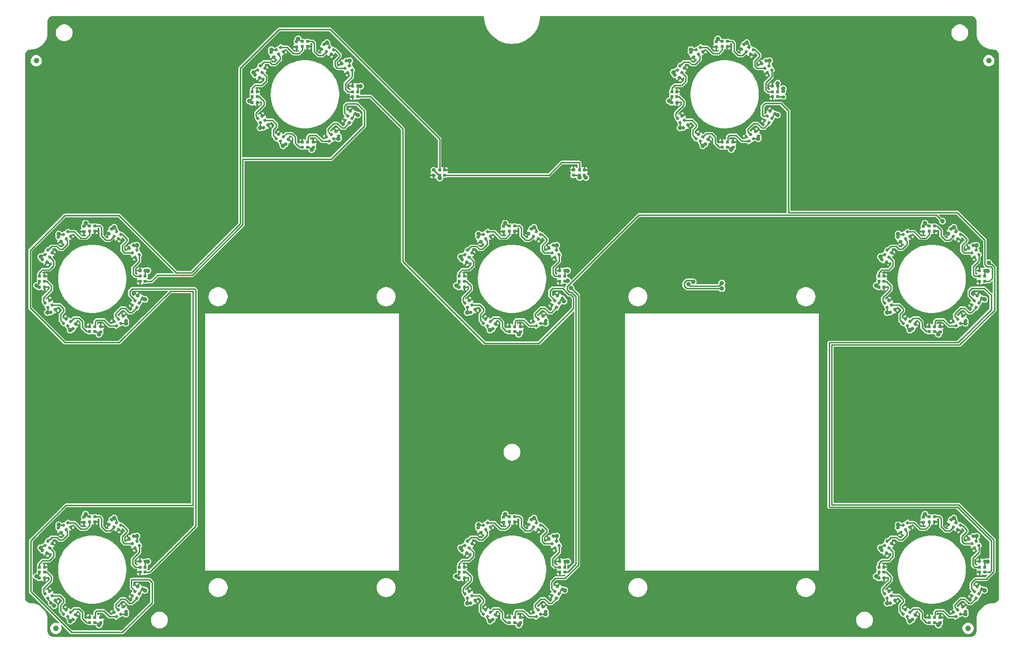
<source format=gtl>
G04 #@! TF.GenerationSoftware,KiCad,Pcbnew,8.0.4+1*
G04 #@! TF.CreationDate,2024-10-15T13:18:59+00:00*
G04 #@! TF.ProjectId,pedalboard-display,70656461-6c62-46f6-9172-642d64697370,0.0.0-RC1*
G04 #@! TF.SameCoordinates,Original*
G04 #@! TF.FileFunction,Copper,L1,Top*
G04 #@! TF.FilePolarity,Positive*
%FSLAX46Y46*%
G04 Gerber Fmt 4.6, Leading zero omitted, Abs format (unit mm)*
G04 Created by KiCad (PCBNEW 8.0.4+1) date 2024-10-15 13:18:59*
%MOMM*%
%LPD*%
G01*
G04 APERTURE LIST*
G04 #@! TA.AperFunction,SMDPad,CuDef*
%ADD10C,1.000000*%
G04 #@! TD*
G04 #@! TA.AperFunction,SMDPad,CuDef*
%ADD11R,0.500000X0.500000*%
G04 #@! TD*
G04 #@! TA.AperFunction,ViaPad*
%ADD12C,0.800000*%
G04 #@! TD*
G04 #@! TA.AperFunction,Conductor*
%ADD13C,0.250000*%
G04 #@! TD*
G04 APERTURE END LIST*
D10*
X192200000Y-33000000D03*
G04 #@! TA.AperFunction,SMDPad,CuDef*
G36*
G01*
X63662776Y-31359553D02*
X63957224Y-31189553D01*
G75*
G02*
X64148468Y-31240797I70000J-121244D01*
G01*
X64288468Y-31483285D01*
G75*
G02*
X64237224Y-31674529I-121244J-70000D01*
G01*
X63942776Y-31844529D01*
G75*
G02*
X63751532Y-31793285I-70000J121244D01*
G01*
X63611532Y-31550797D01*
G75*
G02*
X63662776Y-31359553I121244J70000D01*
G01*
G37*
G04 #@! TD.AperFunction*
G04 #@! TA.AperFunction,SMDPad,CuDef*
G36*
G01*
X64142776Y-32190937D02*
X64437224Y-32020937D01*
G75*
G02*
X64628468Y-32072181I70000J-121244D01*
G01*
X64768468Y-32314669D01*
G75*
G02*
X64717224Y-32505913I-121244J-70000D01*
G01*
X64422776Y-32675913D01*
G75*
G02*
X64231532Y-32624669I-70000J121244D01*
G01*
X64091532Y-32382181D01*
G75*
G02*
X64142776Y-32190937I121244J70000D01*
G01*
G37*
G04 #@! TD.AperFunction*
G04 #@! TA.AperFunction,SMDPad,CuDef*
G36*
G01*
X116760000Y-70360000D02*
X116760000Y-70700000D01*
G75*
G02*
X116620000Y-70840000I-140000J0D01*
G01*
X116340000Y-70840000D01*
G75*
G02*
X116200000Y-70700000I0J140000D01*
G01*
X116200000Y-70360000D01*
G75*
G02*
X116340000Y-70220000I140000J0D01*
G01*
X116620000Y-70220000D01*
G75*
G02*
X116760000Y-70360000I0J-140000D01*
G01*
G37*
G04 #@! TD.AperFunction*
G04 #@! TA.AperFunction,SMDPad,CuDef*
G36*
G01*
X115800000Y-70360000D02*
X115800000Y-70700000D01*
G75*
G02*
X115660000Y-70840000I-140000J0D01*
G01*
X115380000Y-70840000D01*
G75*
G02*
X115240000Y-70700000I0J140000D01*
G01*
X115240000Y-70360000D01*
G75*
G02*
X115380000Y-70220000I140000J0D01*
G01*
X115660000Y-70220000D01*
G75*
G02*
X115800000Y-70360000I0J-140000D01*
G01*
G37*
G04 #@! TD.AperFunction*
G04 #@! TA.AperFunction,SMDPad,CuDef*
G36*
X186676795Y-132500446D02*
G01*
X186243783Y-132750446D01*
X185993783Y-132317434D01*
X186426795Y-132067434D01*
X186676795Y-132500446D01*
G37*
G04 #@! TD.AperFunction*
G04 #@! TA.AperFunction,SMDPad,CuDef*
G36*
X187456217Y-132050446D02*
G01*
X187023205Y-132300446D01*
X186773205Y-131867434D01*
X187206217Y-131617434D01*
X187456217Y-132050446D01*
G37*
G04 #@! TD.AperFunction*
G04 #@! TA.AperFunction,SMDPad,CuDef*
G36*
X187006217Y-131271024D02*
G01*
X186573205Y-131521024D01*
X186323205Y-131088012D01*
X186756217Y-130838012D01*
X187006217Y-131271024D01*
G37*
G04 #@! TD.AperFunction*
G04 #@! TA.AperFunction,SMDPad,CuDef*
G36*
X186226795Y-131721024D02*
G01*
X185793783Y-131971024D01*
X185543783Y-131538012D01*
X185976795Y-131288012D01*
X186226795Y-131721024D01*
G37*
G04 #@! TD.AperFunction*
G04 #@! TA.AperFunction,SMDPad,CuDef*
G36*
X36676795Y-80500446D02*
G01*
X36243783Y-80750446D01*
X35993783Y-80317434D01*
X36426795Y-80067434D01*
X36676795Y-80500446D01*
G37*
G04 #@! TD.AperFunction*
G04 #@! TA.AperFunction,SMDPad,CuDef*
G36*
X37456217Y-80050446D02*
G01*
X37023205Y-80300446D01*
X36773205Y-79867434D01*
X37206217Y-79617434D01*
X37456217Y-80050446D01*
G37*
G04 #@! TD.AperFunction*
G04 #@! TA.AperFunction,SMDPad,CuDef*
G36*
X37006217Y-79271024D02*
G01*
X36573205Y-79521024D01*
X36323205Y-79088012D01*
X36756217Y-78838012D01*
X37006217Y-79271024D01*
G37*
G04 #@! TD.AperFunction*
G04 #@! TA.AperFunction,SMDPad,CuDef*
G36*
X36226795Y-79721024D02*
G01*
X35793783Y-79971024D01*
X35543783Y-79538012D01*
X35976795Y-79288012D01*
X36226795Y-79721024D01*
G37*
G04 #@! TD.AperFunction*
D11*
X181550000Y-133450000D03*
X182450000Y-133450000D03*
X182450000Y-132550000D03*
X181550000Y-132550000D03*
G04 #@! TA.AperFunction,SMDPad,CuDef*
G36*
X149676795Y-47500446D02*
G01*
X149243783Y-47750446D01*
X148993783Y-47317434D01*
X149426795Y-47067434D01*
X149676795Y-47500446D01*
G37*
G04 #@! TD.AperFunction*
G04 #@! TA.AperFunction,SMDPad,CuDef*
G36*
X150456217Y-47050446D02*
G01*
X150023205Y-47300446D01*
X149773205Y-46867434D01*
X150206217Y-46617434D01*
X150456217Y-47050446D01*
G37*
G04 #@! TD.AperFunction*
G04 #@! TA.AperFunction,SMDPad,CuDef*
G36*
X150006217Y-46271024D02*
G01*
X149573205Y-46521024D01*
X149323205Y-46088012D01*
X149756217Y-45838012D01*
X150006217Y-46271024D01*
G37*
G04 #@! TD.AperFunction*
G04 #@! TA.AperFunction,SMDPad,CuDef*
G36*
X149226795Y-46721024D02*
G01*
X148793783Y-46971024D01*
X148543783Y-46538012D01*
X148976795Y-46288012D01*
X149226795Y-46721024D01*
G37*
G04 #@! TD.AperFunction*
X116450000Y-72450000D03*
X116450000Y-71550000D03*
X115550000Y-71550000D03*
X115550000Y-72450000D03*
G04 #@! TA.AperFunction,SMDPad,CuDef*
G36*
G01*
X143330000Y-29300000D02*
X143670000Y-29300000D01*
G75*
G02*
X143810000Y-29440000I0J-140000D01*
G01*
X143810000Y-29720000D01*
G75*
G02*
X143670000Y-29860000I-140000J0D01*
G01*
X143330000Y-29860000D01*
G75*
G02*
X143190000Y-29720000I0J140000D01*
G01*
X143190000Y-29440000D01*
G75*
G02*
X143330000Y-29300000I140000J0D01*
G01*
G37*
G04 #@! TD.AperFunction*
G04 #@! TA.AperFunction,SMDPad,CuDef*
G36*
G01*
X143330000Y-30260000D02*
X143670000Y-30260000D01*
G75*
G02*
X143810000Y-30400000I0J-140000D01*
G01*
X143810000Y-30680000D01*
G75*
G02*
X143670000Y-30820000I-140000J0D01*
G01*
X143330000Y-30820000D01*
G75*
G02*
X143190000Y-30680000I0J140000D01*
G01*
X143190000Y-30400000D01*
G75*
G02*
X143330000Y-30260000I140000J0D01*
G01*
G37*
G04 #@! TD.AperFunction*
G04 #@! TA.AperFunction,SMDPad,CuDef*
G36*
G01*
X24426820Y-78277224D02*
X24256820Y-77982776D01*
G75*
G02*
X24308064Y-77791532I121244J70000D01*
G01*
X24550552Y-77651532D01*
G75*
G02*
X24741796Y-77702776I70000J-121244D01*
G01*
X24911796Y-77997224D01*
G75*
G02*
X24860552Y-78188468I-121244J-70000D01*
G01*
X24618064Y-78328468D01*
G75*
G02*
X24426820Y-78277224I-70000J121244D01*
G01*
G37*
G04 #@! TD.AperFunction*
G04 #@! TA.AperFunction,SMDPad,CuDef*
G36*
G01*
X25258204Y-77797224D02*
X25088204Y-77502776D01*
G75*
G02*
X25139448Y-77311532I121244J70000D01*
G01*
X25381936Y-77171532D01*
G75*
G02*
X25573180Y-77222776I70000J-121244D01*
G01*
X25743180Y-77517224D01*
G75*
G02*
X25691936Y-77708468I-121244J-70000D01*
G01*
X25449448Y-77848468D01*
G75*
G02*
X25258204Y-77797224I-70000J121244D01*
G01*
G37*
G04 #@! TD.AperFunction*
G04 #@! TA.AperFunction,SMDPad,CuDef*
G36*
X111676795Y-80500446D02*
G01*
X111243783Y-80750446D01*
X110993783Y-80317434D01*
X111426795Y-80067434D01*
X111676795Y-80500446D01*
G37*
G04 #@! TD.AperFunction*
G04 #@! TA.AperFunction,SMDPad,CuDef*
G36*
X112456217Y-80050446D02*
G01*
X112023205Y-80300446D01*
X111773205Y-79867434D01*
X112206217Y-79617434D01*
X112456217Y-80050446D01*
G37*
G04 #@! TD.AperFunction*
G04 #@! TA.AperFunction,SMDPad,CuDef*
G36*
X112006217Y-79271024D02*
G01*
X111573205Y-79521024D01*
X111323205Y-79088012D01*
X111756217Y-78838012D01*
X112006217Y-79271024D01*
G37*
G04 #@! TD.AperFunction*
G04 #@! TA.AperFunction,SMDPad,CuDef*
G36*
X111226795Y-79721024D02*
G01*
X110793783Y-79971024D01*
X110543783Y-79538012D01*
X110976795Y-79288012D01*
X111226795Y-79721024D01*
G37*
G04 #@! TD.AperFunction*
G04 #@! TA.AperFunction,SMDPad,CuDef*
G36*
G01*
X174426820Y-130277224D02*
X174256820Y-129982776D01*
G75*
G02*
X174308064Y-129791532I121244J70000D01*
G01*
X174550552Y-129651532D01*
G75*
G02*
X174741796Y-129702776I70000J-121244D01*
G01*
X174911796Y-129997224D01*
G75*
G02*
X174860552Y-130188468I-121244J-70000D01*
G01*
X174618064Y-130328468D01*
G75*
G02*
X174426820Y-130277224I-70000J121244D01*
G01*
G37*
G04 #@! TD.AperFunction*
G04 #@! TA.AperFunction,SMDPad,CuDef*
G36*
G01*
X175258204Y-129797224D02*
X175088204Y-129502776D01*
G75*
G02*
X175139448Y-129311532I121244J70000D01*
G01*
X175381936Y-129171532D01*
G75*
G02*
X175573180Y-129222776I70000J-121244D01*
G01*
X175743180Y-129517224D01*
G75*
G02*
X175691936Y-129708468I-121244J-70000D01*
G01*
X175449448Y-129848468D01*
G75*
G02*
X175258204Y-129797224I-70000J121244D01*
G01*
G37*
G04 #@! TD.AperFunction*
X41450000Y-72450000D03*
X41450000Y-71550000D03*
X40550000Y-71550000D03*
X40550000Y-72450000D03*
G04 #@! TA.AperFunction,SMDPad,CuDef*
G36*
G01*
X138662776Y-31359553D02*
X138957224Y-31189553D01*
G75*
G02*
X139148468Y-31240797I70000J-121244D01*
G01*
X139288468Y-31483285D01*
G75*
G02*
X139237224Y-31674529I-121244J-70000D01*
G01*
X138942776Y-31844529D01*
G75*
G02*
X138751532Y-31793285I-70000J121244D01*
G01*
X138611532Y-31550797D01*
G75*
G02*
X138662776Y-31359553I121244J70000D01*
G01*
G37*
G04 #@! TD.AperFunction*
G04 #@! TA.AperFunction,SMDPad,CuDef*
G36*
G01*
X139142776Y-32190937D02*
X139437224Y-32020937D01*
G75*
G02*
X139628468Y-32072181I70000J-121244D01*
G01*
X139768468Y-32314669D01*
G75*
G02*
X139717224Y-32505913I-121244J-70000D01*
G01*
X139422776Y-32675913D01*
G75*
G02*
X139231532Y-32624669I-70000J121244D01*
G01*
X139091532Y-32382181D01*
G75*
G02*
X139142776Y-32190937I121244J70000D01*
G01*
G37*
G04 #@! TD.AperFunction*
G04 #@! TA.AperFunction,SMDPad,CuDef*
G36*
G01*
X191760000Y-70360000D02*
X191760000Y-70700000D01*
G75*
G02*
X191620000Y-70840000I-140000J0D01*
G01*
X191340000Y-70840000D01*
G75*
G02*
X191200000Y-70700000I0J140000D01*
G01*
X191200000Y-70360000D01*
G75*
G02*
X191340000Y-70220000I140000J0D01*
G01*
X191620000Y-70220000D01*
G75*
G02*
X191760000Y-70360000I0J-140000D01*
G01*
G37*
G04 #@! TD.AperFunction*
G04 #@! TA.AperFunction,SMDPad,CuDef*
G36*
G01*
X190800000Y-70360000D02*
X190800000Y-70700000D01*
G75*
G02*
X190660000Y-70840000I-140000J0D01*
G01*
X190380000Y-70840000D01*
G75*
G02*
X190240000Y-70700000I0J140000D01*
G01*
X190240000Y-70360000D01*
G75*
G02*
X190380000Y-70220000I140000J0D01*
G01*
X190660000Y-70220000D01*
G75*
G02*
X190800000Y-70360000I0J-140000D01*
G01*
G37*
G04 #@! TD.AperFunction*
G04 #@! TA.AperFunction,SMDPad,CuDef*
G36*
X115300446Y-129023205D02*
G01*
X115050446Y-129456217D01*
X114617434Y-129206217D01*
X114867434Y-128773205D01*
X115300446Y-129023205D01*
G37*
G04 #@! TD.AperFunction*
G04 #@! TA.AperFunction,SMDPad,CuDef*
G36*
X115750446Y-128243783D02*
G01*
X115500446Y-128676795D01*
X115067434Y-128426795D01*
X115317434Y-127993783D01*
X115750446Y-128243783D01*
G37*
G04 #@! TD.AperFunction*
G04 #@! TA.AperFunction,SMDPad,CuDef*
G36*
X114971024Y-127793783D02*
G01*
X114721024Y-128226795D01*
X114288012Y-127976795D01*
X114538012Y-127543783D01*
X114971024Y-127793783D01*
G37*
G04 #@! TD.AperFunction*
G04 #@! TA.AperFunction,SMDPad,CuDef*
G36*
X114521024Y-128573205D02*
G01*
X114271024Y-129006217D01*
X113838012Y-128756217D01*
X114088012Y-128323205D01*
X114521024Y-128573205D01*
G37*
G04 #@! TD.AperFunction*
G04 #@! TA.AperFunction,SMDPad,CuDef*
G36*
X40500446Y-119323205D02*
G01*
X40750446Y-119756217D01*
X40317434Y-120006217D01*
X40067434Y-119573205D01*
X40500446Y-119323205D01*
G37*
G04 #@! TD.AperFunction*
G04 #@! TA.AperFunction,SMDPad,CuDef*
G36*
X40050446Y-118543783D02*
G01*
X40300446Y-118976795D01*
X39867434Y-119226795D01*
X39617434Y-118793783D01*
X40050446Y-118543783D01*
G37*
G04 #@! TD.AperFunction*
G04 #@! TA.AperFunction,SMDPad,CuDef*
G36*
X39271024Y-118993783D02*
G01*
X39521024Y-119426795D01*
X39088012Y-119676795D01*
X38838012Y-119243783D01*
X39271024Y-118993783D01*
G37*
G04 #@! TD.AperFunction*
G04 #@! TA.AperFunction,SMDPad,CuDef*
G36*
X39721024Y-119773205D02*
G01*
X39971024Y-120206217D01*
X39538012Y-120456217D01*
X39288012Y-120023205D01*
X39721024Y-119773205D01*
G37*
G04 #@! TD.AperFunction*
X70450000Y-29550000D03*
X69550000Y-29550000D03*
X69550000Y-30450000D03*
X70450000Y-30450000D03*
G04 #@! TA.AperFunction,SMDPad,CuDef*
G36*
X98699554Y-66976795D02*
G01*
X98949554Y-66543783D01*
X99382566Y-66793783D01*
X99132566Y-67226795D01*
X98699554Y-66976795D01*
G37*
G04 #@! TD.AperFunction*
G04 #@! TA.AperFunction,SMDPad,CuDef*
G36*
X98249554Y-67756217D02*
G01*
X98499554Y-67323205D01*
X98932566Y-67573205D01*
X98682566Y-68006217D01*
X98249554Y-67756217D01*
G37*
G04 #@! TD.AperFunction*
G04 #@! TA.AperFunction,SMDPad,CuDef*
G36*
X99028976Y-68206217D02*
G01*
X99278976Y-67773205D01*
X99711988Y-68023205D01*
X99461988Y-68456217D01*
X99028976Y-68206217D01*
G37*
G04 #@! TD.AperFunction*
G04 #@! TA.AperFunction,SMDPad,CuDef*
G36*
X99478976Y-67426795D02*
G01*
X99728976Y-66993783D01*
X100161988Y-67243783D01*
X99911988Y-67676795D01*
X99478976Y-67426795D01*
G37*
G04 #@! TD.AperFunction*
X116450000Y-124450000D03*
X116450000Y-123550000D03*
X115550000Y-123550000D03*
X115550000Y-124450000D03*
X154450000Y-39450000D03*
X154450000Y-38550000D03*
X153550000Y-38550000D03*
X153550000Y-39450000D03*
G04 #@! TA.AperFunction,SMDPad,CuDef*
G36*
X187023205Y-63699554D02*
G01*
X187456217Y-63949554D01*
X187206217Y-64382566D01*
X186773205Y-64132566D01*
X187023205Y-63699554D01*
G37*
G04 #@! TD.AperFunction*
G04 #@! TA.AperFunction,SMDPad,CuDef*
G36*
X186243783Y-63249554D02*
G01*
X186676795Y-63499554D01*
X186426795Y-63932566D01*
X185993783Y-63682566D01*
X186243783Y-63249554D01*
G37*
G04 #@! TD.AperFunction*
G04 #@! TA.AperFunction,SMDPad,CuDef*
G36*
X185793783Y-64028976D02*
G01*
X186226795Y-64278976D01*
X185976795Y-64711988D01*
X185543783Y-64461988D01*
X185793783Y-64028976D01*
G37*
G04 #@! TD.AperFunction*
G04 #@! TA.AperFunction,SMDPad,CuDef*
G36*
X186573205Y-64478976D02*
G01*
X187006217Y-64728976D01*
X186756217Y-65161988D01*
X186323205Y-64911988D01*
X186573205Y-64478976D01*
G37*
G04 #@! TD.AperFunction*
G04 #@! TA.AperFunction,SMDPad,CuDef*
G36*
G01*
X172240000Y-125670000D02*
X172240000Y-125330000D01*
G75*
G02*
X172380000Y-125190000I140000J0D01*
G01*
X172660000Y-125190000D01*
G75*
G02*
X172800000Y-125330000I0J-140000D01*
G01*
X172800000Y-125670000D01*
G75*
G02*
X172660000Y-125810000I-140000J0D01*
G01*
X172380000Y-125810000D01*
G75*
G02*
X172240000Y-125670000I0J140000D01*
G01*
G37*
G04 #@! TD.AperFunction*
G04 #@! TA.AperFunction,SMDPad,CuDef*
G36*
G01*
X173200000Y-125670000D02*
X173200000Y-125330000D01*
G75*
G02*
X173340000Y-125190000I140000J0D01*
G01*
X173620000Y-125190000D01*
G75*
G02*
X173760000Y-125330000I0J-140000D01*
G01*
X173760000Y-125670000D01*
G75*
G02*
X173620000Y-125810000I-140000J0D01*
G01*
X173340000Y-125810000D01*
G75*
G02*
X173200000Y-125670000I0J140000D01*
G01*
G37*
G04 #@! TD.AperFunction*
X145450000Y-29550000D03*
X144550000Y-29550000D03*
X144550000Y-30450000D03*
X145450000Y-30450000D03*
G04 #@! TA.AperFunction,SMDPad,CuDef*
G36*
G01*
X175662776Y-64359553D02*
X175957224Y-64189553D01*
G75*
G02*
X176148468Y-64240797I70000J-121244D01*
G01*
X176288468Y-64483285D01*
G75*
G02*
X176237224Y-64674529I-121244J-70000D01*
G01*
X175942776Y-64844529D01*
G75*
G02*
X175751532Y-64793285I-70000J121244D01*
G01*
X175611532Y-64550797D01*
G75*
G02*
X175662776Y-64359553I121244J70000D01*
G01*
G37*
G04 #@! TD.AperFunction*
G04 #@! TA.AperFunction,SMDPad,CuDef*
G36*
G01*
X176142776Y-65190937D02*
X176437224Y-65020937D01*
G75*
G02*
X176628468Y-65072181I70000J-121244D01*
G01*
X176768468Y-65314669D01*
G75*
G02*
X176717224Y-65505913I-121244J-70000D01*
G01*
X176422776Y-65675913D01*
G75*
G02*
X176231532Y-65624669I-70000J121244D01*
G01*
X176091532Y-65382181D01*
G75*
G02*
X176142776Y-65190937I121244J70000D01*
G01*
G37*
G04 #@! TD.AperFunction*
X31550000Y-81450000D03*
X32450000Y-81450000D03*
X32450000Y-80550000D03*
X31550000Y-80550000D03*
G04 #@! TA.AperFunction,SMDPad,CuDef*
G36*
G01*
X22756820Y-68567224D02*
X22926820Y-68272776D01*
G75*
G02*
X23118064Y-68221532I121244J-70000D01*
G01*
X23360552Y-68361532D01*
G75*
G02*
X23411796Y-68552776I-70000J-121244D01*
G01*
X23241796Y-68847224D01*
G75*
G02*
X23050552Y-68898468I-121244J70000D01*
G01*
X22808064Y-68758468D01*
G75*
G02*
X22756820Y-68567224I70000J121244D01*
G01*
G37*
G04 #@! TD.AperFunction*
G04 #@! TA.AperFunction,SMDPad,CuDef*
G36*
G01*
X23588204Y-69047224D02*
X23758204Y-68752776D01*
G75*
G02*
X23949448Y-68701532I121244J-70000D01*
G01*
X24191936Y-68841532D01*
G75*
G02*
X24243180Y-69032776I-70000J-121244D01*
G01*
X24073180Y-69327224D01*
G75*
G02*
X23881936Y-69378468I-121244J70000D01*
G01*
X23639448Y-69238468D01*
G75*
G02*
X23588204Y-69047224I70000J121244D01*
G01*
G37*
G04 #@! TD.AperFunction*
G04 #@! TA.AperFunction,SMDPad,CuDef*
G36*
X153300446Y-44023205D02*
G01*
X153050446Y-44456217D01*
X152617434Y-44206217D01*
X152867434Y-43773205D01*
X153300446Y-44023205D01*
G37*
G04 #@! TD.AperFunction*
G04 #@! TA.AperFunction,SMDPad,CuDef*
G36*
X153750446Y-43243783D02*
G01*
X153500446Y-43676795D01*
X153067434Y-43426795D01*
X153317434Y-42993783D01*
X153750446Y-43243783D01*
G37*
G04 #@! TD.AperFunction*
G04 #@! TA.AperFunction,SMDPad,CuDef*
G36*
X152971024Y-42793783D02*
G01*
X152721024Y-43226795D01*
X152288012Y-42976795D01*
X152538012Y-42543783D01*
X152971024Y-42793783D01*
G37*
G04 #@! TD.AperFunction*
G04 #@! TA.AperFunction,SMDPad,CuDef*
G36*
X152521024Y-43573205D02*
G01*
X152271024Y-44006217D01*
X151838012Y-43756217D01*
X152088012Y-43323205D01*
X152521024Y-43573205D01*
G37*
G04 #@! TD.AperFunction*
G04 #@! TA.AperFunction,SMDPad,CuDef*
G36*
X98699554Y-118976795D02*
G01*
X98949554Y-118543783D01*
X99382566Y-118793783D01*
X99132566Y-119226795D01*
X98699554Y-118976795D01*
G37*
G04 #@! TD.AperFunction*
G04 #@! TA.AperFunction,SMDPad,CuDef*
G36*
X98249554Y-119756217D02*
G01*
X98499554Y-119323205D01*
X98932566Y-119573205D01*
X98682566Y-120006217D01*
X98249554Y-119756217D01*
G37*
G04 #@! TD.AperFunction*
G04 #@! TA.AperFunction,SMDPad,CuDef*
G36*
X99028976Y-120206217D02*
G01*
X99278976Y-119773205D01*
X99711988Y-120023205D01*
X99461988Y-120456217D01*
X99028976Y-120206217D01*
G37*
G04 #@! TD.AperFunction*
G04 #@! TA.AperFunction,SMDPad,CuDef*
G36*
X99478976Y-119426795D02*
G01*
X99728976Y-118993783D01*
X100161988Y-119243783D01*
X99911988Y-119676795D01*
X99478976Y-119426795D01*
G37*
G04 #@! TD.AperFunction*
G04 #@! TA.AperFunction,SMDPad,CuDef*
G36*
X136499554Y-43676795D02*
G01*
X136249554Y-43243783D01*
X136682566Y-42993783D01*
X136932566Y-43426795D01*
X136499554Y-43676795D01*
G37*
G04 #@! TD.AperFunction*
G04 #@! TA.AperFunction,SMDPad,CuDef*
G36*
X136949554Y-44456217D02*
G01*
X136699554Y-44023205D01*
X137132566Y-43773205D01*
X137382566Y-44206217D01*
X136949554Y-44456217D01*
G37*
G04 #@! TD.AperFunction*
G04 #@! TA.AperFunction,SMDPad,CuDef*
G36*
X137728976Y-44006217D02*
G01*
X137478976Y-43573205D01*
X137911988Y-43323205D01*
X138161988Y-43756217D01*
X137728976Y-44006217D01*
G37*
G04 #@! TD.AperFunction*
G04 #@! TA.AperFunction,SMDPad,CuDef*
G36*
X137278976Y-43226795D02*
G01*
X137028976Y-42793783D01*
X137461988Y-42543783D01*
X137711988Y-42976795D01*
X137278976Y-43226795D01*
G37*
G04 #@! TD.AperFunction*
G04 #@! TA.AperFunction,SMDPad,CuDef*
G36*
G01*
X114573180Y-117722776D02*
X114743180Y-118017224D01*
G75*
G02*
X114691936Y-118208468I-121244J-70000D01*
G01*
X114449448Y-118348468D01*
G75*
G02*
X114258204Y-118297224I-70000J121244D01*
G01*
X114088204Y-118002776D01*
G75*
G02*
X114139448Y-117811532I121244J70000D01*
G01*
X114381936Y-117671532D01*
G75*
G02*
X114573180Y-117722776I70000J-121244D01*
G01*
G37*
G04 #@! TD.AperFunction*
G04 #@! TA.AperFunction,SMDPad,CuDef*
G36*
G01*
X113741796Y-118202776D02*
X113911796Y-118497224D01*
G75*
G02*
X113860552Y-118688468I-121244J-70000D01*
G01*
X113618064Y-118828468D01*
G75*
G02*
X113426820Y-118777224I-70000J121244D01*
G01*
X113256820Y-118482776D01*
G75*
G02*
X113308064Y-118291532I121244J70000D01*
G01*
X113550552Y-118151532D01*
G75*
G02*
X113741796Y-118202776I70000J-121244D01*
G01*
G37*
G04 #@! TD.AperFunction*
X144550000Y-48450000D03*
X145450000Y-48450000D03*
X145450000Y-47550000D03*
X144550000Y-47550000D03*
G04 #@! TA.AperFunction,SMDPad,CuDef*
G36*
X112023205Y-115699554D02*
G01*
X112456217Y-115949554D01*
X112206217Y-116382566D01*
X111773205Y-116132566D01*
X112023205Y-115699554D01*
G37*
G04 #@! TD.AperFunction*
G04 #@! TA.AperFunction,SMDPad,CuDef*
G36*
X111243783Y-115249554D02*
G01*
X111676795Y-115499554D01*
X111426795Y-115932566D01*
X110993783Y-115682566D01*
X111243783Y-115249554D01*
G37*
G04 #@! TD.AperFunction*
G04 #@! TA.AperFunction,SMDPad,CuDef*
G36*
X110793783Y-116028976D02*
G01*
X111226795Y-116278976D01*
X110976795Y-116711988D01*
X110543783Y-116461988D01*
X110793783Y-116028976D01*
G37*
G04 #@! TD.AperFunction*
G04 #@! TA.AperFunction,SMDPad,CuDef*
G36*
X111573205Y-116478976D02*
G01*
X112006217Y-116728976D01*
X111756217Y-117161988D01*
X111323205Y-116911988D01*
X111573205Y-116478976D01*
G37*
G04 #@! TD.AperFunction*
X135550000Y-38550000D03*
X135550000Y-39450000D03*
X136450000Y-39450000D03*
X136450000Y-38550000D03*
G04 #@! TA.AperFunction,SMDPad,CuDef*
G36*
G01*
X174426820Y-78277224D02*
X174256820Y-77982776D01*
G75*
G02*
X174308064Y-77791532I121244J70000D01*
G01*
X174550552Y-77651532D01*
G75*
G02*
X174741796Y-77702776I70000J-121244D01*
G01*
X174911796Y-77997224D01*
G75*
G02*
X174860552Y-78188468I-121244J-70000D01*
G01*
X174618064Y-78328468D01*
G75*
G02*
X174426820Y-78277224I-70000J121244D01*
G01*
G37*
G04 #@! TD.AperFunction*
G04 #@! TA.AperFunction,SMDPad,CuDef*
G36*
G01*
X175258204Y-77797224D02*
X175088204Y-77502776D01*
G75*
G02*
X175139448Y-77311532I121244J70000D01*
G01*
X175381936Y-77171532D01*
G75*
G02*
X175573180Y-77222776I70000J-121244D01*
G01*
X175743180Y-77517224D01*
G75*
G02*
X175691936Y-77708468I-121244J-70000D01*
G01*
X175449448Y-77848468D01*
G75*
G02*
X175258204Y-77797224I-70000J121244D01*
G01*
G37*
G04 #@! TD.AperFunction*
G04 #@! TA.AperFunction,SMDPad,CuDef*
G36*
X136699554Y-33976795D02*
G01*
X136949554Y-33543783D01*
X137382566Y-33793783D01*
X137132566Y-34226795D01*
X136699554Y-33976795D01*
G37*
G04 #@! TD.AperFunction*
G04 #@! TA.AperFunction,SMDPad,CuDef*
G36*
X136249554Y-34756217D02*
G01*
X136499554Y-34323205D01*
X136932566Y-34573205D01*
X136682566Y-35006217D01*
X136249554Y-34756217D01*
G37*
G04 #@! TD.AperFunction*
G04 #@! TA.AperFunction,SMDPad,CuDef*
G36*
X137028976Y-35206217D02*
G01*
X137278976Y-34773205D01*
X137711988Y-35023205D01*
X137461988Y-35456217D01*
X137028976Y-35206217D01*
G37*
G04 #@! TD.AperFunction*
G04 #@! TA.AperFunction,SMDPad,CuDef*
G36*
X137478976Y-34426795D02*
G01*
X137728976Y-33993783D01*
X138161988Y-34243783D01*
X137911988Y-34676795D01*
X137478976Y-34426795D01*
G37*
G04 #@! TD.AperFunction*
X182450000Y-62550000D03*
X181550000Y-62550000D03*
X181550000Y-63450000D03*
X182450000Y-63450000D03*
G04 #@! TA.AperFunction,SMDPad,CuDef*
G36*
X102323205Y-63499554D02*
G01*
X102756217Y-63249554D01*
X103006217Y-63682566D01*
X102573205Y-63932566D01*
X102323205Y-63499554D01*
G37*
G04 #@! TD.AperFunction*
G04 #@! TA.AperFunction,SMDPad,CuDef*
G36*
X101543783Y-63949554D02*
G01*
X101976795Y-63699554D01*
X102226795Y-64132566D01*
X101793783Y-64382566D01*
X101543783Y-63949554D01*
G37*
G04 #@! TD.AperFunction*
G04 #@! TA.AperFunction,SMDPad,CuDef*
G36*
X101993783Y-64728976D02*
G01*
X102426795Y-64478976D01*
X102676795Y-64911988D01*
X102243783Y-65161988D01*
X101993783Y-64728976D01*
G37*
G04 #@! TD.AperFunction*
G04 #@! TA.AperFunction,SMDPad,CuDef*
G36*
X102773205Y-64278976D02*
G01*
X103206217Y-64028976D01*
X103456217Y-64461988D01*
X103023205Y-64711988D01*
X102773205Y-64278976D01*
G37*
G04 #@! TD.AperFunction*
D10*
X22000000Y-33000000D03*
G04 #@! TA.AperFunction,SMDPad,CuDef*
G36*
G01*
X172240000Y-73670000D02*
X172240000Y-73330000D01*
G75*
G02*
X172380000Y-73190000I140000J0D01*
G01*
X172660000Y-73190000D01*
G75*
G02*
X172800000Y-73330000I0J-140000D01*
G01*
X172800000Y-73670000D01*
G75*
G02*
X172660000Y-73810000I-140000J0D01*
G01*
X172380000Y-73810000D01*
G75*
G02*
X172240000Y-73670000I0J140000D01*
G01*
G37*
G04 #@! TD.AperFunction*
G04 #@! TA.AperFunction,SMDPad,CuDef*
G36*
G01*
X173200000Y-73670000D02*
X173200000Y-73330000D01*
G75*
G02*
X173340000Y-73190000I140000J0D01*
G01*
X173620000Y-73190000D01*
G75*
G02*
X173760000Y-73330000I0J-140000D01*
G01*
X173760000Y-73670000D01*
G75*
G02*
X173620000Y-73810000I-140000J0D01*
G01*
X173340000Y-73810000D01*
G75*
G02*
X173200000Y-73670000I0J140000D01*
G01*
G37*
G04 #@! TD.AperFunction*
G04 #@! TA.AperFunction,SMDPad,CuDef*
G36*
X74676795Y-47500446D02*
G01*
X74243783Y-47750446D01*
X73993783Y-47317434D01*
X74426795Y-47067434D01*
X74676795Y-47500446D01*
G37*
G04 #@! TD.AperFunction*
G04 #@! TA.AperFunction,SMDPad,CuDef*
G36*
X75456217Y-47050446D02*
G01*
X75023205Y-47300446D01*
X74773205Y-46867434D01*
X75206217Y-46617434D01*
X75456217Y-47050446D01*
G37*
G04 #@! TD.AperFunction*
G04 #@! TA.AperFunction,SMDPad,CuDef*
G36*
X75006217Y-46271024D02*
G01*
X74573205Y-46521024D01*
X74323205Y-46088012D01*
X74756217Y-45838012D01*
X75006217Y-46271024D01*
G37*
G04 #@! TD.AperFunction*
G04 #@! TA.AperFunction,SMDPad,CuDef*
G36*
X74226795Y-46721024D02*
G01*
X73793783Y-46971024D01*
X73543783Y-46538012D01*
X73976795Y-46288012D01*
X74226795Y-46721024D01*
G37*
G04 #@! TD.AperFunction*
G04 #@! TA.AperFunction,SMDPad,CuDef*
G36*
X23499554Y-128676795D02*
G01*
X23249554Y-128243783D01*
X23682566Y-127993783D01*
X23932566Y-128426795D01*
X23499554Y-128676795D01*
G37*
G04 #@! TD.AperFunction*
G04 #@! TA.AperFunction,SMDPad,CuDef*
G36*
X23949554Y-129456217D02*
G01*
X23699554Y-129023205D01*
X24132566Y-128773205D01*
X24382566Y-129206217D01*
X23949554Y-129456217D01*
G37*
G04 #@! TD.AperFunction*
G04 #@! TA.AperFunction,SMDPad,CuDef*
G36*
X24728976Y-129006217D02*
G01*
X24478976Y-128573205D01*
X24911988Y-128323205D01*
X25161988Y-128756217D01*
X24728976Y-129006217D01*
G37*
G04 #@! TD.AperFunction*
G04 #@! TA.AperFunction,SMDPad,CuDef*
G36*
X24278976Y-128226795D02*
G01*
X24028976Y-127793783D01*
X24461988Y-127543783D01*
X24711988Y-127976795D01*
X24278976Y-128226795D01*
G37*
G04 #@! TD.AperFunction*
G04 #@! TA.AperFunction,SMDPad,CuDef*
G36*
G01*
X38327224Y-131640447D02*
X38032776Y-131810447D01*
G75*
G02*
X37841532Y-131759203I-70000J121244D01*
G01*
X37701532Y-131516715D01*
G75*
G02*
X37752776Y-131325471I121244J70000D01*
G01*
X38047224Y-131155471D01*
G75*
G02*
X38238468Y-131206715I70000J-121244D01*
G01*
X38378468Y-131449203D01*
G75*
G02*
X38327224Y-131640447I-121244J-70000D01*
G01*
G37*
G04 #@! TD.AperFunction*
G04 #@! TA.AperFunction,SMDPad,CuDef*
G36*
G01*
X37847224Y-130809063D02*
X37552776Y-130979063D01*
G75*
G02*
X37361532Y-130927819I-70000J121244D01*
G01*
X37221532Y-130685331D01*
G75*
G02*
X37272776Y-130494087I121244J70000D01*
G01*
X37567224Y-130324087D01*
G75*
G02*
X37758468Y-130375331I70000J-121244D01*
G01*
X37898468Y-130617819D01*
G75*
G02*
X37847224Y-130809063I-121244J-70000D01*
G01*
G37*
G04 #@! TD.AperFunction*
G04 #@! TA.AperFunction,SMDPad,CuDef*
G36*
G01*
X185432776Y-114756820D02*
X185727224Y-114926820D01*
G75*
G02*
X185778468Y-115118064I-70000J-121244D01*
G01*
X185638468Y-115360552D01*
G75*
G02*
X185447224Y-115411796I-121244J70000D01*
G01*
X185152776Y-115241796D01*
G75*
G02*
X185101532Y-115050552I70000J121244D01*
G01*
X185241532Y-114808064D01*
G75*
G02*
X185432776Y-114756820I121244J-70000D01*
G01*
G37*
G04 #@! TD.AperFunction*
G04 #@! TA.AperFunction,SMDPad,CuDef*
G36*
G01*
X184952776Y-115588204D02*
X185247224Y-115758204D01*
G75*
G02*
X185298468Y-115949448I-70000J-121244D01*
G01*
X185158468Y-116191936D01*
G75*
G02*
X184967224Y-116243180I-121244J70000D01*
G01*
X184672776Y-116073180D01*
G75*
G02*
X184621532Y-115881936I70000J121244D01*
G01*
X184761532Y-115639448D01*
G75*
G02*
X184952776Y-115588204I121244J-70000D01*
G01*
G37*
G04 #@! TD.AperFunction*
D11*
X60550000Y-38550000D03*
X60550000Y-39450000D03*
X61450000Y-39450000D03*
X61450000Y-38550000D03*
G04 #@! TA.AperFunction,SMDPad,CuDef*
G36*
G01*
X60756820Y-35567224D02*
X60926820Y-35272776D01*
G75*
G02*
X61118064Y-35221532I121244J-70000D01*
G01*
X61360552Y-35361532D01*
G75*
G02*
X61411796Y-35552776I-70000J-121244D01*
G01*
X61241796Y-35847224D01*
G75*
G02*
X61050552Y-35898468I-121244J70000D01*
G01*
X60808064Y-35758468D01*
G75*
G02*
X60756820Y-35567224I70000J121244D01*
G01*
G37*
G04 #@! TD.AperFunction*
G04 #@! TA.AperFunction,SMDPad,CuDef*
G36*
G01*
X61588204Y-36047224D02*
X61758204Y-35752776D01*
G75*
G02*
X61949448Y-35701532I121244J-70000D01*
G01*
X62191936Y-35841532D01*
G75*
G02*
X62243180Y-36032776I-70000J-121244D01*
G01*
X62073180Y-36327224D01*
G75*
G02*
X61881936Y-36378468I-121244J70000D01*
G01*
X61639448Y-36238468D01*
G75*
G02*
X61588204Y-36047224I70000J121244D01*
G01*
G37*
G04 #@! TD.AperFunction*
G04 #@! TA.AperFunction,SMDPad,CuDef*
G36*
G01*
X97756820Y-120567224D02*
X97926820Y-120272776D01*
G75*
G02*
X98118064Y-120221532I121244J-70000D01*
G01*
X98360552Y-120361532D01*
G75*
G02*
X98411796Y-120552776I-70000J-121244D01*
G01*
X98241796Y-120847224D01*
G75*
G02*
X98050552Y-120898468I-121244J70000D01*
G01*
X97808064Y-120758468D01*
G75*
G02*
X97756820Y-120567224I70000J121244D01*
G01*
G37*
G04 #@! TD.AperFunction*
G04 #@! TA.AperFunction,SMDPad,CuDef*
G36*
G01*
X98588204Y-121047224D02*
X98758204Y-120752776D01*
G75*
G02*
X98949448Y-120701532I121244J-70000D01*
G01*
X99191936Y-120841532D01*
G75*
G02*
X99243180Y-121032776I-70000J-121244D01*
G01*
X99073180Y-121327224D01*
G75*
G02*
X98881936Y-121378468I-121244J70000D01*
G01*
X98639448Y-121238468D01*
G75*
G02*
X98588204Y-121047224I70000J121244D01*
G01*
G37*
G04 #@! TD.AperFunction*
X181550000Y-81450000D03*
X182450000Y-81450000D03*
X182450000Y-80550000D03*
X181550000Y-80550000D03*
G04 #@! TA.AperFunction,SMDPad,CuDef*
G36*
X115500446Y-67323205D02*
G01*
X115750446Y-67756217D01*
X115317434Y-68006217D01*
X115067434Y-67573205D01*
X115500446Y-67323205D01*
G37*
G04 #@! TD.AperFunction*
G04 #@! TA.AperFunction,SMDPad,CuDef*
G36*
X115050446Y-66543783D02*
G01*
X115300446Y-66976795D01*
X114867434Y-67226795D01*
X114617434Y-66793783D01*
X115050446Y-66543783D01*
G37*
G04 #@! TD.AperFunction*
G04 #@! TA.AperFunction,SMDPad,CuDef*
G36*
X114271024Y-66993783D02*
G01*
X114521024Y-67426795D01*
X114088012Y-67676795D01*
X113838012Y-67243783D01*
X114271024Y-66993783D01*
G37*
G04 #@! TD.AperFunction*
G04 #@! TA.AperFunction,SMDPad,CuDef*
G36*
X114721024Y-67773205D02*
G01*
X114971024Y-68206217D01*
X114538012Y-68456217D01*
X114288012Y-68023205D01*
X114721024Y-67773205D01*
G37*
G04 #@! TD.AperFunction*
G04 #@! TA.AperFunction,SMDPad,CuDef*
G36*
G01*
X135240000Y-40670000D02*
X135240000Y-40330000D01*
G75*
G02*
X135380000Y-40190000I140000J0D01*
G01*
X135660000Y-40190000D01*
G75*
G02*
X135800000Y-40330000I0J-140000D01*
G01*
X135800000Y-40670000D01*
G75*
G02*
X135660000Y-40810000I-140000J0D01*
G01*
X135380000Y-40810000D01*
G75*
G02*
X135240000Y-40670000I0J140000D01*
G01*
G37*
G04 #@! TD.AperFunction*
G04 #@! TA.AperFunction,SMDPad,CuDef*
G36*
G01*
X136200000Y-40670000D02*
X136200000Y-40330000D01*
G75*
G02*
X136340000Y-40190000I140000J0D01*
G01*
X136620000Y-40190000D01*
G75*
G02*
X136760000Y-40330000I0J-140000D01*
G01*
X136760000Y-40670000D01*
G75*
G02*
X136620000Y-40810000I-140000J0D01*
G01*
X136340000Y-40810000D01*
G75*
G02*
X136200000Y-40670000I0J140000D01*
G01*
G37*
G04 #@! TD.AperFunction*
G04 #@! TA.AperFunction,SMDPad,CuDef*
G36*
G01*
X105330000Y-62300000D02*
X105670000Y-62300000D01*
G75*
G02*
X105810000Y-62440000I0J-140000D01*
G01*
X105810000Y-62720000D01*
G75*
G02*
X105670000Y-62860000I-140000J0D01*
G01*
X105330000Y-62860000D01*
G75*
G02*
X105190000Y-62720000I0J140000D01*
G01*
X105190000Y-62440000D01*
G75*
G02*
X105330000Y-62300000I140000J0D01*
G01*
G37*
G04 #@! TD.AperFunction*
G04 #@! TA.AperFunction,SMDPad,CuDef*
G36*
G01*
X105330000Y-63260000D02*
X105670000Y-63260000D01*
G75*
G02*
X105810000Y-63400000I0J-140000D01*
G01*
X105810000Y-63680000D01*
G75*
G02*
X105670000Y-63820000I-140000J0D01*
G01*
X105330000Y-63820000D01*
G75*
G02*
X105190000Y-63680000I0J140000D01*
G01*
X105190000Y-63400000D01*
G75*
G02*
X105330000Y-63260000I140000J0D01*
G01*
G37*
G04 #@! TD.AperFunction*
X31550000Y-133450000D03*
X32450000Y-133450000D03*
X32450000Y-132550000D03*
X31550000Y-132550000D03*
G04 #@! TA.AperFunction,SMDPad,CuDef*
G36*
X186676795Y-80500446D02*
G01*
X186243783Y-80750446D01*
X185993783Y-80317434D01*
X186426795Y-80067434D01*
X186676795Y-80500446D01*
G37*
G04 #@! TD.AperFunction*
G04 #@! TA.AperFunction,SMDPad,CuDef*
G36*
X187456217Y-80050446D02*
G01*
X187023205Y-80300446D01*
X186773205Y-79867434D01*
X187206217Y-79617434D01*
X187456217Y-80050446D01*
G37*
G04 #@! TD.AperFunction*
G04 #@! TA.AperFunction,SMDPad,CuDef*
G36*
X187006217Y-79271024D02*
G01*
X186573205Y-79521024D01*
X186323205Y-79088012D01*
X186756217Y-78838012D01*
X187006217Y-79271024D01*
G37*
G04 #@! TD.AperFunction*
G04 #@! TA.AperFunction,SMDPad,CuDef*
G36*
X186226795Y-79721024D02*
G01*
X185793783Y-79971024D01*
X185543783Y-79538012D01*
X185976795Y-79288012D01*
X186226795Y-79721024D01*
G37*
G04 #@! TD.AperFunction*
G04 #@! TA.AperFunction,SMDPad,CuDef*
G36*
X176976795Y-80300446D02*
G01*
X176543783Y-80050446D01*
X176793783Y-79617434D01*
X177226795Y-79867434D01*
X176976795Y-80300446D01*
G37*
G04 #@! TD.AperFunction*
G04 #@! TA.AperFunction,SMDPad,CuDef*
G36*
X177756217Y-80750446D02*
G01*
X177323205Y-80500446D01*
X177573205Y-80067434D01*
X178006217Y-80317434D01*
X177756217Y-80750446D01*
G37*
G04 #@! TD.AperFunction*
G04 #@! TA.AperFunction,SMDPad,CuDef*
G36*
X178206217Y-79971024D02*
G01*
X177773205Y-79721024D01*
X178023205Y-79288012D01*
X178456217Y-79538012D01*
X178206217Y-79971024D01*
G37*
G04 #@! TD.AperFunction*
G04 #@! TA.AperFunction,SMDPad,CuDef*
G36*
X177426795Y-79521024D02*
G01*
X176993783Y-79271024D01*
X177243783Y-78838012D01*
X177676795Y-79088012D01*
X177426795Y-79521024D01*
G37*
G04 #@! TD.AperFunction*
X32450000Y-114550000D03*
X31550000Y-114550000D03*
X31550000Y-115450000D03*
X32450000Y-115450000D03*
G04 #@! TA.AperFunction,SMDPad,CuDef*
G36*
X101976795Y-132300446D02*
G01*
X101543783Y-132050446D01*
X101793783Y-131617434D01*
X102226795Y-131867434D01*
X101976795Y-132300446D01*
G37*
G04 #@! TD.AperFunction*
G04 #@! TA.AperFunction,SMDPad,CuDef*
G36*
X102756217Y-132750446D02*
G01*
X102323205Y-132500446D01*
X102573205Y-132067434D01*
X103006217Y-132317434D01*
X102756217Y-132750446D01*
G37*
G04 #@! TD.AperFunction*
G04 #@! TA.AperFunction,SMDPad,CuDef*
G36*
X103206217Y-131971024D02*
G01*
X102773205Y-131721024D01*
X103023205Y-131288012D01*
X103456217Y-131538012D01*
X103206217Y-131971024D01*
G37*
G04 #@! TD.AperFunction*
G04 #@! TA.AperFunction,SMDPad,CuDef*
G36*
X102426795Y-131521024D02*
G01*
X101993783Y-131271024D01*
X102243783Y-130838012D01*
X102676795Y-131088012D01*
X102426795Y-131521024D01*
G37*
G04 #@! TD.AperFunction*
G04 #@! TA.AperFunction,SMDPad,CuDef*
G36*
G01*
X191760000Y-122360000D02*
X191760000Y-122700000D01*
G75*
G02*
X191620000Y-122840000I-140000J0D01*
G01*
X191340000Y-122840000D01*
G75*
G02*
X191200000Y-122700000I0J140000D01*
G01*
X191200000Y-122360000D01*
G75*
G02*
X191340000Y-122220000I140000J0D01*
G01*
X191620000Y-122220000D01*
G75*
G02*
X191760000Y-122360000I0J-140000D01*
G01*
G37*
G04 #@! TD.AperFunction*
G04 #@! TA.AperFunction,SMDPad,CuDef*
G36*
G01*
X190800000Y-122360000D02*
X190800000Y-122700000D01*
G75*
G02*
X190660000Y-122840000I-140000J0D01*
G01*
X190380000Y-122840000D01*
G75*
G02*
X190240000Y-122700000I0J140000D01*
G01*
X190240000Y-122360000D01*
G75*
G02*
X190380000Y-122220000I140000J0D01*
G01*
X190660000Y-122220000D01*
G75*
G02*
X190800000Y-122360000I0J-140000D01*
G01*
G37*
G04 #@! TD.AperFunction*
G04 #@! TA.AperFunction,SMDPad,CuDef*
G36*
G01*
X41760000Y-70360000D02*
X41760000Y-70700000D01*
G75*
G02*
X41620000Y-70840000I-140000J0D01*
G01*
X41340000Y-70840000D01*
G75*
G02*
X41200000Y-70700000I0J140000D01*
G01*
X41200000Y-70360000D01*
G75*
G02*
X41340000Y-70220000I140000J0D01*
G01*
X41620000Y-70220000D01*
G75*
G02*
X41760000Y-70360000I0J-140000D01*
G01*
G37*
G04 #@! TD.AperFunction*
G04 #@! TA.AperFunction,SMDPad,CuDef*
G36*
G01*
X40800000Y-70360000D02*
X40800000Y-70700000D01*
G75*
G02*
X40660000Y-70840000I-140000J0D01*
G01*
X40380000Y-70840000D01*
G75*
G02*
X40240000Y-70700000I0J140000D01*
G01*
X40240000Y-70360000D01*
G75*
G02*
X40380000Y-70220000I140000J0D01*
G01*
X40660000Y-70220000D01*
G75*
G02*
X40800000Y-70360000I0J-140000D01*
G01*
G37*
G04 #@! TD.AperFunction*
G04 #@! TA.AperFunction,SMDPad,CuDef*
G36*
G01*
X191293180Y-127482776D02*
X191123180Y-127777224D01*
G75*
G02*
X190931936Y-127828468I-121244J70000D01*
G01*
X190689448Y-127688468D01*
G75*
G02*
X190638204Y-127497224I70000J121244D01*
G01*
X190808204Y-127202776D01*
G75*
G02*
X190999448Y-127151532I121244J-70000D01*
G01*
X191241936Y-127291532D01*
G75*
G02*
X191293180Y-127482776I-70000J-121244D01*
G01*
G37*
G04 #@! TD.AperFunction*
G04 #@! TA.AperFunction,SMDPad,CuDef*
G36*
G01*
X190461796Y-127002776D02*
X190291796Y-127297224D01*
G75*
G02*
X190100552Y-127348468I-121244J70000D01*
G01*
X189858064Y-127208468D01*
G75*
G02*
X189806820Y-127017224I70000J121244D01*
G01*
X189976820Y-126722776D01*
G75*
G02*
X190168064Y-126671532I121244J-70000D01*
G01*
X190410552Y-126811532D01*
G75*
G02*
X190461796Y-127002776I-70000J-121244D01*
G01*
G37*
G04 #@! TD.AperFunction*
X191450000Y-72450000D03*
X191450000Y-71550000D03*
X190550000Y-71550000D03*
X190550000Y-72450000D03*
G04 #@! TA.AperFunction,SMDPad,CuDef*
G36*
G01*
X28567224Y-133243180D02*
X28272776Y-133073180D01*
G75*
G02*
X28221532Y-132881936I70000J121244D01*
G01*
X28361532Y-132639448D01*
G75*
G02*
X28552776Y-132588204I121244J-70000D01*
G01*
X28847224Y-132758204D01*
G75*
G02*
X28898468Y-132949448I-70000J-121244D01*
G01*
X28758468Y-133191936D01*
G75*
G02*
X28567224Y-133243180I-121244J70000D01*
G01*
G37*
G04 #@! TD.AperFunction*
G04 #@! TA.AperFunction,SMDPad,CuDef*
G36*
G01*
X29047224Y-132411796D02*
X28752776Y-132241796D01*
G75*
G02*
X28701532Y-132050552I70000J121244D01*
G01*
X28841532Y-131808064D01*
G75*
G02*
X29032776Y-131756820I121244J-70000D01*
G01*
X29327224Y-131926820D01*
G75*
G02*
X29378468Y-132118064I-70000J-121244D01*
G01*
X29238468Y-132360552D01*
G75*
G02*
X29047224Y-132411796I-121244J70000D01*
G01*
G37*
G04 #@! TD.AperFunction*
G04 #@! TA.AperFunction,SMDPad,CuDef*
G36*
G01*
X178567224Y-81243180D02*
X178272776Y-81073180D01*
G75*
G02*
X178221532Y-80881936I70000J121244D01*
G01*
X178361532Y-80639448D01*
G75*
G02*
X178552776Y-80588204I121244J-70000D01*
G01*
X178847224Y-80758204D01*
G75*
G02*
X178898468Y-80949448I-70000J-121244D01*
G01*
X178758468Y-81191936D01*
G75*
G02*
X178567224Y-81243180I-121244J70000D01*
G01*
G37*
G04 #@! TD.AperFunction*
G04 #@! TA.AperFunction,SMDPad,CuDef*
G36*
G01*
X179047224Y-80411796D02*
X178752776Y-80241796D01*
G75*
G02*
X178701532Y-80050552I70000J121244D01*
G01*
X178841532Y-79808064D01*
G75*
G02*
X179032776Y-79756820I121244J-70000D01*
G01*
X179327224Y-79926820D01*
G75*
G02*
X179378468Y-80118064I-70000J-121244D01*
G01*
X179238468Y-80360552D01*
G75*
G02*
X179047224Y-80411796I-121244J70000D01*
G01*
G37*
G04 #@! TD.AperFunction*
G04 #@! TA.AperFunction,SMDPad,CuDef*
G36*
X36676795Y-132500446D02*
G01*
X36243783Y-132750446D01*
X35993783Y-132317434D01*
X36426795Y-132067434D01*
X36676795Y-132500446D01*
G37*
G04 #@! TD.AperFunction*
G04 #@! TA.AperFunction,SMDPad,CuDef*
G36*
X37456217Y-132050446D02*
G01*
X37023205Y-132300446D01*
X36773205Y-131867434D01*
X37206217Y-131617434D01*
X37456217Y-132050446D01*
G37*
G04 #@! TD.AperFunction*
G04 #@! TA.AperFunction,SMDPad,CuDef*
G36*
X37006217Y-131271024D02*
G01*
X36573205Y-131521024D01*
X36323205Y-131088012D01*
X36756217Y-130838012D01*
X37006217Y-131271024D01*
G37*
G04 #@! TD.AperFunction*
G04 #@! TA.AperFunction,SMDPad,CuDef*
G36*
X36226795Y-131721024D02*
G01*
X35793783Y-131971024D01*
X35543783Y-131538012D01*
X35976795Y-131288012D01*
X36226795Y-131721024D01*
G37*
G04 #@! TD.AperFunction*
G04 #@! TA.AperFunction,SMDPad,CuDef*
G36*
G01*
X137426820Y-45277224D02*
X137256820Y-44982776D01*
G75*
G02*
X137308064Y-44791532I121244J70000D01*
G01*
X137550552Y-44651532D01*
G75*
G02*
X137741796Y-44702776I70000J-121244D01*
G01*
X137911796Y-44997224D01*
G75*
G02*
X137860552Y-45188468I-121244J-70000D01*
G01*
X137618064Y-45328468D01*
G75*
G02*
X137426820Y-45277224I-70000J121244D01*
G01*
G37*
G04 #@! TD.AperFunction*
G04 #@! TA.AperFunction,SMDPad,CuDef*
G36*
G01*
X138258204Y-44797224D02*
X138088204Y-44502776D01*
G75*
G02*
X138139448Y-44311532I121244J70000D01*
G01*
X138381936Y-44171532D01*
G75*
G02*
X138573180Y-44222776I70000J-121244D01*
G01*
X138743180Y-44517224D01*
G75*
G02*
X138691936Y-44708468I-121244J-70000D01*
G01*
X138449448Y-44848468D01*
G75*
G02*
X138258204Y-44797224I-70000J121244D01*
G01*
G37*
G04 #@! TD.AperFunction*
G04 #@! TA.AperFunction,SMDPad,CuDef*
G36*
X78300446Y-44023205D02*
G01*
X78050446Y-44456217D01*
X77617434Y-44206217D01*
X77867434Y-43773205D01*
X78300446Y-44023205D01*
G37*
G04 #@! TD.AperFunction*
G04 #@! TA.AperFunction,SMDPad,CuDef*
G36*
X78750446Y-43243783D02*
G01*
X78500446Y-43676795D01*
X78067434Y-43426795D01*
X78317434Y-42993783D01*
X78750446Y-43243783D01*
G37*
G04 #@! TD.AperFunction*
G04 #@! TA.AperFunction,SMDPad,CuDef*
G36*
X77971024Y-42793783D02*
G01*
X77721024Y-43226795D01*
X77288012Y-42976795D01*
X77538012Y-42543783D01*
X77971024Y-42793783D01*
G37*
G04 #@! TD.AperFunction*
G04 #@! TA.AperFunction,SMDPad,CuDef*
G36*
X77521024Y-43573205D02*
G01*
X77271024Y-44006217D01*
X76838012Y-43756217D01*
X77088012Y-43323205D01*
X77521024Y-43573205D01*
G37*
G04 #@! TD.AperFunction*
G04 #@! TA.AperFunction,SMDPad,CuDef*
G36*
G01*
X92830000Y-52240000D02*
X93170000Y-52240000D01*
G75*
G02*
X93310000Y-52380000I0J-140000D01*
G01*
X93310000Y-52660000D01*
G75*
G02*
X93170000Y-52800000I-140000J0D01*
G01*
X92830000Y-52800000D01*
G75*
G02*
X92690000Y-52660000I0J140000D01*
G01*
X92690000Y-52380000D01*
G75*
G02*
X92830000Y-52240000I140000J0D01*
G01*
G37*
G04 #@! TD.AperFunction*
G04 #@! TA.AperFunction,SMDPad,CuDef*
G36*
G01*
X92830000Y-53200000D02*
X93170000Y-53200000D01*
G75*
G02*
X93310000Y-53340000I0J-140000D01*
G01*
X93310000Y-53620000D01*
G75*
G02*
X93170000Y-53760000I-140000J0D01*
G01*
X92830000Y-53760000D01*
G75*
G02*
X92690000Y-53620000I0J140000D01*
G01*
X92690000Y-53340000D01*
G75*
G02*
X92830000Y-53200000I140000J0D01*
G01*
G37*
G04 #@! TD.AperFunction*
G04 #@! TA.AperFunction,SMDPad,CuDef*
G36*
G01*
X39573180Y-117722776D02*
X39743180Y-118017224D01*
G75*
G02*
X39691936Y-118208468I-121244J-70000D01*
G01*
X39449448Y-118348468D01*
G75*
G02*
X39258204Y-118297224I-70000J121244D01*
G01*
X39088204Y-118002776D01*
G75*
G02*
X39139448Y-117811532I121244J70000D01*
G01*
X39381936Y-117671532D01*
G75*
G02*
X39573180Y-117722776I70000J-121244D01*
G01*
G37*
G04 #@! TD.AperFunction*
G04 #@! TA.AperFunction,SMDPad,CuDef*
G36*
G01*
X38741796Y-118202776D02*
X38911796Y-118497224D01*
G75*
G02*
X38860552Y-118688468I-121244J-70000D01*
G01*
X38618064Y-118828468D01*
G75*
G02*
X38426820Y-118777224I-70000J121244D01*
G01*
X38256820Y-118482776D01*
G75*
G02*
X38308064Y-118291532I121244J70000D01*
G01*
X38550552Y-118151532D01*
G75*
G02*
X38741796Y-118202776I70000J-121244D01*
G01*
G37*
G04 #@! TD.AperFunction*
G04 #@! TA.AperFunction,SMDPad,CuDef*
G36*
X173699554Y-66976795D02*
G01*
X173949554Y-66543783D01*
X174382566Y-66793783D01*
X174132566Y-67226795D01*
X173699554Y-66976795D01*
G37*
G04 #@! TD.AperFunction*
G04 #@! TA.AperFunction,SMDPad,CuDef*
G36*
X173249554Y-67756217D02*
G01*
X173499554Y-67323205D01*
X173932566Y-67573205D01*
X173682566Y-68006217D01*
X173249554Y-67756217D01*
G37*
G04 #@! TD.AperFunction*
G04 #@! TA.AperFunction,SMDPad,CuDef*
G36*
X174028976Y-68206217D02*
G01*
X174278976Y-67773205D01*
X174711988Y-68023205D01*
X174461988Y-68456217D01*
X174028976Y-68206217D01*
G37*
G04 #@! TD.AperFunction*
G04 #@! TA.AperFunction,SMDPad,CuDef*
G36*
X174478976Y-67426795D02*
G01*
X174728976Y-66993783D01*
X175161988Y-67243783D01*
X174911988Y-67676795D01*
X174478976Y-67426795D01*
G37*
G04 #@! TD.AperFunction*
X41450000Y-124450000D03*
X41450000Y-123550000D03*
X40550000Y-123550000D03*
X40550000Y-124450000D03*
G04 #@! TA.AperFunction,SMDPad,CuDef*
G36*
G01*
X141567224Y-48243180D02*
X141272776Y-48073180D01*
G75*
G02*
X141221532Y-47881936I70000J121244D01*
G01*
X141361532Y-47639448D01*
G75*
G02*
X141552776Y-47588204I121244J-70000D01*
G01*
X141847224Y-47758204D01*
G75*
G02*
X141898468Y-47949448I-70000J-121244D01*
G01*
X141758468Y-48191936D01*
G75*
G02*
X141567224Y-48243180I-121244J70000D01*
G01*
G37*
G04 #@! TD.AperFunction*
G04 #@! TA.AperFunction,SMDPad,CuDef*
G36*
G01*
X142047224Y-47411796D02*
X141752776Y-47241796D01*
G75*
G02*
X141701532Y-47050552I70000J121244D01*
G01*
X141841532Y-46808064D01*
G75*
G02*
X142032776Y-46756820I121244J-70000D01*
G01*
X142327224Y-46926820D01*
G75*
G02*
X142378468Y-47118064I-70000J-121244D01*
G01*
X142238468Y-47360552D01*
G75*
G02*
X142047224Y-47411796I-121244J70000D01*
G01*
G37*
G04 #@! TD.AperFunction*
X172550000Y-71550000D03*
X172550000Y-72450000D03*
X173450000Y-72450000D03*
X173450000Y-71550000D03*
G04 #@! TA.AperFunction,SMDPad,CuDef*
G36*
X65323205Y-30499554D02*
G01*
X65756217Y-30249554D01*
X66006217Y-30682566D01*
X65573205Y-30932566D01*
X65323205Y-30499554D01*
G37*
G04 #@! TD.AperFunction*
G04 #@! TA.AperFunction,SMDPad,CuDef*
G36*
X64543783Y-30949554D02*
G01*
X64976795Y-30699554D01*
X65226795Y-31132566D01*
X64793783Y-31382566D01*
X64543783Y-30949554D01*
G37*
G04 #@! TD.AperFunction*
G04 #@! TA.AperFunction,SMDPad,CuDef*
G36*
X64993783Y-31728976D02*
G01*
X65426795Y-31478976D01*
X65676795Y-31911988D01*
X65243783Y-32161988D01*
X64993783Y-31728976D01*
G37*
G04 #@! TD.AperFunction*
G04 #@! TA.AperFunction,SMDPad,CuDef*
G36*
X65773205Y-31278976D02*
G01*
X66206217Y-31028976D01*
X66456217Y-31461988D01*
X66023205Y-31711988D01*
X65773205Y-31278976D01*
G37*
G04 #@! TD.AperFunction*
G04 #@! TA.AperFunction,SMDPad,CuDef*
G36*
X23699554Y-66976795D02*
G01*
X23949554Y-66543783D01*
X24382566Y-66793783D01*
X24132566Y-67226795D01*
X23699554Y-66976795D01*
G37*
G04 #@! TD.AperFunction*
G04 #@! TA.AperFunction,SMDPad,CuDef*
G36*
X23249554Y-67756217D02*
G01*
X23499554Y-67323205D01*
X23932566Y-67573205D01*
X23682566Y-68006217D01*
X23249554Y-67756217D01*
G37*
G04 #@! TD.AperFunction*
G04 #@! TA.AperFunction,SMDPad,CuDef*
G36*
X24028976Y-68206217D02*
G01*
X24278976Y-67773205D01*
X24711988Y-68023205D01*
X24461988Y-68456217D01*
X24028976Y-68206217D01*
G37*
G04 #@! TD.AperFunction*
G04 #@! TA.AperFunction,SMDPad,CuDef*
G36*
X24478976Y-67426795D02*
G01*
X24728976Y-66993783D01*
X25161988Y-67243783D01*
X24911988Y-67676795D01*
X24478976Y-67426795D01*
G37*
G04 #@! TD.AperFunction*
X106550000Y-133450000D03*
X107450000Y-133450000D03*
X107450000Y-132550000D03*
X106550000Y-132550000D03*
G04 #@! TA.AperFunction,SMDPad,CuDef*
G36*
G01*
X172756820Y-68567224D02*
X172926820Y-68272776D01*
G75*
G02*
X173118064Y-68221532I121244J-70000D01*
G01*
X173360552Y-68361532D01*
G75*
G02*
X173411796Y-68552776I-70000J-121244D01*
G01*
X173241796Y-68847224D01*
G75*
G02*
X173050552Y-68898468I-121244J70000D01*
G01*
X172808064Y-68758468D01*
G75*
G02*
X172756820Y-68567224I70000J121244D01*
G01*
G37*
G04 #@! TD.AperFunction*
G04 #@! TA.AperFunction,SMDPad,CuDef*
G36*
G01*
X173588204Y-69047224D02*
X173758204Y-68752776D01*
G75*
G02*
X173949448Y-68701532I121244J-70000D01*
G01*
X174191936Y-68841532D01*
G75*
G02*
X174243180Y-69032776I-70000J-121244D01*
G01*
X174073180Y-69327224D01*
G75*
G02*
X173881936Y-69378468I-121244J70000D01*
G01*
X173639448Y-69238468D01*
G75*
G02*
X173588204Y-69047224I70000J121244D01*
G01*
G37*
G04 #@! TD.AperFunction*
X106550000Y-81450000D03*
X107450000Y-81450000D03*
X107450000Y-80550000D03*
X106550000Y-80550000D03*
X191450000Y-124450000D03*
X191450000Y-123550000D03*
X190550000Y-123550000D03*
X190550000Y-124450000D03*
X69550000Y-48450000D03*
X70450000Y-48450000D03*
X70450000Y-47550000D03*
X69550000Y-47550000D03*
G04 #@! TA.AperFunction,SMDPad,CuDef*
G36*
G01*
X79293180Y-42482776D02*
X79123180Y-42777224D01*
G75*
G02*
X78931936Y-42828468I-121244J70000D01*
G01*
X78689448Y-42688468D01*
G75*
G02*
X78638204Y-42497224I70000J121244D01*
G01*
X78808204Y-42202776D01*
G75*
G02*
X78999448Y-42151532I121244J-70000D01*
G01*
X79241936Y-42291532D01*
G75*
G02*
X79293180Y-42482776I-70000J-121244D01*
G01*
G37*
G04 #@! TD.AperFunction*
G04 #@! TA.AperFunction,SMDPad,CuDef*
G36*
G01*
X78461796Y-42002776D02*
X78291796Y-42297224D01*
G75*
G02*
X78100552Y-42348468I-121244J70000D01*
G01*
X77858064Y-42208468D01*
G75*
G02*
X77806820Y-42017224I70000J121244D01*
G01*
X77976820Y-41722776D01*
G75*
G02*
X78168064Y-41671532I121244J-70000D01*
G01*
X78410552Y-41811532D01*
G75*
G02*
X78461796Y-42002776I-70000J-121244D01*
G01*
G37*
G04 #@! TD.AperFunction*
G04 #@! TA.AperFunction,SMDPad,CuDef*
G36*
G01*
X97240000Y-73670000D02*
X97240000Y-73330000D01*
G75*
G02*
X97380000Y-73190000I140000J0D01*
G01*
X97660000Y-73190000D01*
G75*
G02*
X97800000Y-73330000I0J-140000D01*
G01*
X97800000Y-73670000D01*
G75*
G02*
X97660000Y-73810000I-140000J0D01*
G01*
X97380000Y-73810000D01*
G75*
G02*
X97240000Y-73670000I0J140000D01*
G01*
G37*
G04 #@! TD.AperFunction*
G04 #@! TA.AperFunction,SMDPad,CuDef*
G36*
G01*
X98200000Y-73670000D02*
X98200000Y-73330000D01*
G75*
G02*
X98340000Y-73190000I140000J0D01*
G01*
X98620000Y-73190000D01*
G75*
G02*
X98760000Y-73330000I0J-140000D01*
G01*
X98760000Y-73670000D01*
G75*
G02*
X98620000Y-73810000I-140000J0D01*
G01*
X98340000Y-73810000D01*
G75*
G02*
X98200000Y-73670000I0J140000D01*
G01*
G37*
G04 #@! TD.AperFunction*
G04 #@! TA.AperFunction,SMDPad,CuDef*
G36*
G01*
X35432776Y-114756820D02*
X35727224Y-114926820D01*
G75*
G02*
X35778468Y-115118064I-70000J-121244D01*
G01*
X35638468Y-115360552D01*
G75*
G02*
X35447224Y-115411796I-121244J70000D01*
G01*
X35152776Y-115241796D01*
G75*
G02*
X35101532Y-115050552I70000J121244D01*
G01*
X35241532Y-114808064D01*
G75*
G02*
X35432776Y-114756820I121244J-70000D01*
G01*
G37*
G04 #@! TD.AperFunction*
G04 #@! TA.AperFunction,SMDPad,CuDef*
G36*
G01*
X34952776Y-115588204D02*
X35247224Y-115758204D01*
G75*
G02*
X35298468Y-115949448I-70000J-121244D01*
G01*
X35158468Y-116191936D01*
G75*
G02*
X34967224Y-116243180I-121244J70000D01*
G01*
X34672776Y-116073180D01*
G75*
G02*
X34621532Y-115881936I70000J121244D01*
G01*
X34761532Y-115639448D01*
G75*
G02*
X34952776Y-115588204I121244J-70000D01*
G01*
G37*
G04 #@! TD.AperFunction*
G04 #@! TA.AperFunction,SMDPad,CuDef*
G36*
G01*
X151327224Y-46640447D02*
X151032776Y-46810447D01*
G75*
G02*
X150841532Y-46759203I-70000J121244D01*
G01*
X150701532Y-46516715D01*
G75*
G02*
X150752776Y-46325471I121244J70000D01*
G01*
X151047224Y-46155471D01*
G75*
G02*
X151238468Y-46206715I70000J-121244D01*
G01*
X151378468Y-46449203D01*
G75*
G02*
X151327224Y-46640447I-121244J-70000D01*
G01*
G37*
G04 #@! TD.AperFunction*
G04 #@! TA.AperFunction,SMDPad,CuDef*
G36*
G01*
X150847224Y-45809063D02*
X150552776Y-45979063D01*
G75*
G02*
X150361532Y-45927819I-70000J121244D01*
G01*
X150221532Y-45685331D01*
G75*
G02*
X150272776Y-45494087I121244J70000D01*
G01*
X150567224Y-45324087D01*
G75*
G02*
X150758468Y-45375331I70000J-121244D01*
G01*
X150898468Y-45617819D01*
G75*
G02*
X150847224Y-45809063I-121244J-70000D01*
G01*
G37*
G04 #@! TD.AperFunction*
G04 #@! TA.AperFunction,SMDPad,CuDef*
G36*
G01*
X189573180Y-117722776D02*
X189743180Y-118017224D01*
G75*
G02*
X189691936Y-118208468I-121244J-70000D01*
G01*
X189449448Y-118348468D01*
G75*
G02*
X189258204Y-118297224I-70000J121244D01*
G01*
X189088204Y-118002776D01*
G75*
G02*
X189139448Y-117811532I121244J70000D01*
G01*
X189381936Y-117671532D01*
G75*
G02*
X189573180Y-117722776I70000J-121244D01*
G01*
G37*
G04 #@! TD.AperFunction*
G04 #@! TA.AperFunction,SMDPad,CuDef*
G36*
G01*
X188741796Y-118202776D02*
X188911796Y-118497224D01*
G75*
G02*
X188860552Y-118688468I-121244J-70000D01*
G01*
X188618064Y-118828468D01*
G75*
G02*
X188426820Y-118777224I-70000J121244D01*
G01*
X188256820Y-118482776D01*
G75*
G02*
X188308064Y-118291532I121244J70000D01*
G01*
X188550552Y-118151532D01*
G75*
G02*
X188741796Y-118202776I70000J-121244D01*
G01*
G37*
G04 #@! TD.AperFunction*
G04 #@! TA.AperFunction,SMDPad,CuDef*
G36*
G01*
X97240000Y-125670000D02*
X97240000Y-125330000D01*
G75*
G02*
X97380000Y-125190000I140000J0D01*
G01*
X97660000Y-125190000D01*
G75*
G02*
X97800000Y-125330000I0J-140000D01*
G01*
X97800000Y-125670000D01*
G75*
G02*
X97660000Y-125810000I-140000J0D01*
G01*
X97380000Y-125810000D01*
G75*
G02*
X97240000Y-125670000I0J140000D01*
G01*
G37*
G04 #@! TD.AperFunction*
G04 #@! TA.AperFunction,SMDPad,CuDef*
G36*
G01*
X98200000Y-125670000D02*
X98200000Y-125330000D01*
G75*
G02*
X98340000Y-125190000I140000J0D01*
G01*
X98620000Y-125190000D01*
G75*
G02*
X98760000Y-125330000I0J-140000D01*
G01*
X98760000Y-125670000D01*
G75*
G02*
X98620000Y-125810000I-140000J0D01*
G01*
X98340000Y-125810000D01*
G75*
G02*
X98200000Y-125670000I0J140000D01*
G01*
G37*
G04 #@! TD.AperFunction*
G04 #@! TA.AperFunction,SMDPad,CuDef*
G36*
X27323205Y-63499554D02*
G01*
X27756217Y-63249554D01*
X28006217Y-63682566D01*
X27573205Y-63932566D01*
X27323205Y-63499554D01*
G37*
G04 #@! TD.AperFunction*
G04 #@! TA.AperFunction,SMDPad,CuDef*
G36*
X26543783Y-63949554D02*
G01*
X26976795Y-63699554D01*
X27226795Y-64132566D01*
X26793783Y-64382566D01*
X26543783Y-63949554D01*
G37*
G04 #@! TD.AperFunction*
G04 #@! TA.AperFunction,SMDPad,CuDef*
G36*
X26993783Y-64728976D02*
G01*
X27426795Y-64478976D01*
X27676795Y-64911988D01*
X27243783Y-65161988D01*
X26993783Y-64728976D01*
G37*
G04 #@! TD.AperFunction*
G04 #@! TA.AperFunction,SMDPad,CuDef*
G36*
X27773205Y-64278976D02*
G01*
X28206217Y-64028976D01*
X28456217Y-64461988D01*
X28023205Y-64711988D01*
X27773205Y-64278976D01*
G37*
G04 #@! TD.AperFunction*
G04 #@! TA.AperFunction,SMDPad,CuDef*
G36*
G01*
X39573180Y-65722776D02*
X39743180Y-66017224D01*
G75*
G02*
X39691936Y-66208468I-121244J-70000D01*
G01*
X39449448Y-66348468D01*
G75*
G02*
X39258204Y-66297224I-70000J121244D01*
G01*
X39088204Y-66002776D01*
G75*
G02*
X39139448Y-65811532I121244J70000D01*
G01*
X39381936Y-65671532D01*
G75*
G02*
X39573180Y-65722776I70000J-121244D01*
G01*
G37*
G04 #@! TD.AperFunction*
G04 #@! TA.AperFunction,SMDPad,CuDef*
G36*
G01*
X38741796Y-66202776D02*
X38911796Y-66497224D01*
G75*
G02*
X38860552Y-66688468I-121244J-70000D01*
G01*
X38618064Y-66828468D01*
G75*
G02*
X38426820Y-66777224I-70000J121244D01*
G01*
X38256820Y-66482776D01*
G75*
G02*
X38308064Y-66291532I121244J70000D01*
G01*
X38550552Y-66151532D01*
G75*
G02*
X38741796Y-66202776I70000J-121244D01*
G01*
G37*
G04 #@! TD.AperFunction*
G04 #@! TA.AperFunction,SMDPad,CuDef*
G36*
G01*
X180330000Y-62300000D02*
X180670000Y-62300000D01*
G75*
G02*
X180810000Y-62440000I0J-140000D01*
G01*
X180810000Y-62720000D01*
G75*
G02*
X180670000Y-62860000I-140000J0D01*
G01*
X180330000Y-62860000D01*
G75*
G02*
X180190000Y-62720000I0J140000D01*
G01*
X180190000Y-62440000D01*
G75*
G02*
X180330000Y-62300000I140000J0D01*
G01*
G37*
G04 #@! TD.AperFunction*
G04 #@! TA.AperFunction,SMDPad,CuDef*
G36*
G01*
X180330000Y-63260000D02*
X180670000Y-63260000D01*
G75*
G02*
X180810000Y-63400000I0J-140000D01*
G01*
X180810000Y-63680000D01*
G75*
G02*
X180670000Y-63820000I-140000J0D01*
G01*
X180330000Y-63820000D01*
G75*
G02*
X180190000Y-63680000I0J140000D01*
G01*
X180190000Y-63400000D01*
G75*
G02*
X180330000Y-63260000I140000J0D01*
G01*
G37*
G04 #@! TD.AperFunction*
X172550000Y-123550000D03*
X172550000Y-124450000D03*
X173450000Y-124450000D03*
X173450000Y-123550000D03*
D10*
X188500000Y-134500000D03*
G04 #@! TA.AperFunction,SMDPad,CuDef*
G36*
G01*
X110432776Y-62756820D02*
X110727224Y-62926820D01*
G75*
G02*
X110778468Y-63118064I-70000J-121244D01*
G01*
X110638468Y-63360552D01*
G75*
G02*
X110447224Y-63411796I-121244J70000D01*
G01*
X110152776Y-63241796D01*
G75*
G02*
X110101532Y-63050552I70000J121244D01*
G01*
X110241532Y-62808064D01*
G75*
G02*
X110432776Y-62756820I121244J-70000D01*
G01*
G37*
G04 #@! TD.AperFunction*
G04 #@! TA.AperFunction,SMDPad,CuDef*
G36*
G01*
X109952776Y-63588204D02*
X110247224Y-63758204D01*
G75*
G02*
X110298468Y-63949448I-70000J-121244D01*
G01*
X110158468Y-64191936D01*
G75*
G02*
X109967224Y-64243180I-121244J70000D01*
G01*
X109672776Y-64073180D01*
G75*
G02*
X109621532Y-63881936I70000J121244D01*
G01*
X109761532Y-63639448D01*
G75*
G02*
X109952776Y-63588204I121244J-70000D01*
G01*
G37*
G04 #@! TD.AperFunction*
G04 #@! TA.AperFunction,SMDPad,CuDef*
G36*
G01*
X113327224Y-79640447D02*
X113032776Y-79810447D01*
G75*
G02*
X112841532Y-79759203I-70000J121244D01*
G01*
X112701532Y-79516715D01*
G75*
G02*
X112752776Y-79325471I121244J70000D01*
G01*
X113047224Y-79155471D01*
G75*
G02*
X113238468Y-79206715I70000J-121244D01*
G01*
X113378468Y-79449203D01*
G75*
G02*
X113327224Y-79640447I-121244J-70000D01*
G01*
G37*
G04 #@! TD.AperFunction*
G04 #@! TA.AperFunction,SMDPad,CuDef*
G36*
G01*
X112847224Y-78809063D02*
X112552776Y-78979063D01*
G75*
G02*
X112361532Y-78927819I-70000J121244D01*
G01*
X112221532Y-78685331D01*
G75*
G02*
X112272776Y-78494087I121244J70000D01*
G01*
X112567224Y-78324087D01*
G75*
G02*
X112758468Y-78375331I70000J-121244D01*
G01*
X112898468Y-78617819D01*
G75*
G02*
X112847224Y-78809063I-121244J-70000D01*
G01*
G37*
G04 #@! TD.AperFunction*
G04 #@! TA.AperFunction,SMDPad,CuDef*
G36*
X177323205Y-63499554D02*
G01*
X177756217Y-63249554D01*
X178006217Y-63682566D01*
X177573205Y-63932566D01*
X177323205Y-63499554D01*
G37*
G04 #@! TD.AperFunction*
G04 #@! TA.AperFunction,SMDPad,CuDef*
G36*
X176543783Y-63949554D02*
G01*
X176976795Y-63699554D01*
X177226795Y-64132566D01*
X176793783Y-64382566D01*
X176543783Y-63949554D01*
G37*
G04 #@! TD.AperFunction*
G04 #@! TA.AperFunction,SMDPad,CuDef*
G36*
X176993783Y-64728976D02*
G01*
X177426795Y-64478976D01*
X177676795Y-64911988D01*
X177243783Y-65161988D01*
X176993783Y-64728976D01*
G37*
G04 #@! TD.AperFunction*
G04 #@! TA.AperFunction,SMDPad,CuDef*
G36*
X177773205Y-64278976D02*
G01*
X178206217Y-64028976D01*
X178456217Y-64461988D01*
X178023205Y-64711988D01*
X177773205Y-64278976D01*
G37*
G04 #@! TD.AperFunction*
G04 #@! TA.AperFunction,SMDPad,CuDef*
G36*
X40500446Y-67323205D02*
G01*
X40750446Y-67756217D01*
X40317434Y-68006217D01*
X40067434Y-67573205D01*
X40500446Y-67323205D01*
G37*
G04 #@! TD.AperFunction*
G04 #@! TA.AperFunction,SMDPad,CuDef*
G36*
X40050446Y-66543783D02*
G01*
X40300446Y-66976795D01*
X39867434Y-67226795D01*
X39617434Y-66793783D01*
X40050446Y-66543783D01*
G37*
G04 #@! TD.AperFunction*
G04 #@! TA.AperFunction,SMDPad,CuDef*
G36*
X39271024Y-66993783D02*
G01*
X39521024Y-67426795D01*
X39088012Y-67676795D01*
X38838012Y-67243783D01*
X39271024Y-66993783D01*
G37*
G04 #@! TD.AperFunction*
G04 #@! TA.AperFunction,SMDPad,CuDef*
G36*
X39721024Y-67773205D02*
G01*
X39971024Y-68206217D01*
X39538012Y-68456217D01*
X39288012Y-68023205D01*
X39721024Y-67773205D01*
G37*
G04 #@! TD.AperFunction*
G04 #@! TA.AperFunction,SMDPad,CuDef*
G36*
X112023205Y-63699554D02*
G01*
X112456217Y-63949554D01*
X112206217Y-64382566D01*
X111773205Y-64132566D01*
X112023205Y-63699554D01*
G37*
G04 #@! TD.AperFunction*
G04 #@! TA.AperFunction,SMDPad,CuDef*
G36*
X111243783Y-63249554D02*
G01*
X111676795Y-63499554D01*
X111426795Y-63932566D01*
X110993783Y-63682566D01*
X111243783Y-63249554D01*
G37*
G04 #@! TD.AperFunction*
G04 #@! TA.AperFunction,SMDPad,CuDef*
G36*
X110793783Y-64028976D02*
G01*
X111226795Y-64278976D01*
X110976795Y-64711988D01*
X110543783Y-64461988D01*
X110793783Y-64028976D01*
G37*
G04 #@! TD.AperFunction*
G04 #@! TA.AperFunction,SMDPad,CuDef*
G36*
X111573205Y-64478976D02*
G01*
X112006217Y-64728976D01*
X111756217Y-65161988D01*
X111323205Y-64911988D01*
X111573205Y-64478976D01*
G37*
G04 #@! TD.AperFunction*
G04 #@! TA.AperFunction,SMDPad,CuDef*
G36*
G01*
X110432776Y-114756820D02*
X110727224Y-114926820D01*
G75*
G02*
X110778468Y-115118064I-70000J-121244D01*
G01*
X110638468Y-115360552D01*
G75*
G02*
X110447224Y-115411796I-121244J70000D01*
G01*
X110152776Y-115241796D01*
G75*
G02*
X110101532Y-115050552I70000J121244D01*
G01*
X110241532Y-114808064D01*
G75*
G02*
X110432776Y-114756820I121244J-70000D01*
G01*
G37*
G04 #@! TD.AperFunction*
G04 #@! TA.AperFunction,SMDPad,CuDef*
G36*
G01*
X109952776Y-115588204D02*
X110247224Y-115758204D01*
G75*
G02*
X110298468Y-115949448I-70000J-121244D01*
G01*
X110158468Y-116191936D01*
G75*
G02*
X109967224Y-116243180I-121244J70000D01*
G01*
X109672776Y-116073180D01*
G75*
G02*
X109621532Y-115881936I70000J121244D01*
G01*
X109761532Y-115639448D01*
G75*
G02*
X109952776Y-115588204I121244J-70000D01*
G01*
G37*
G04 #@! TD.AperFunction*
G04 #@! TA.AperFunction,SMDPad,CuDef*
G36*
G01*
X79760000Y-37360000D02*
X79760000Y-37700000D01*
G75*
G02*
X79620000Y-37840000I-140000J0D01*
G01*
X79340000Y-37840000D01*
G75*
G02*
X79200000Y-37700000I0J140000D01*
G01*
X79200000Y-37360000D01*
G75*
G02*
X79340000Y-37220000I140000J0D01*
G01*
X79620000Y-37220000D01*
G75*
G02*
X79760000Y-37360000I0J-140000D01*
G01*
G37*
G04 #@! TD.AperFunction*
G04 #@! TA.AperFunction,SMDPad,CuDef*
G36*
G01*
X78800000Y-37360000D02*
X78800000Y-37700000D01*
G75*
G02*
X78660000Y-37840000I-140000J0D01*
G01*
X78380000Y-37840000D01*
G75*
G02*
X78240000Y-37700000I0J140000D01*
G01*
X78240000Y-37360000D01*
G75*
G02*
X78380000Y-37220000I140000J0D01*
G01*
X78660000Y-37220000D01*
G75*
G02*
X78800000Y-37360000I0J-140000D01*
G01*
G37*
G04 #@! TD.AperFunction*
D11*
X182450000Y-114550000D03*
X181550000Y-114550000D03*
X181550000Y-115450000D03*
X182450000Y-115450000D03*
G04 #@! TA.AperFunction,SMDPad,CuDef*
G36*
G01*
X135756820Y-35567224D02*
X135926820Y-35272776D01*
G75*
G02*
X136118064Y-35221532I121244J-70000D01*
G01*
X136360552Y-35361532D01*
G75*
G02*
X136411796Y-35552776I-70000J-121244D01*
G01*
X136241796Y-35847224D01*
G75*
G02*
X136050552Y-35898468I-121244J70000D01*
G01*
X135808064Y-35758468D01*
G75*
G02*
X135756820Y-35567224I70000J121244D01*
G01*
G37*
G04 #@! TD.AperFunction*
G04 #@! TA.AperFunction,SMDPad,CuDef*
G36*
G01*
X136588204Y-36047224D02*
X136758204Y-35752776D01*
G75*
G02*
X136949448Y-35701532I121244J-70000D01*
G01*
X137191936Y-35841532D01*
G75*
G02*
X137243180Y-36032776I-70000J-121244D01*
G01*
X137073180Y-36327224D01*
G75*
G02*
X136881936Y-36378468I-121244J70000D01*
G01*
X136639448Y-36238468D01*
G75*
G02*
X136588204Y-36047224I70000J121244D01*
G01*
G37*
G04 #@! TD.AperFunction*
G04 #@! TA.AperFunction,SMDPad,CuDef*
G36*
G01*
X22240000Y-73670000D02*
X22240000Y-73330000D01*
G75*
G02*
X22380000Y-73190000I140000J0D01*
G01*
X22660000Y-73190000D01*
G75*
G02*
X22800000Y-73330000I0J-140000D01*
G01*
X22800000Y-73670000D01*
G75*
G02*
X22660000Y-73810000I-140000J0D01*
G01*
X22380000Y-73810000D01*
G75*
G02*
X22240000Y-73670000I0J140000D01*
G01*
G37*
G04 #@! TD.AperFunction*
G04 #@! TA.AperFunction,SMDPad,CuDef*
G36*
G01*
X23200000Y-73670000D02*
X23200000Y-73330000D01*
G75*
G02*
X23340000Y-73190000I140000J0D01*
G01*
X23620000Y-73190000D01*
G75*
G02*
X23760000Y-73330000I0J-140000D01*
G01*
X23760000Y-73670000D01*
G75*
G02*
X23620000Y-73810000I-140000J0D01*
G01*
X23340000Y-73810000D01*
G75*
G02*
X23200000Y-73670000I0J140000D01*
G01*
G37*
G04 #@! TD.AperFunction*
X97550000Y-71550000D03*
X97550000Y-72450000D03*
X98450000Y-72450000D03*
X98450000Y-71550000D03*
G04 #@! TA.AperFunction,SMDPad,CuDef*
G36*
G01*
X99426820Y-130277224D02*
X99256820Y-129982776D01*
G75*
G02*
X99308064Y-129791532I121244J70000D01*
G01*
X99550552Y-129651532D01*
G75*
G02*
X99741796Y-129702776I70000J-121244D01*
G01*
X99911796Y-129997224D01*
G75*
G02*
X99860552Y-130188468I-121244J-70000D01*
G01*
X99618064Y-130328468D01*
G75*
G02*
X99426820Y-130277224I-70000J121244D01*
G01*
G37*
G04 #@! TD.AperFunction*
G04 #@! TA.AperFunction,SMDPad,CuDef*
G36*
G01*
X100258204Y-129797224D02*
X100088204Y-129502776D01*
G75*
G02*
X100139448Y-129311532I121244J70000D01*
G01*
X100381936Y-129171532D01*
G75*
G02*
X100573180Y-129222776I70000J-121244D01*
G01*
X100743180Y-129517224D01*
G75*
G02*
X100691936Y-129708468I-121244J-70000D01*
G01*
X100449448Y-129848468D01*
G75*
G02*
X100258204Y-129797224I-70000J121244D01*
G01*
G37*
G04 #@! TD.AperFunction*
G04 #@! TA.AperFunction,SMDPad,CuDef*
G36*
G01*
X146670000Y-48790000D02*
X146330000Y-48790000D01*
G75*
G02*
X146190000Y-48650000I0J140000D01*
G01*
X146190000Y-48370000D01*
G75*
G02*
X146330000Y-48230000I140000J0D01*
G01*
X146670000Y-48230000D01*
G75*
G02*
X146810000Y-48370000I0J-140000D01*
G01*
X146810000Y-48650000D01*
G75*
G02*
X146670000Y-48790000I-140000J0D01*
G01*
G37*
G04 #@! TD.AperFunction*
G04 #@! TA.AperFunction,SMDPad,CuDef*
G36*
G01*
X146670000Y-47830000D02*
X146330000Y-47830000D01*
G75*
G02*
X146190000Y-47690000I0J140000D01*
G01*
X146190000Y-47410000D01*
G75*
G02*
X146330000Y-47270000I140000J0D01*
G01*
X146670000Y-47270000D01*
G75*
G02*
X146810000Y-47410000I0J-140000D01*
G01*
X146810000Y-47690000D01*
G75*
G02*
X146670000Y-47830000I-140000J0D01*
G01*
G37*
G04 #@! TD.AperFunction*
G04 #@! TA.AperFunction,SMDPad,CuDef*
G36*
G01*
X175662776Y-116359553D02*
X175957224Y-116189553D01*
G75*
G02*
X176148468Y-116240797I70000J-121244D01*
G01*
X176288468Y-116483285D01*
G75*
G02*
X176237224Y-116674529I-121244J-70000D01*
G01*
X175942776Y-116844529D01*
G75*
G02*
X175751532Y-116793285I-70000J121244D01*
G01*
X175611532Y-116550797D01*
G75*
G02*
X175662776Y-116359553I121244J70000D01*
G01*
G37*
G04 #@! TD.AperFunction*
G04 #@! TA.AperFunction,SMDPad,CuDef*
G36*
G01*
X176142776Y-117190937D02*
X176437224Y-117020937D01*
G75*
G02*
X176628468Y-117072181I70000J-121244D01*
G01*
X176768468Y-117314669D01*
G75*
G02*
X176717224Y-117505913I-121244J-70000D01*
G01*
X176422776Y-117675913D01*
G75*
G02*
X176231532Y-117624669I-70000J121244D01*
G01*
X176091532Y-117382181D01*
G75*
G02*
X176142776Y-117190937I121244J70000D01*
G01*
G37*
G04 #@! TD.AperFunction*
G04 #@! TA.AperFunction,SMDPad,CuDef*
G36*
X115500446Y-119323205D02*
G01*
X115750446Y-119756217D01*
X115317434Y-120006217D01*
X115067434Y-119573205D01*
X115500446Y-119323205D01*
G37*
G04 #@! TD.AperFunction*
G04 #@! TA.AperFunction,SMDPad,CuDef*
G36*
X115050446Y-118543783D02*
G01*
X115300446Y-118976795D01*
X114867434Y-119226795D01*
X114617434Y-118793783D01*
X115050446Y-118543783D01*
G37*
G04 #@! TD.AperFunction*
G04 #@! TA.AperFunction,SMDPad,CuDef*
G36*
X114271024Y-118993783D02*
G01*
X114521024Y-119426795D01*
X114088012Y-119676795D01*
X113838012Y-119243783D01*
X114271024Y-118993783D01*
G37*
G04 #@! TD.AperFunction*
G04 #@! TA.AperFunction,SMDPad,CuDef*
G36*
X114721024Y-119773205D02*
G01*
X114971024Y-120206217D01*
X114538012Y-120456217D01*
X114288012Y-120023205D01*
X114721024Y-119773205D01*
G37*
G04 #@! TD.AperFunction*
G04 #@! TA.AperFunction,SMDPad,CuDef*
G36*
G01*
X30330000Y-62300000D02*
X30670000Y-62300000D01*
G75*
G02*
X30810000Y-62440000I0J-140000D01*
G01*
X30810000Y-62720000D01*
G75*
G02*
X30670000Y-62860000I-140000J0D01*
G01*
X30330000Y-62860000D01*
G75*
G02*
X30190000Y-62720000I0J140000D01*
G01*
X30190000Y-62440000D01*
G75*
G02*
X30330000Y-62300000I140000J0D01*
G01*
G37*
G04 #@! TD.AperFunction*
G04 #@! TA.AperFunction,SMDPad,CuDef*
G36*
G01*
X30330000Y-63260000D02*
X30670000Y-63260000D01*
G75*
G02*
X30810000Y-63400000I0J-140000D01*
G01*
X30810000Y-63680000D01*
G75*
G02*
X30670000Y-63820000I-140000J0D01*
G01*
X30330000Y-63820000D01*
G75*
G02*
X30190000Y-63680000I0J140000D01*
G01*
X30190000Y-63400000D01*
G75*
G02*
X30330000Y-63260000I140000J0D01*
G01*
G37*
G04 #@! TD.AperFunction*
G04 #@! TA.AperFunction,SMDPad,CuDef*
G36*
G01*
X35432776Y-62756820D02*
X35727224Y-62926820D01*
G75*
G02*
X35778468Y-63118064I-70000J-121244D01*
G01*
X35638468Y-63360552D01*
G75*
G02*
X35447224Y-63411796I-121244J70000D01*
G01*
X35152776Y-63241796D01*
G75*
G02*
X35101532Y-63050552I70000J121244D01*
G01*
X35241532Y-62808064D01*
G75*
G02*
X35432776Y-62756820I121244J-70000D01*
G01*
G37*
G04 #@! TD.AperFunction*
G04 #@! TA.AperFunction,SMDPad,CuDef*
G36*
G01*
X34952776Y-63588204D02*
X35247224Y-63758204D01*
G75*
G02*
X35298468Y-63949448I-70000J-121244D01*
G01*
X35158468Y-64191936D01*
G75*
G02*
X34967224Y-64243180I-121244J70000D01*
G01*
X34672776Y-64073180D01*
G75*
G02*
X34621532Y-63881936I70000J121244D01*
G01*
X34761532Y-63639448D01*
G75*
G02*
X34952776Y-63588204I121244J-70000D01*
G01*
G37*
G04 #@! TD.AperFunction*
G04 #@! TA.AperFunction,SMDPad,CuDef*
G36*
G01*
X105330000Y-114300000D02*
X105670000Y-114300000D01*
G75*
G02*
X105810000Y-114440000I0J-140000D01*
G01*
X105810000Y-114720000D01*
G75*
G02*
X105670000Y-114860000I-140000J0D01*
G01*
X105330000Y-114860000D01*
G75*
G02*
X105190000Y-114720000I0J140000D01*
G01*
X105190000Y-114440000D01*
G75*
G02*
X105330000Y-114300000I140000J0D01*
G01*
G37*
G04 #@! TD.AperFunction*
G04 #@! TA.AperFunction,SMDPad,CuDef*
G36*
G01*
X105330000Y-115260000D02*
X105670000Y-115260000D01*
G75*
G02*
X105810000Y-115400000I0J-140000D01*
G01*
X105810000Y-115680000D01*
G75*
G02*
X105670000Y-115820000I-140000J0D01*
G01*
X105330000Y-115820000D01*
G75*
G02*
X105190000Y-115680000I0J140000D01*
G01*
X105190000Y-115400000D01*
G75*
G02*
X105330000Y-115260000I140000J0D01*
G01*
G37*
G04 #@! TD.AperFunction*
G04 #@! TA.AperFunction,SMDPad,CuDef*
G36*
G01*
X77573180Y-32722776D02*
X77743180Y-33017224D01*
G75*
G02*
X77691936Y-33208468I-121244J-70000D01*
G01*
X77449448Y-33348468D01*
G75*
G02*
X77258204Y-33297224I-70000J121244D01*
G01*
X77088204Y-33002776D01*
G75*
G02*
X77139448Y-32811532I121244J70000D01*
G01*
X77381936Y-32671532D01*
G75*
G02*
X77573180Y-32722776I70000J-121244D01*
G01*
G37*
G04 #@! TD.AperFunction*
G04 #@! TA.AperFunction,SMDPad,CuDef*
G36*
G01*
X76741796Y-33202776D02*
X76911796Y-33497224D01*
G75*
G02*
X76860552Y-33688468I-121244J-70000D01*
G01*
X76618064Y-33828468D01*
G75*
G02*
X76426820Y-33777224I-70000J121244D01*
G01*
X76256820Y-33482776D01*
G75*
G02*
X76308064Y-33291532I121244J70000D01*
G01*
X76550552Y-33151532D01*
G75*
G02*
X76741796Y-33202776I70000J-121244D01*
G01*
G37*
G04 #@! TD.AperFunction*
G04 #@! TA.AperFunction,SMDPad,CuDef*
G36*
G01*
X38327224Y-79640447D02*
X38032776Y-79810447D01*
G75*
G02*
X37841532Y-79759203I-70000J121244D01*
G01*
X37701532Y-79516715D01*
G75*
G02*
X37752776Y-79325471I121244J70000D01*
G01*
X38047224Y-79155471D01*
G75*
G02*
X38238468Y-79206715I70000J-121244D01*
G01*
X38378468Y-79449203D01*
G75*
G02*
X38327224Y-79640447I-121244J-70000D01*
G01*
G37*
G04 #@! TD.AperFunction*
G04 #@! TA.AperFunction,SMDPad,CuDef*
G36*
G01*
X37847224Y-78809063D02*
X37552776Y-78979063D01*
G75*
G02*
X37361532Y-78927819I-70000J121244D01*
G01*
X37221532Y-78685331D01*
G75*
G02*
X37272776Y-78494087I121244J70000D01*
G01*
X37567224Y-78324087D01*
G75*
G02*
X37758468Y-78375331I70000J-121244D01*
G01*
X37898468Y-78617819D01*
G75*
G02*
X37847224Y-78809063I-121244J-70000D01*
G01*
G37*
G04 #@! TD.AperFunction*
G04 #@! TA.AperFunction,SMDPad,CuDef*
G36*
X37023205Y-63699554D02*
G01*
X37456217Y-63949554D01*
X37206217Y-64382566D01*
X36773205Y-64132566D01*
X37023205Y-63699554D01*
G37*
G04 #@! TD.AperFunction*
G04 #@! TA.AperFunction,SMDPad,CuDef*
G36*
X36243783Y-63249554D02*
G01*
X36676795Y-63499554D01*
X36426795Y-63932566D01*
X35993783Y-63682566D01*
X36243783Y-63249554D01*
G37*
G04 #@! TD.AperFunction*
G04 #@! TA.AperFunction,SMDPad,CuDef*
G36*
X35793783Y-64028976D02*
G01*
X36226795Y-64278976D01*
X35976795Y-64711988D01*
X35543783Y-64461988D01*
X35793783Y-64028976D01*
G37*
G04 #@! TD.AperFunction*
G04 #@! TA.AperFunction,SMDPad,CuDef*
G36*
X36573205Y-64478976D02*
G01*
X37006217Y-64728976D01*
X36756217Y-65161988D01*
X36323205Y-64911988D01*
X36573205Y-64478976D01*
G37*
G04 #@! TD.AperFunction*
G04 #@! TA.AperFunction,SMDPad,CuDef*
G36*
X61699554Y-33976795D02*
G01*
X61949554Y-33543783D01*
X62382566Y-33793783D01*
X62132566Y-34226795D01*
X61699554Y-33976795D01*
G37*
G04 #@! TD.AperFunction*
G04 #@! TA.AperFunction,SMDPad,CuDef*
G36*
X61249554Y-34756217D02*
G01*
X61499554Y-34323205D01*
X61932566Y-34573205D01*
X61682566Y-35006217D01*
X61249554Y-34756217D01*
G37*
G04 #@! TD.AperFunction*
G04 #@! TA.AperFunction,SMDPad,CuDef*
G36*
X62028976Y-35206217D02*
G01*
X62278976Y-34773205D01*
X62711988Y-35023205D01*
X62461988Y-35456217D01*
X62028976Y-35206217D01*
G37*
G04 #@! TD.AperFunction*
G04 #@! TA.AperFunction,SMDPad,CuDef*
G36*
X62478976Y-34426795D02*
G01*
X62728976Y-33993783D01*
X63161988Y-34243783D01*
X62911988Y-34676795D01*
X62478976Y-34426795D01*
G37*
G04 #@! TD.AperFunction*
G04 #@! TA.AperFunction,SMDPad,CuDef*
G36*
G01*
X22756820Y-120567224D02*
X22926820Y-120272776D01*
G75*
G02*
X23118064Y-120221532I121244J-70000D01*
G01*
X23360552Y-120361532D01*
G75*
G02*
X23411796Y-120552776I-70000J-121244D01*
G01*
X23241796Y-120847224D01*
G75*
G02*
X23050552Y-120898468I-121244J70000D01*
G01*
X22808064Y-120758468D01*
G75*
G02*
X22756820Y-120567224I70000J121244D01*
G01*
G37*
G04 #@! TD.AperFunction*
G04 #@! TA.AperFunction,SMDPad,CuDef*
G36*
G01*
X23588204Y-121047224D02*
X23758204Y-120752776D01*
G75*
G02*
X23949448Y-120701532I121244J-70000D01*
G01*
X24191936Y-120841532D01*
G75*
G02*
X24243180Y-121032776I-70000J-121244D01*
G01*
X24073180Y-121327224D01*
G75*
G02*
X23881936Y-121378468I-121244J70000D01*
G01*
X23639448Y-121238468D01*
G75*
G02*
X23588204Y-121047224I70000J121244D01*
G01*
G37*
G04 #@! TD.AperFunction*
G04 #@! TA.AperFunction,SMDPad,CuDef*
G36*
G01*
X30330000Y-114300000D02*
X30670000Y-114300000D01*
G75*
G02*
X30810000Y-114440000I0J-140000D01*
G01*
X30810000Y-114720000D01*
G75*
G02*
X30670000Y-114860000I-140000J0D01*
G01*
X30330000Y-114860000D01*
G75*
G02*
X30190000Y-114720000I0J140000D01*
G01*
X30190000Y-114440000D01*
G75*
G02*
X30330000Y-114300000I140000J0D01*
G01*
G37*
G04 #@! TD.AperFunction*
G04 #@! TA.AperFunction,SMDPad,CuDef*
G36*
G01*
X30330000Y-115260000D02*
X30670000Y-115260000D01*
G75*
G02*
X30810000Y-115400000I0J-140000D01*
G01*
X30810000Y-115680000D01*
G75*
G02*
X30670000Y-115820000I-140000J0D01*
G01*
X30330000Y-115820000D01*
G75*
G02*
X30190000Y-115680000I0J140000D01*
G01*
X30190000Y-115400000D01*
G75*
G02*
X30330000Y-115260000I140000J0D01*
G01*
G37*
G04 #@! TD.AperFunction*
G04 #@! TA.AperFunction,SMDPad,CuDef*
G36*
X173699554Y-118976795D02*
G01*
X173949554Y-118543783D01*
X174382566Y-118793783D01*
X174132566Y-119226795D01*
X173699554Y-118976795D01*
G37*
G04 #@! TD.AperFunction*
G04 #@! TA.AperFunction,SMDPad,CuDef*
G36*
X173249554Y-119756217D02*
G01*
X173499554Y-119323205D01*
X173932566Y-119573205D01*
X173682566Y-120006217D01*
X173249554Y-119756217D01*
G37*
G04 #@! TD.AperFunction*
G04 #@! TA.AperFunction,SMDPad,CuDef*
G36*
X174028976Y-120206217D02*
G01*
X174278976Y-119773205D01*
X174711988Y-120023205D01*
X174461988Y-120456217D01*
X174028976Y-120206217D01*
G37*
G04 #@! TD.AperFunction*
G04 #@! TA.AperFunction,SMDPad,CuDef*
G36*
X174478976Y-119426795D02*
G01*
X174728976Y-118993783D01*
X175161988Y-119243783D01*
X174911988Y-119676795D01*
X174478976Y-119426795D01*
G37*
G04 #@! TD.AperFunction*
G04 #@! TA.AperFunction,SMDPad,CuDef*
G36*
G01*
X116293180Y-75482776D02*
X116123180Y-75777224D01*
G75*
G02*
X115931936Y-75828468I-121244J70000D01*
G01*
X115689448Y-75688468D01*
G75*
G02*
X115638204Y-75497224I70000J121244D01*
G01*
X115808204Y-75202776D01*
G75*
G02*
X115999448Y-75151532I121244J-70000D01*
G01*
X116241936Y-75291532D01*
G75*
G02*
X116293180Y-75482776I-70000J-121244D01*
G01*
G37*
G04 #@! TD.AperFunction*
G04 #@! TA.AperFunction,SMDPad,CuDef*
G36*
G01*
X115461796Y-75002776D02*
X115291796Y-75297224D01*
G75*
G02*
X115100552Y-75348468I-121244J70000D01*
G01*
X114858064Y-75208468D01*
G75*
G02*
X114806820Y-75017224I70000J121244D01*
G01*
X114976820Y-74722776D01*
G75*
G02*
X115168064Y-74671532I121244J-70000D01*
G01*
X115410552Y-74811532D01*
G75*
G02*
X115461796Y-75002776I-70000J-121244D01*
G01*
G37*
G04 #@! TD.AperFunction*
G04 #@! TA.AperFunction,SMDPad,CuDef*
G36*
X98499554Y-76676795D02*
G01*
X98249554Y-76243783D01*
X98682566Y-75993783D01*
X98932566Y-76426795D01*
X98499554Y-76676795D01*
G37*
G04 #@! TD.AperFunction*
G04 #@! TA.AperFunction,SMDPad,CuDef*
G36*
X98949554Y-77456217D02*
G01*
X98699554Y-77023205D01*
X99132566Y-76773205D01*
X99382566Y-77206217D01*
X98949554Y-77456217D01*
G37*
G04 #@! TD.AperFunction*
G04 #@! TA.AperFunction,SMDPad,CuDef*
G36*
X99728976Y-77006217D02*
G01*
X99478976Y-76573205D01*
X99911988Y-76323205D01*
X100161988Y-76756217D01*
X99728976Y-77006217D01*
G37*
G04 #@! TD.AperFunction*
G04 #@! TA.AperFunction,SMDPad,CuDef*
G36*
X99278976Y-76226795D02*
G01*
X99028976Y-75793783D01*
X99461988Y-75543783D01*
X99711988Y-75976795D01*
X99278976Y-76226795D01*
G37*
G04 #@! TD.AperFunction*
G04 #@! TA.AperFunction,SMDPad,CuDef*
G36*
X190500446Y-119323205D02*
G01*
X190750446Y-119756217D01*
X190317434Y-120006217D01*
X190067434Y-119573205D01*
X190500446Y-119323205D01*
G37*
G04 #@! TD.AperFunction*
G04 #@! TA.AperFunction,SMDPad,CuDef*
G36*
X190050446Y-118543783D02*
G01*
X190300446Y-118976795D01*
X189867434Y-119226795D01*
X189617434Y-118793783D01*
X190050446Y-118543783D01*
G37*
G04 #@! TD.AperFunction*
G04 #@! TA.AperFunction,SMDPad,CuDef*
G36*
X189271024Y-118993783D02*
G01*
X189521024Y-119426795D01*
X189088012Y-119676795D01*
X188838012Y-119243783D01*
X189271024Y-118993783D01*
G37*
G04 #@! TD.AperFunction*
G04 #@! TA.AperFunction,SMDPad,CuDef*
G36*
X189721024Y-119773205D02*
G01*
X189971024Y-120206217D01*
X189538012Y-120456217D01*
X189288012Y-120023205D01*
X189721024Y-119773205D01*
G37*
G04 #@! TD.AperFunction*
G04 #@! TA.AperFunction,SMDPad,CuDef*
G36*
X98499554Y-128676795D02*
G01*
X98249554Y-128243783D01*
X98682566Y-127993783D01*
X98932566Y-128426795D01*
X98499554Y-128676795D01*
G37*
G04 #@! TD.AperFunction*
G04 #@! TA.AperFunction,SMDPad,CuDef*
G36*
X98949554Y-129456217D02*
G01*
X98699554Y-129023205D01*
X99132566Y-128773205D01*
X99382566Y-129206217D01*
X98949554Y-129456217D01*
G37*
G04 #@! TD.AperFunction*
G04 #@! TA.AperFunction,SMDPad,CuDef*
G36*
X99728976Y-129006217D02*
G01*
X99478976Y-128573205D01*
X99911988Y-128323205D01*
X100161988Y-128756217D01*
X99728976Y-129006217D01*
G37*
G04 #@! TD.AperFunction*
G04 #@! TA.AperFunction,SMDPad,CuDef*
G36*
X99278976Y-128226795D02*
G01*
X99028976Y-127793783D01*
X99461988Y-127543783D01*
X99711988Y-127976795D01*
X99278976Y-128226795D01*
G37*
G04 #@! TD.AperFunction*
G04 #@! TA.AperFunction,SMDPad,CuDef*
G36*
X23699554Y-118976795D02*
G01*
X23949554Y-118543783D01*
X24382566Y-118793783D01*
X24132566Y-119226795D01*
X23699554Y-118976795D01*
G37*
G04 #@! TD.AperFunction*
G04 #@! TA.AperFunction,SMDPad,CuDef*
G36*
X23249554Y-119756217D02*
G01*
X23499554Y-119323205D01*
X23932566Y-119573205D01*
X23682566Y-120006217D01*
X23249554Y-119756217D01*
G37*
G04 #@! TD.AperFunction*
G04 #@! TA.AperFunction,SMDPad,CuDef*
G36*
X24028976Y-120206217D02*
G01*
X24278976Y-119773205D01*
X24711988Y-120023205D01*
X24461988Y-120456217D01*
X24028976Y-120206217D01*
G37*
G04 #@! TD.AperFunction*
G04 #@! TA.AperFunction,SMDPad,CuDef*
G36*
X24478976Y-119426795D02*
G01*
X24728976Y-118993783D01*
X25161988Y-119243783D01*
X24911988Y-119676795D01*
X24478976Y-119426795D01*
G37*
G04 #@! TD.AperFunction*
G04 #@! TA.AperFunction,SMDPad,CuDef*
G36*
G01*
X116293180Y-127482776D02*
X116123180Y-127777224D01*
G75*
G02*
X115931936Y-127828468I-121244J70000D01*
G01*
X115689448Y-127688468D01*
G75*
G02*
X115638204Y-127497224I70000J121244D01*
G01*
X115808204Y-127202776D01*
G75*
G02*
X115999448Y-127151532I121244J-70000D01*
G01*
X116241936Y-127291532D01*
G75*
G02*
X116293180Y-127482776I-70000J-121244D01*
G01*
G37*
G04 #@! TD.AperFunction*
G04 #@! TA.AperFunction,SMDPad,CuDef*
G36*
G01*
X115461796Y-127002776D02*
X115291796Y-127297224D01*
G75*
G02*
X115100552Y-127348468I-121244J70000D01*
G01*
X114858064Y-127208468D01*
G75*
G02*
X114806820Y-127017224I70000J121244D01*
G01*
X114976820Y-126722776D01*
G75*
G02*
X115168064Y-126671532I121244J-70000D01*
G01*
X115410552Y-126811532D01*
G75*
G02*
X115461796Y-127002776I-70000J-121244D01*
G01*
G37*
G04 #@! TD.AperFunction*
X79450000Y-39450000D03*
X79450000Y-38550000D03*
X78550000Y-38550000D03*
X78550000Y-39450000D03*
G04 #@! TA.AperFunction,SMDPad,CuDef*
G36*
X153500446Y-34323205D02*
G01*
X153750446Y-34756217D01*
X153317434Y-35006217D01*
X153067434Y-34573205D01*
X153500446Y-34323205D01*
G37*
G04 #@! TD.AperFunction*
G04 #@! TA.AperFunction,SMDPad,CuDef*
G36*
X153050446Y-33543783D02*
G01*
X153300446Y-33976795D01*
X152867434Y-34226795D01*
X152617434Y-33793783D01*
X153050446Y-33543783D01*
G37*
G04 #@! TD.AperFunction*
G04 #@! TA.AperFunction,SMDPad,CuDef*
G36*
X152271024Y-33993783D02*
G01*
X152521024Y-34426795D01*
X152088012Y-34676795D01*
X151838012Y-34243783D01*
X152271024Y-33993783D01*
G37*
G04 #@! TD.AperFunction*
G04 #@! TA.AperFunction,SMDPad,CuDef*
G36*
X152721024Y-34773205D02*
G01*
X152971024Y-35206217D01*
X152538012Y-35456217D01*
X152288012Y-35023205D01*
X152721024Y-34773205D01*
G37*
G04 #@! TD.AperFunction*
G04 #@! TA.AperFunction,SMDPad,CuDef*
G36*
X37023205Y-115699554D02*
G01*
X37456217Y-115949554D01*
X37206217Y-116382566D01*
X36773205Y-116132566D01*
X37023205Y-115699554D01*
G37*
G04 #@! TD.AperFunction*
G04 #@! TA.AperFunction,SMDPad,CuDef*
G36*
X36243783Y-115249554D02*
G01*
X36676795Y-115499554D01*
X36426795Y-115932566D01*
X35993783Y-115682566D01*
X36243783Y-115249554D01*
G37*
G04 #@! TD.AperFunction*
G04 #@! TA.AperFunction,SMDPad,CuDef*
G36*
X35793783Y-116028976D02*
G01*
X36226795Y-116278976D01*
X35976795Y-116711988D01*
X35543783Y-116461988D01*
X35793783Y-116028976D01*
G37*
G04 #@! TD.AperFunction*
G04 #@! TA.AperFunction,SMDPad,CuDef*
G36*
X36573205Y-116478976D02*
G01*
X37006217Y-116728976D01*
X36756217Y-117161988D01*
X36323205Y-116911988D01*
X36573205Y-116478976D01*
G37*
G04 #@! TD.AperFunction*
G04 #@! TA.AperFunction,SMDPad,CuDef*
G36*
X115300446Y-77023205D02*
G01*
X115050446Y-77456217D01*
X114617434Y-77206217D01*
X114867434Y-76773205D01*
X115300446Y-77023205D01*
G37*
G04 #@! TD.AperFunction*
G04 #@! TA.AperFunction,SMDPad,CuDef*
G36*
X115750446Y-76243783D02*
G01*
X115500446Y-76676795D01*
X115067434Y-76426795D01*
X115317434Y-75993783D01*
X115750446Y-76243783D01*
G37*
G04 #@! TD.AperFunction*
G04 #@! TA.AperFunction,SMDPad,CuDef*
G36*
X114971024Y-75793783D02*
G01*
X114721024Y-76226795D01*
X114288012Y-75976795D01*
X114538012Y-75543783D01*
X114971024Y-75793783D01*
G37*
G04 #@! TD.AperFunction*
G04 #@! TA.AperFunction,SMDPad,CuDef*
G36*
X114521024Y-76573205D02*
G01*
X114271024Y-77006217D01*
X113838012Y-76756217D01*
X114088012Y-76323205D01*
X114521024Y-76573205D01*
G37*
G04 #@! TD.AperFunction*
G04 #@! TA.AperFunction,SMDPad,CuDef*
G36*
X173499554Y-76676795D02*
G01*
X173249554Y-76243783D01*
X173682566Y-75993783D01*
X173932566Y-76426795D01*
X173499554Y-76676795D01*
G37*
G04 #@! TD.AperFunction*
G04 #@! TA.AperFunction,SMDPad,CuDef*
G36*
X173949554Y-77456217D02*
G01*
X173699554Y-77023205D01*
X174132566Y-76773205D01*
X174382566Y-77206217D01*
X173949554Y-77456217D01*
G37*
G04 #@! TD.AperFunction*
G04 #@! TA.AperFunction,SMDPad,CuDef*
G36*
X174728976Y-77006217D02*
G01*
X174478976Y-76573205D01*
X174911988Y-76323205D01*
X175161988Y-76756217D01*
X174728976Y-77006217D01*
G37*
G04 #@! TD.AperFunction*
G04 #@! TA.AperFunction,SMDPad,CuDef*
G36*
X174278976Y-76226795D02*
G01*
X174028976Y-75793783D01*
X174461988Y-75543783D01*
X174711988Y-75976795D01*
X174278976Y-76226795D01*
G37*
G04 #@! TD.AperFunction*
G04 #@! TA.AperFunction,SMDPad,CuDef*
G36*
G01*
X154760000Y-37360000D02*
X154760000Y-37700000D01*
G75*
G02*
X154620000Y-37840000I-140000J0D01*
G01*
X154340000Y-37840000D01*
G75*
G02*
X154200000Y-37700000I0J140000D01*
G01*
X154200000Y-37360000D01*
G75*
G02*
X154340000Y-37220000I140000J0D01*
G01*
X154620000Y-37220000D01*
G75*
G02*
X154760000Y-37360000I0J-140000D01*
G01*
G37*
G04 #@! TD.AperFunction*
G04 #@! TA.AperFunction,SMDPad,CuDef*
G36*
G01*
X153800000Y-37360000D02*
X153800000Y-37700000D01*
G75*
G02*
X153660000Y-37840000I-140000J0D01*
G01*
X153380000Y-37840000D01*
G75*
G02*
X153240000Y-37700000I0J140000D01*
G01*
X153240000Y-37360000D01*
G75*
G02*
X153380000Y-37220000I140000J0D01*
G01*
X153660000Y-37220000D01*
G75*
G02*
X153800000Y-37360000I0J-140000D01*
G01*
G37*
G04 #@! TD.AperFunction*
G04 #@! TA.AperFunction,SMDPad,CuDef*
G36*
G01*
X152573180Y-32722776D02*
X152743180Y-33017224D01*
G75*
G02*
X152691936Y-33208468I-121244J-70000D01*
G01*
X152449448Y-33348468D01*
G75*
G02*
X152258204Y-33297224I-70000J121244D01*
G01*
X152088204Y-33002776D01*
G75*
G02*
X152139448Y-32811532I121244J70000D01*
G01*
X152381936Y-32671532D01*
G75*
G02*
X152573180Y-32722776I70000J-121244D01*
G01*
G37*
G04 #@! TD.AperFunction*
G04 #@! TA.AperFunction,SMDPad,CuDef*
G36*
G01*
X151741796Y-33202776D02*
X151911796Y-33497224D01*
G75*
G02*
X151860552Y-33688468I-121244J-70000D01*
G01*
X151618064Y-33828468D01*
G75*
G02*
X151426820Y-33777224I-70000J121244D01*
G01*
X151256820Y-33482776D01*
G75*
G02*
X151308064Y-33291532I121244J70000D01*
G01*
X151550552Y-33151532D01*
G75*
G02*
X151741796Y-33202776I70000J-121244D01*
G01*
G37*
G04 #@! TD.AperFunction*
G04 #@! TA.AperFunction,SMDPad,CuDef*
G36*
G01*
X33670000Y-81790000D02*
X33330000Y-81790000D01*
G75*
G02*
X33190000Y-81650000I0J140000D01*
G01*
X33190000Y-81370000D01*
G75*
G02*
X33330000Y-81230000I140000J0D01*
G01*
X33670000Y-81230000D01*
G75*
G02*
X33810000Y-81370000I0J-140000D01*
G01*
X33810000Y-81650000D01*
G75*
G02*
X33670000Y-81790000I-140000J0D01*
G01*
G37*
G04 #@! TD.AperFunction*
G04 #@! TA.AperFunction,SMDPad,CuDef*
G36*
G01*
X33670000Y-80830000D02*
X33330000Y-80830000D01*
G75*
G02*
X33190000Y-80690000I0J140000D01*
G01*
X33190000Y-80410000D01*
G75*
G02*
X33330000Y-80270000I140000J0D01*
G01*
X33670000Y-80270000D01*
G75*
G02*
X33810000Y-80410000I0J-140000D01*
G01*
X33810000Y-80690000D01*
G75*
G02*
X33670000Y-80830000I-140000J0D01*
G01*
G37*
G04 #@! TD.AperFunction*
X94050000Y-52550000D03*
X94050000Y-53450000D03*
X94950000Y-53450000D03*
X94950000Y-52550000D03*
G04 #@! TA.AperFunction,SMDPad,CuDef*
G36*
X140323205Y-30499554D02*
G01*
X140756217Y-30249554D01*
X141006217Y-30682566D01*
X140573205Y-30932566D01*
X140323205Y-30499554D01*
G37*
G04 #@! TD.AperFunction*
G04 #@! TA.AperFunction,SMDPad,CuDef*
G36*
X139543783Y-30949554D02*
G01*
X139976795Y-30699554D01*
X140226795Y-31132566D01*
X139793783Y-31382566D01*
X139543783Y-30949554D01*
G37*
G04 #@! TD.AperFunction*
G04 #@! TA.AperFunction,SMDPad,CuDef*
G36*
X139993783Y-31728976D02*
G01*
X140426795Y-31478976D01*
X140676795Y-31911988D01*
X140243783Y-32161988D01*
X139993783Y-31728976D01*
G37*
G04 #@! TD.AperFunction*
G04 #@! TA.AperFunction,SMDPad,CuDef*
G36*
X140773205Y-31278976D02*
G01*
X141206217Y-31028976D01*
X141456217Y-31461988D01*
X141023205Y-31711988D01*
X140773205Y-31278976D01*
G37*
G04 #@! TD.AperFunction*
G04 #@! TA.AperFunction,SMDPad,CuDef*
G36*
X102323205Y-115499554D02*
G01*
X102756217Y-115249554D01*
X103006217Y-115682566D01*
X102573205Y-115932566D01*
X102323205Y-115499554D01*
G37*
G04 #@! TD.AperFunction*
G04 #@! TA.AperFunction,SMDPad,CuDef*
G36*
X101543783Y-115949554D02*
G01*
X101976795Y-115699554D01*
X102226795Y-116132566D01*
X101793783Y-116382566D01*
X101543783Y-115949554D01*
G37*
G04 #@! TD.AperFunction*
G04 #@! TA.AperFunction,SMDPad,CuDef*
G36*
X101993783Y-116728976D02*
G01*
X102426795Y-116478976D01*
X102676795Y-116911988D01*
X102243783Y-117161988D01*
X101993783Y-116728976D01*
G37*
G04 #@! TD.AperFunction*
G04 #@! TA.AperFunction,SMDPad,CuDef*
G36*
X102773205Y-116278976D02*
G01*
X103206217Y-116028976D01*
X103456217Y-116461988D01*
X103023205Y-116711988D01*
X102773205Y-116278976D01*
G37*
G04 #@! TD.AperFunction*
G04 #@! TA.AperFunction,SMDPad,CuDef*
G36*
G01*
X97756820Y-68567224D02*
X97926820Y-68272776D01*
G75*
G02*
X98118064Y-68221532I121244J-70000D01*
G01*
X98360552Y-68361532D01*
G75*
G02*
X98411796Y-68552776I-70000J-121244D01*
G01*
X98241796Y-68847224D01*
G75*
G02*
X98050552Y-68898468I-121244J70000D01*
G01*
X97808064Y-68758468D01*
G75*
G02*
X97756820Y-68567224I70000J121244D01*
G01*
G37*
G04 #@! TD.AperFunction*
G04 #@! TA.AperFunction,SMDPad,CuDef*
G36*
G01*
X98588204Y-69047224D02*
X98758204Y-68752776D01*
G75*
G02*
X98949448Y-68701532I121244J-70000D01*
G01*
X99191936Y-68841532D01*
G75*
G02*
X99243180Y-69032776I-70000J-121244D01*
G01*
X99073180Y-69327224D01*
G75*
G02*
X98881936Y-69378468I-121244J70000D01*
G01*
X98639448Y-69238468D01*
G75*
G02*
X98588204Y-69047224I70000J121244D01*
G01*
G37*
G04 #@! TD.AperFunction*
G04 #@! TA.AperFunction,SMDPad,CuDef*
G36*
X40300446Y-77023205D02*
G01*
X40050446Y-77456217D01*
X39617434Y-77206217D01*
X39867434Y-76773205D01*
X40300446Y-77023205D01*
G37*
G04 #@! TD.AperFunction*
G04 #@! TA.AperFunction,SMDPad,CuDef*
G36*
X40750446Y-76243783D02*
G01*
X40500446Y-76676795D01*
X40067434Y-76426795D01*
X40317434Y-75993783D01*
X40750446Y-76243783D01*
G37*
G04 #@! TD.AperFunction*
G04 #@! TA.AperFunction,SMDPad,CuDef*
G36*
X39971024Y-75793783D02*
G01*
X39721024Y-76226795D01*
X39288012Y-75976795D01*
X39538012Y-75543783D01*
X39971024Y-75793783D01*
G37*
G04 #@! TD.AperFunction*
G04 #@! TA.AperFunction,SMDPad,CuDef*
G36*
X39521024Y-76573205D02*
G01*
X39271024Y-77006217D01*
X38838012Y-76756217D01*
X39088012Y-76323205D01*
X39521024Y-76573205D01*
G37*
G04 #@! TD.AperFunction*
G04 #@! TA.AperFunction,SMDPad,CuDef*
G36*
G01*
X180330000Y-114300000D02*
X180670000Y-114300000D01*
G75*
G02*
X180810000Y-114440000I0J-140000D01*
G01*
X180810000Y-114720000D01*
G75*
G02*
X180670000Y-114860000I-140000J0D01*
G01*
X180330000Y-114860000D01*
G75*
G02*
X180190000Y-114720000I0J140000D01*
G01*
X180190000Y-114440000D01*
G75*
G02*
X180330000Y-114300000I140000J0D01*
G01*
G37*
G04 #@! TD.AperFunction*
G04 #@! TA.AperFunction,SMDPad,CuDef*
G36*
G01*
X180330000Y-115260000D02*
X180670000Y-115260000D01*
G75*
G02*
X180810000Y-115400000I0J-140000D01*
G01*
X180810000Y-115680000D01*
G75*
G02*
X180670000Y-115820000I-140000J0D01*
G01*
X180330000Y-115820000D01*
G75*
G02*
X180190000Y-115680000I0J140000D01*
G01*
X180190000Y-115400000D01*
G75*
G02*
X180330000Y-115260000I140000J0D01*
G01*
G37*
G04 #@! TD.AperFunction*
X107450000Y-62550000D03*
X106550000Y-62550000D03*
X106550000Y-63450000D03*
X107450000Y-63450000D03*
G04 #@! TA.AperFunction,SMDPad,CuDef*
G36*
X190300446Y-77023205D02*
G01*
X190050446Y-77456217D01*
X189617434Y-77206217D01*
X189867434Y-76773205D01*
X190300446Y-77023205D01*
G37*
G04 #@! TD.AperFunction*
G04 #@! TA.AperFunction,SMDPad,CuDef*
G36*
X190750446Y-76243783D02*
G01*
X190500446Y-76676795D01*
X190067434Y-76426795D01*
X190317434Y-75993783D01*
X190750446Y-76243783D01*
G37*
G04 #@! TD.AperFunction*
G04 #@! TA.AperFunction,SMDPad,CuDef*
G36*
X189971024Y-75793783D02*
G01*
X189721024Y-76226795D01*
X189288012Y-75976795D01*
X189538012Y-75543783D01*
X189971024Y-75793783D01*
G37*
G04 #@! TD.AperFunction*
G04 #@! TA.AperFunction,SMDPad,CuDef*
G36*
X189521024Y-76573205D02*
G01*
X189271024Y-77006217D01*
X188838012Y-76756217D01*
X189088012Y-76323205D01*
X189521024Y-76573205D01*
G37*
G04 #@! TD.AperFunction*
G04 #@! TA.AperFunction,SMDPad,CuDef*
G36*
G01*
X108670000Y-81790000D02*
X108330000Y-81790000D01*
G75*
G02*
X108190000Y-81650000I0J140000D01*
G01*
X108190000Y-81370000D01*
G75*
G02*
X108330000Y-81230000I140000J0D01*
G01*
X108670000Y-81230000D01*
G75*
G02*
X108810000Y-81370000I0J-140000D01*
G01*
X108810000Y-81650000D01*
G75*
G02*
X108670000Y-81790000I-140000J0D01*
G01*
G37*
G04 #@! TD.AperFunction*
G04 #@! TA.AperFunction,SMDPad,CuDef*
G36*
G01*
X108670000Y-80830000D02*
X108330000Y-80830000D01*
G75*
G02*
X108190000Y-80690000I0J140000D01*
G01*
X108190000Y-80410000D01*
G75*
G02*
X108330000Y-80270000I140000J0D01*
G01*
X108670000Y-80270000D01*
G75*
G02*
X108810000Y-80410000I0J-140000D01*
G01*
X108810000Y-80690000D01*
G75*
G02*
X108670000Y-80830000I-140000J0D01*
G01*
G37*
G04 #@! TD.AperFunction*
X22550000Y-123550000D03*
X22550000Y-124450000D03*
X23450000Y-124450000D03*
X23450000Y-123550000D03*
G04 #@! TA.AperFunction,SMDPad,CuDef*
G36*
G01*
X33670000Y-133790000D02*
X33330000Y-133790000D01*
G75*
G02*
X33190000Y-133650000I0J140000D01*
G01*
X33190000Y-133370000D01*
G75*
G02*
X33330000Y-133230000I140000J0D01*
G01*
X33670000Y-133230000D01*
G75*
G02*
X33810000Y-133370000I0J-140000D01*
G01*
X33810000Y-133650000D01*
G75*
G02*
X33670000Y-133790000I-140000J0D01*
G01*
G37*
G04 #@! TD.AperFunction*
G04 #@! TA.AperFunction,SMDPad,CuDef*
G36*
G01*
X33670000Y-132830000D02*
X33330000Y-132830000D01*
G75*
G02*
X33190000Y-132690000I0J140000D01*
G01*
X33190000Y-132410000D01*
G75*
G02*
X33330000Y-132270000I140000J0D01*
G01*
X33670000Y-132270000D01*
G75*
G02*
X33810000Y-132410000I0J-140000D01*
G01*
X33810000Y-132690000D01*
G75*
G02*
X33670000Y-132830000I-140000J0D01*
G01*
G37*
G04 #@! TD.AperFunction*
G04 #@! TA.AperFunction,SMDPad,CuDef*
G36*
G01*
X155285000Y-38200000D02*
X155655000Y-38200000D01*
G75*
G02*
X155790000Y-38335000I0J-135000D01*
G01*
X155790000Y-38605000D01*
G75*
G02*
X155655000Y-38740000I-135000J0D01*
G01*
X155285000Y-38740000D01*
G75*
G02*
X155150000Y-38605000I0J135000D01*
G01*
X155150000Y-38335000D01*
G75*
G02*
X155285000Y-38200000I135000J0D01*
G01*
G37*
G04 #@! TD.AperFunction*
G04 #@! TA.AperFunction,SMDPad,CuDef*
G36*
G01*
X155285000Y-39220000D02*
X155655000Y-39220000D01*
G75*
G02*
X155790000Y-39355000I0J-135000D01*
G01*
X155790000Y-39625000D01*
G75*
G02*
X155655000Y-39760000I-135000J0D01*
G01*
X155285000Y-39760000D01*
G75*
G02*
X155150000Y-39625000I0J135000D01*
G01*
X155150000Y-39355000D01*
G75*
G02*
X155285000Y-39220000I135000J0D01*
G01*
G37*
G04 #@! TD.AperFunction*
G04 #@! TA.AperFunction,SMDPad,CuDef*
G36*
G01*
X154293180Y-42482776D02*
X154123180Y-42777224D01*
G75*
G02*
X153931936Y-42828468I-121244J70000D01*
G01*
X153689448Y-42688468D01*
G75*
G02*
X153638204Y-42497224I70000J121244D01*
G01*
X153808204Y-42202776D01*
G75*
G02*
X153999448Y-42151532I121244J-70000D01*
G01*
X154241936Y-42291532D01*
G75*
G02*
X154293180Y-42482776I-70000J-121244D01*
G01*
G37*
G04 #@! TD.AperFunction*
G04 #@! TA.AperFunction,SMDPad,CuDef*
G36*
G01*
X153461796Y-42002776D02*
X153291796Y-42297224D01*
G75*
G02*
X153100552Y-42348468I-121244J70000D01*
G01*
X152858064Y-42208468D01*
G75*
G02*
X152806820Y-42017224I70000J121244D01*
G01*
X152976820Y-41722776D01*
G75*
G02*
X153168064Y-41671532I121244J-70000D01*
G01*
X153410552Y-41811532D01*
G75*
G02*
X153461796Y-42002776I-70000J-121244D01*
G01*
G37*
G04 #@! TD.AperFunction*
G04 #@! TA.AperFunction,SMDPad,CuDef*
G36*
X139976795Y-47300446D02*
G01*
X139543783Y-47050446D01*
X139793783Y-46617434D01*
X140226795Y-46867434D01*
X139976795Y-47300446D01*
G37*
G04 #@! TD.AperFunction*
G04 #@! TA.AperFunction,SMDPad,CuDef*
G36*
X140756217Y-47750446D02*
G01*
X140323205Y-47500446D01*
X140573205Y-47067434D01*
X141006217Y-47317434D01*
X140756217Y-47750446D01*
G37*
G04 #@! TD.AperFunction*
G04 #@! TA.AperFunction,SMDPad,CuDef*
G36*
X141206217Y-46971024D02*
G01*
X140773205Y-46721024D01*
X141023205Y-46288012D01*
X141456217Y-46538012D01*
X141206217Y-46971024D01*
G37*
G04 #@! TD.AperFunction*
G04 #@! TA.AperFunction,SMDPad,CuDef*
G36*
X140426795Y-46521024D02*
G01*
X139993783Y-46271024D01*
X140243783Y-45838012D01*
X140676795Y-46088012D01*
X140426795Y-46521024D01*
G37*
G04 #@! TD.AperFunction*
G04 #@! TA.AperFunction,SMDPad,CuDef*
G36*
G01*
X116760000Y-122360000D02*
X116760000Y-122700000D01*
G75*
G02*
X116620000Y-122840000I-140000J0D01*
G01*
X116340000Y-122840000D01*
G75*
G02*
X116200000Y-122700000I0J140000D01*
G01*
X116200000Y-122360000D01*
G75*
G02*
X116340000Y-122220000I140000J0D01*
G01*
X116620000Y-122220000D01*
G75*
G02*
X116760000Y-122360000I0J-140000D01*
G01*
G37*
G04 #@! TD.AperFunction*
G04 #@! TA.AperFunction,SMDPad,CuDef*
G36*
G01*
X115800000Y-122360000D02*
X115800000Y-122700000D01*
G75*
G02*
X115660000Y-122840000I-140000J0D01*
G01*
X115380000Y-122840000D01*
G75*
G02*
X115240000Y-122700000I0J140000D01*
G01*
X115240000Y-122360000D01*
G75*
G02*
X115380000Y-122220000I140000J0D01*
G01*
X115660000Y-122220000D01*
G75*
G02*
X115800000Y-122360000I0J-140000D01*
G01*
G37*
G04 #@! TD.AperFunction*
G04 #@! TA.AperFunction,SMDPad,CuDef*
G36*
G01*
X185432776Y-62756820D02*
X185727224Y-62926820D01*
G75*
G02*
X185778468Y-63118064I-70000J-121244D01*
G01*
X185638468Y-63360552D01*
G75*
G02*
X185447224Y-63411796I-121244J70000D01*
G01*
X185152776Y-63241796D01*
G75*
G02*
X185101532Y-63050552I70000J121244D01*
G01*
X185241532Y-62808064D01*
G75*
G02*
X185432776Y-62756820I121244J-70000D01*
G01*
G37*
G04 #@! TD.AperFunction*
G04 #@! TA.AperFunction,SMDPad,CuDef*
G36*
G01*
X184952776Y-63588204D02*
X185247224Y-63758204D01*
G75*
G02*
X185298468Y-63949448I-70000J-121244D01*
G01*
X185158468Y-64191936D01*
G75*
G02*
X184967224Y-64243180I-121244J70000D01*
G01*
X184672776Y-64073180D01*
G75*
G02*
X184621532Y-63881936I70000J121244D01*
G01*
X184761532Y-63639448D01*
G75*
G02*
X184952776Y-63588204I121244J-70000D01*
G01*
G37*
G04 #@! TD.AperFunction*
G04 #@! TA.AperFunction,SMDPad,CuDef*
G36*
G01*
X172756820Y-120567224D02*
X172926820Y-120272776D01*
G75*
G02*
X173118064Y-120221532I121244J-70000D01*
G01*
X173360552Y-120361532D01*
G75*
G02*
X173411796Y-120552776I-70000J-121244D01*
G01*
X173241796Y-120847224D01*
G75*
G02*
X173050552Y-120898468I-121244J70000D01*
G01*
X172808064Y-120758468D01*
G75*
G02*
X172756820Y-120567224I70000J121244D01*
G01*
G37*
G04 #@! TD.AperFunction*
G04 #@! TA.AperFunction,SMDPad,CuDef*
G36*
G01*
X173588204Y-121047224D02*
X173758204Y-120752776D01*
G75*
G02*
X173949448Y-120701532I121244J-70000D01*
G01*
X174191936Y-120841532D01*
G75*
G02*
X174243180Y-121032776I-70000J-121244D01*
G01*
X174073180Y-121327224D01*
G75*
G02*
X173881936Y-121378468I-121244J70000D01*
G01*
X173639448Y-121238468D01*
G75*
G02*
X173588204Y-121047224I70000J121244D01*
G01*
G37*
G04 #@! TD.AperFunction*
G04 #@! TA.AperFunction,SMDPad,CuDef*
G36*
G01*
X191293180Y-75482776D02*
X191123180Y-75777224D01*
G75*
G02*
X190931936Y-75828468I-121244J70000D01*
G01*
X190689448Y-75688468D01*
G75*
G02*
X190638204Y-75497224I70000J121244D01*
G01*
X190808204Y-75202776D01*
G75*
G02*
X190999448Y-75151532I121244J-70000D01*
G01*
X191241936Y-75291532D01*
G75*
G02*
X191293180Y-75482776I-70000J-121244D01*
G01*
G37*
G04 #@! TD.AperFunction*
G04 #@! TA.AperFunction,SMDPad,CuDef*
G36*
G01*
X190461796Y-75002776D02*
X190291796Y-75297224D01*
G75*
G02*
X190100552Y-75348468I-121244J70000D01*
G01*
X189858064Y-75208468D01*
G75*
G02*
X189806820Y-75017224I70000J121244D01*
G01*
X189976820Y-74722776D01*
G75*
G02*
X190168064Y-74671532I121244J-70000D01*
G01*
X190410552Y-74811532D01*
G75*
G02*
X190461796Y-75002776I-70000J-121244D01*
G01*
G37*
G04 #@! TD.AperFunction*
G04 #@! TA.AperFunction,SMDPad,CuDef*
G36*
X111676795Y-132500446D02*
G01*
X111243783Y-132750446D01*
X110993783Y-132317434D01*
X111426795Y-132067434D01*
X111676795Y-132500446D01*
G37*
G04 #@! TD.AperFunction*
G04 #@! TA.AperFunction,SMDPad,CuDef*
G36*
X112456217Y-132050446D02*
G01*
X112023205Y-132300446D01*
X111773205Y-131867434D01*
X112206217Y-131617434D01*
X112456217Y-132050446D01*
G37*
G04 #@! TD.AperFunction*
G04 #@! TA.AperFunction,SMDPad,CuDef*
G36*
X112006217Y-131271024D02*
G01*
X111573205Y-131521024D01*
X111323205Y-131088012D01*
X111756217Y-130838012D01*
X112006217Y-131271024D01*
G37*
G04 #@! TD.AperFunction*
G04 #@! TA.AperFunction,SMDPad,CuDef*
G36*
X111226795Y-131721024D02*
G01*
X110793783Y-131971024D01*
X110543783Y-131538012D01*
X110976795Y-131288012D01*
X111226795Y-131721024D01*
G37*
G04 #@! TD.AperFunction*
X22550000Y-71550000D03*
X22550000Y-72450000D03*
X23450000Y-72450000D03*
X23450000Y-71550000D03*
G04 #@! TA.AperFunction,SMDPad,CuDef*
G36*
X190300446Y-129023205D02*
G01*
X190050446Y-129456217D01*
X189617434Y-129206217D01*
X189867434Y-128773205D01*
X190300446Y-129023205D01*
G37*
G04 #@! TD.AperFunction*
G04 #@! TA.AperFunction,SMDPad,CuDef*
G36*
X190750446Y-128243783D02*
G01*
X190500446Y-128676795D01*
X190067434Y-128426795D01*
X190317434Y-127993783D01*
X190750446Y-128243783D01*
G37*
G04 #@! TD.AperFunction*
G04 #@! TA.AperFunction,SMDPad,CuDef*
G36*
X189971024Y-127793783D02*
G01*
X189721024Y-128226795D01*
X189288012Y-127976795D01*
X189538012Y-127543783D01*
X189971024Y-127793783D01*
G37*
G04 #@! TD.AperFunction*
G04 #@! TA.AperFunction,SMDPad,CuDef*
G36*
X189521024Y-128573205D02*
G01*
X189271024Y-129006217D01*
X188838012Y-128756217D01*
X189088012Y-128323205D01*
X189521024Y-128573205D01*
G37*
G04 #@! TD.AperFunction*
G04 #@! TA.AperFunction,SMDPad,CuDef*
G36*
X187023205Y-115699554D02*
G01*
X187456217Y-115949554D01*
X187206217Y-116382566D01*
X186773205Y-116132566D01*
X187023205Y-115699554D01*
G37*
G04 #@! TD.AperFunction*
G04 #@! TA.AperFunction,SMDPad,CuDef*
G36*
X186243783Y-115249554D02*
G01*
X186676795Y-115499554D01*
X186426795Y-115932566D01*
X185993783Y-115682566D01*
X186243783Y-115249554D01*
G37*
G04 #@! TD.AperFunction*
G04 #@! TA.AperFunction,SMDPad,CuDef*
G36*
X185793783Y-116028976D02*
G01*
X186226795Y-116278976D01*
X185976795Y-116711988D01*
X185543783Y-116461988D01*
X185793783Y-116028976D01*
G37*
G04 #@! TD.AperFunction*
G04 #@! TA.AperFunction,SMDPad,CuDef*
G36*
X186573205Y-116478976D02*
G01*
X187006217Y-116728976D01*
X186756217Y-117161988D01*
X186323205Y-116911988D01*
X186573205Y-116478976D01*
G37*
G04 #@! TD.AperFunction*
X32450000Y-62550000D03*
X31550000Y-62550000D03*
X31550000Y-63450000D03*
X32450000Y-63450000D03*
G04 #@! TA.AperFunction,SMDPad,CuDef*
G36*
G01*
X22240000Y-125670000D02*
X22240000Y-125330000D01*
G75*
G02*
X22380000Y-125190000I140000J0D01*
G01*
X22660000Y-125190000D01*
G75*
G02*
X22800000Y-125330000I0J-140000D01*
G01*
X22800000Y-125670000D01*
G75*
G02*
X22660000Y-125810000I-140000J0D01*
G01*
X22380000Y-125810000D01*
G75*
G02*
X22240000Y-125670000I0J140000D01*
G01*
G37*
G04 #@! TD.AperFunction*
G04 #@! TA.AperFunction,SMDPad,CuDef*
G36*
G01*
X23200000Y-125670000D02*
X23200000Y-125330000D01*
G75*
G02*
X23340000Y-125190000I140000J0D01*
G01*
X23620000Y-125190000D01*
G75*
G02*
X23760000Y-125330000I0J-140000D01*
G01*
X23760000Y-125670000D01*
G75*
G02*
X23620000Y-125810000I-140000J0D01*
G01*
X23340000Y-125810000D01*
G75*
G02*
X23200000Y-125670000I0J140000D01*
G01*
G37*
G04 #@! TD.AperFunction*
X107450000Y-114550000D03*
X106550000Y-114550000D03*
X106550000Y-115450000D03*
X107450000Y-115450000D03*
G04 #@! TA.AperFunction,SMDPad,CuDef*
G36*
G01*
X183670000Y-81790000D02*
X183330000Y-81790000D01*
G75*
G02*
X183190000Y-81650000I0J140000D01*
G01*
X183190000Y-81370000D01*
G75*
G02*
X183330000Y-81230000I140000J0D01*
G01*
X183670000Y-81230000D01*
G75*
G02*
X183810000Y-81370000I0J-140000D01*
G01*
X183810000Y-81650000D01*
G75*
G02*
X183670000Y-81790000I-140000J0D01*
G01*
G37*
G04 #@! TD.AperFunction*
G04 #@! TA.AperFunction,SMDPad,CuDef*
G36*
G01*
X183670000Y-80830000D02*
X183330000Y-80830000D01*
G75*
G02*
X183190000Y-80690000I0J140000D01*
G01*
X183190000Y-80410000D01*
G75*
G02*
X183330000Y-80270000I140000J0D01*
G01*
X183670000Y-80270000D01*
G75*
G02*
X183810000Y-80410000I0J-140000D01*
G01*
X183810000Y-80690000D01*
G75*
G02*
X183670000Y-80830000I-140000J0D01*
G01*
G37*
G04 #@! TD.AperFunction*
G04 #@! TA.AperFunction,SMDPad,CuDef*
G36*
G01*
X25662776Y-64359553D02*
X25957224Y-64189553D01*
G75*
G02*
X26148468Y-64240797I70000J-121244D01*
G01*
X26288468Y-64483285D01*
G75*
G02*
X26237224Y-64674529I-121244J-70000D01*
G01*
X25942776Y-64844529D01*
G75*
G02*
X25751532Y-64793285I-70000J121244D01*
G01*
X25611532Y-64550797D01*
G75*
G02*
X25662776Y-64359553I121244J70000D01*
G01*
G37*
G04 #@! TD.AperFunction*
G04 #@! TA.AperFunction,SMDPad,CuDef*
G36*
G01*
X26142776Y-65190937D02*
X26437224Y-65020937D01*
G75*
G02*
X26628468Y-65072181I70000J-121244D01*
G01*
X26768468Y-65314669D01*
G75*
G02*
X26717224Y-65505913I-121244J-70000D01*
G01*
X26422776Y-65675913D01*
G75*
G02*
X26231532Y-65624669I-70000J121244D01*
G01*
X26091532Y-65382181D01*
G75*
G02*
X26142776Y-65190937I121244J70000D01*
G01*
G37*
G04 #@! TD.AperFunction*
G04 #@! TA.AperFunction,SMDPad,CuDef*
G36*
G01*
X188327224Y-79640447D02*
X188032776Y-79810447D01*
G75*
G02*
X187841532Y-79759203I-70000J121244D01*
G01*
X187701532Y-79516715D01*
G75*
G02*
X187752776Y-79325471I121244J70000D01*
G01*
X188047224Y-79155471D01*
G75*
G02*
X188238468Y-79206715I70000J-121244D01*
G01*
X188378468Y-79449203D01*
G75*
G02*
X188327224Y-79640447I-121244J-70000D01*
G01*
G37*
G04 #@! TD.AperFunction*
G04 #@! TA.AperFunction,SMDPad,CuDef*
G36*
G01*
X187847224Y-78809063D02*
X187552776Y-78979063D01*
G75*
G02*
X187361532Y-78927819I-70000J121244D01*
G01*
X187221532Y-78685331D01*
G75*
G02*
X187272776Y-78494087I121244J70000D01*
G01*
X187567224Y-78324087D01*
G75*
G02*
X187758468Y-78375331I70000J-121244D01*
G01*
X187898468Y-78617819D01*
G75*
G02*
X187847224Y-78809063I-121244J-70000D01*
G01*
G37*
G04 #@! TD.AperFunction*
G04 #@! TA.AperFunction,SMDPad,CuDef*
G36*
G01*
X76327224Y-46640447D02*
X76032776Y-46810447D01*
G75*
G02*
X75841532Y-46759203I-70000J121244D01*
G01*
X75701532Y-46516715D01*
G75*
G02*
X75752776Y-46325471I121244J70000D01*
G01*
X76047224Y-46155471D01*
G75*
G02*
X76238468Y-46206715I70000J-121244D01*
G01*
X76378468Y-46449203D01*
G75*
G02*
X76327224Y-46640447I-121244J-70000D01*
G01*
G37*
G04 #@! TD.AperFunction*
G04 #@! TA.AperFunction,SMDPad,CuDef*
G36*
G01*
X75847224Y-45809063D02*
X75552776Y-45979063D01*
G75*
G02*
X75361532Y-45927819I-70000J121244D01*
G01*
X75221532Y-45685331D01*
G75*
G02*
X75272776Y-45494087I121244J70000D01*
G01*
X75567224Y-45324087D01*
G75*
G02*
X75758468Y-45375331I70000J-121244D01*
G01*
X75898468Y-45617819D01*
G75*
G02*
X75847224Y-45809063I-121244J-70000D01*
G01*
G37*
G04 #@! TD.AperFunction*
X119050000Y-52550000D03*
X119050000Y-53450000D03*
X119950000Y-53450000D03*
X119950000Y-52550000D03*
G04 #@! TA.AperFunction,SMDPad,CuDef*
G36*
X75023205Y-30699554D02*
G01*
X75456217Y-30949554D01*
X75206217Y-31382566D01*
X74773205Y-31132566D01*
X75023205Y-30699554D01*
G37*
G04 #@! TD.AperFunction*
G04 #@! TA.AperFunction,SMDPad,CuDef*
G36*
X74243783Y-30249554D02*
G01*
X74676795Y-30499554D01*
X74426795Y-30932566D01*
X73993783Y-30682566D01*
X74243783Y-30249554D01*
G37*
G04 #@! TD.AperFunction*
G04 #@! TA.AperFunction,SMDPad,CuDef*
G36*
X73793783Y-31028976D02*
G01*
X74226795Y-31278976D01*
X73976795Y-31711988D01*
X73543783Y-31461988D01*
X73793783Y-31028976D01*
G37*
G04 #@! TD.AperFunction*
G04 #@! TA.AperFunction,SMDPad,CuDef*
G36*
X74573205Y-31478976D02*
G01*
X75006217Y-31728976D01*
X74756217Y-32161988D01*
X74323205Y-31911988D01*
X74573205Y-31478976D01*
G37*
G04 #@! TD.AperFunction*
G04 #@! TA.AperFunction,SMDPad,CuDef*
G36*
X150023205Y-30699554D02*
G01*
X150456217Y-30949554D01*
X150206217Y-31382566D01*
X149773205Y-31132566D01*
X150023205Y-30699554D01*
G37*
G04 #@! TD.AperFunction*
G04 #@! TA.AperFunction,SMDPad,CuDef*
G36*
X149243783Y-30249554D02*
G01*
X149676795Y-30499554D01*
X149426795Y-30932566D01*
X148993783Y-30682566D01*
X149243783Y-30249554D01*
G37*
G04 #@! TD.AperFunction*
G04 #@! TA.AperFunction,SMDPad,CuDef*
G36*
X148793783Y-31028976D02*
G01*
X149226795Y-31278976D01*
X148976795Y-31711988D01*
X148543783Y-31461988D01*
X148793783Y-31028976D01*
G37*
G04 #@! TD.AperFunction*
G04 #@! TA.AperFunction,SMDPad,CuDef*
G36*
X149573205Y-31478976D02*
G01*
X150006217Y-31728976D01*
X149756217Y-32161988D01*
X149323205Y-31911988D01*
X149573205Y-31478976D01*
G37*
G04 #@! TD.AperFunction*
G04 #@! TA.AperFunction,SMDPad,CuDef*
G36*
X173499554Y-128676795D02*
G01*
X173249554Y-128243783D01*
X173682566Y-127993783D01*
X173932566Y-128426795D01*
X173499554Y-128676795D01*
G37*
G04 #@! TD.AperFunction*
G04 #@! TA.AperFunction,SMDPad,CuDef*
G36*
X173949554Y-129456217D02*
G01*
X173699554Y-129023205D01*
X174132566Y-128773205D01*
X174382566Y-129206217D01*
X173949554Y-129456217D01*
G37*
G04 #@! TD.AperFunction*
G04 #@! TA.AperFunction,SMDPad,CuDef*
G36*
X174728976Y-129006217D02*
G01*
X174478976Y-128573205D01*
X174911988Y-128323205D01*
X175161988Y-128756217D01*
X174728976Y-129006217D01*
G37*
G04 #@! TD.AperFunction*
G04 #@! TA.AperFunction,SMDPad,CuDef*
G36*
X174278976Y-128226795D02*
G01*
X174028976Y-127793783D01*
X174461988Y-127543783D01*
X174711988Y-127976795D01*
X174278976Y-128226795D01*
G37*
G04 #@! TD.AperFunction*
G04 #@! TA.AperFunction,SMDPad,CuDef*
G36*
G01*
X24426820Y-130277224D02*
X24256820Y-129982776D01*
G75*
G02*
X24308064Y-129791532I121244J70000D01*
G01*
X24550552Y-129651532D01*
G75*
G02*
X24741796Y-129702776I70000J-121244D01*
G01*
X24911796Y-129997224D01*
G75*
G02*
X24860552Y-130188468I-121244J-70000D01*
G01*
X24618064Y-130328468D01*
G75*
G02*
X24426820Y-130277224I-70000J121244D01*
G01*
G37*
G04 #@! TD.AperFunction*
G04 #@! TA.AperFunction,SMDPad,CuDef*
G36*
G01*
X25258204Y-129797224D02*
X25088204Y-129502776D01*
G75*
G02*
X25139448Y-129311532I121244J70000D01*
G01*
X25381936Y-129171532D01*
G75*
G02*
X25573180Y-129222776I70000J-121244D01*
G01*
X25743180Y-129517224D01*
G75*
G02*
X25691936Y-129708468I-121244J-70000D01*
G01*
X25449448Y-129848468D01*
G75*
G02*
X25258204Y-129797224I-70000J121244D01*
G01*
G37*
G04 #@! TD.AperFunction*
G04 #@! TA.AperFunction,SMDPad,CuDef*
G36*
G01*
X41293180Y-127482776D02*
X41123180Y-127777224D01*
G75*
G02*
X40931936Y-127828468I-121244J70000D01*
G01*
X40689448Y-127688468D01*
G75*
G02*
X40638204Y-127497224I70000J121244D01*
G01*
X40808204Y-127202776D01*
G75*
G02*
X40999448Y-127151532I121244J-70000D01*
G01*
X41241936Y-127291532D01*
G75*
G02*
X41293180Y-127482776I-70000J-121244D01*
G01*
G37*
G04 #@! TD.AperFunction*
G04 #@! TA.AperFunction,SMDPad,CuDef*
G36*
G01*
X40461796Y-127002776D02*
X40291796Y-127297224D01*
G75*
G02*
X40100552Y-127348468I-121244J70000D01*
G01*
X39858064Y-127208468D01*
G75*
G02*
X39806820Y-127017224I70000J121244D01*
G01*
X39976820Y-126722776D01*
G75*
G02*
X40168064Y-126671532I121244J-70000D01*
G01*
X40410552Y-126811532D01*
G75*
G02*
X40461796Y-127002776I-70000J-121244D01*
G01*
G37*
G04 #@! TD.AperFunction*
G04 #@! TA.AperFunction,SMDPad,CuDef*
G36*
X23499554Y-76676795D02*
G01*
X23249554Y-76243783D01*
X23682566Y-75993783D01*
X23932566Y-76426795D01*
X23499554Y-76676795D01*
G37*
G04 #@! TD.AperFunction*
G04 #@! TA.AperFunction,SMDPad,CuDef*
G36*
X23949554Y-77456217D02*
G01*
X23699554Y-77023205D01*
X24132566Y-76773205D01*
X24382566Y-77206217D01*
X23949554Y-77456217D01*
G37*
G04 #@! TD.AperFunction*
G04 #@! TA.AperFunction,SMDPad,CuDef*
G36*
X24728976Y-77006217D02*
G01*
X24478976Y-76573205D01*
X24911988Y-76323205D01*
X25161988Y-76756217D01*
X24728976Y-77006217D01*
G37*
G04 #@! TD.AperFunction*
G04 #@! TA.AperFunction,SMDPad,CuDef*
G36*
X24278976Y-76226795D02*
G01*
X24028976Y-75793783D01*
X24461988Y-75543783D01*
X24711988Y-75976795D01*
X24278976Y-76226795D01*
G37*
G04 #@! TD.AperFunction*
G04 #@! TA.AperFunction,SMDPad,CuDef*
G36*
G01*
X71670000Y-48790000D02*
X71330000Y-48790000D01*
G75*
G02*
X71190000Y-48650000I0J140000D01*
G01*
X71190000Y-48370000D01*
G75*
G02*
X71330000Y-48230000I140000J0D01*
G01*
X71670000Y-48230000D01*
G75*
G02*
X71810000Y-48370000I0J-140000D01*
G01*
X71810000Y-48650000D01*
G75*
G02*
X71670000Y-48790000I-140000J0D01*
G01*
G37*
G04 #@! TD.AperFunction*
G04 #@! TA.AperFunction,SMDPad,CuDef*
G36*
G01*
X71670000Y-47830000D02*
X71330000Y-47830000D01*
G75*
G02*
X71190000Y-47690000I0J140000D01*
G01*
X71190000Y-47410000D01*
G75*
G02*
X71330000Y-47270000I140000J0D01*
G01*
X71670000Y-47270000D01*
G75*
G02*
X71810000Y-47410000I0J-140000D01*
G01*
X71810000Y-47690000D01*
G75*
G02*
X71670000Y-47830000I-140000J0D01*
G01*
G37*
G04 #@! TD.AperFunction*
G04 #@! TA.AperFunction,SMDPad,CuDef*
G36*
X26976795Y-132300446D02*
G01*
X26543783Y-132050446D01*
X26793783Y-131617434D01*
X27226795Y-131867434D01*
X26976795Y-132300446D01*
G37*
G04 #@! TD.AperFunction*
G04 #@! TA.AperFunction,SMDPad,CuDef*
G36*
X27756217Y-132750446D02*
G01*
X27323205Y-132500446D01*
X27573205Y-132067434D01*
X28006217Y-132317434D01*
X27756217Y-132750446D01*
G37*
G04 #@! TD.AperFunction*
G04 #@! TA.AperFunction,SMDPad,CuDef*
G36*
X28206217Y-131971024D02*
G01*
X27773205Y-131721024D01*
X28023205Y-131288012D01*
X28456217Y-131538012D01*
X28206217Y-131971024D01*
G37*
G04 #@! TD.AperFunction*
G04 #@! TA.AperFunction,SMDPad,CuDef*
G36*
X27426795Y-131521024D02*
G01*
X26993783Y-131271024D01*
X27243783Y-130838012D01*
X27676795Y-131088012D01*
X27426795Y-131521024D01*
G37*
G04 #@! TD.AperFunction*
G04 #@! TA.AperFunction,SMDPad,CuDef*
G36*
G01*
X41760000Y-122360000D02*
X41760000Y-122700000D01*
G75*
G02*
X41620000Y-122840000I-140000J0D01*
G01*
X41340000Y-122840000D01*
G75*
G02*
X41200000Y-122700000I0J140000D01*
G01*
X41200000Y-122360000D01*
G75*
G02*
X41340000Y-122220000I140000J0D01*
G01*
X41620000Y-122220000D01*
G75*
G02*
X41760000Y-122360000I0J-140000D01*
G01*
G37*
G04 #@! TD.AperFunction*
G04 #@! TA.AperFunction,SMDPad,CuDef*
G36*
G01*
X40800000Y-122360000D02*
X40800000Y-122700000D01*
G75*
G02*
X40660000Y-122840000I-140000J0D01*
G01*
X40380000Y-122840000D01*
G75*
G02*
X40240000Y-122700000I0J140000D01*
G01*
X40240000Y-122360000D01*
G75*
G02*
X40380000Y-122220000I140000J0D01*
G01*
X40660000Y-122220000D01*
G75*
G02*
X40800000Y-122360000I0J-140000D01*
G01*
G37*
G04 #@! TD.AperFunction*
G04 #@! TA.AperFunction,SMDPad,CuDef*
G36*
G01*
X62426820Y-45277224D02*
X62256820Y-44982776D01*
G75*
G02*
X62308064Y-44791532I121244J70000D01*
G01*
X62550552Y-44651532D01*
G75*
G02*
X62741796Y-44702776I70000J-121244D01*
G01*
X62911796Y-44997224D01*
G75*
G02*
X62860552Y-45188468I-121244J-70000D01*
G01*
X62618064Y-45328468D01*
G75*
G02*
X62426820Y-45277224I-70000J121244D01*
G01*
G37*
G04 #@! TD.AperFunction*
G04 #@! TA.AperFunction,SMDPad,CuDef*
G36*
G01*
X63258204Y-44797224D02*
X63088204Y-44502776D01*
G75*
G02*
X63139448Y-44311532I121244J70000D01*
G01*
X63381936Y-44171532D01*
G75*
G02*
X63573180Y-44222776I70000J-121244D01*
G01*
X63743180Y-44517224D01*
G75*
G02*
X63691936Y-44708468I-121244J-70000D01*
G01*
X63449448Y-44848468D01*
G75*
G02*
X63258204Y-44797224I-70000J121244D01*
G01*
G37*
G04 #@! TD.AperFunction*
G04 #@! TA.AperFunction,SMDPad,CuDef*
G36*
X27323205Y-115499554D02*
G01*
X27756217Y-115249554D01*
X28006217Y-115682566D01*
X27573205Y-115932566D01*
X27323205Y-115499554D01*
G37*
G04 #@! TD.AperFunction*
G04 #@! TA.AperFunction,SMDPad,CuDef*
G36*
X26543783Y-115949554D02*
G01*
X26976795Y-115699554D01*
X27226795Y-116132566D01*
X26793783Y-116382566D01*
X26543783Y-115949554D01*
G37*
G04 #@! TD.AperFunction*
G04 #@! TA.AperFunction,SMDPad,CuDef*
G36*
X26993783Y-116728976D02*
G01*
X27426795Y-116478976D01*
X27676795Y-116911988D01*
X27243783Y-117161988D01*
X26993783Y-116728976D01*
G37*
G04 #@! TD.AperFunction*
G04 #@! TA.AperFunction,SMDPad,CuDef*
G36*
X27773205Y-116278976D02*
G01*
X28206217Y-116028976D01*
X28456217Y-116461988D01*
X28023205Y-116711988D01*
X27773205Y-116278976D01*
G37*
G04 #@! TD.AperFunction*
G04 #@! TA.AperFunction,SMDPad,CuDef*
G36*
G01*
X100662776Y-116359553D02*
X100957224Y-116189553D01*
G75*
G02*
X101148468Y-116240797I70000J-121244D01*
G01*
X101288468Y-116483285D01*
G75*
G02*
X101237224Y-116674529I-121244J-70000D01*
G01*
X100942776Y-116844529D01*
G75*
G02*
X100751532Y-116793285I-70000J121244D01*
G01*
X100611532Y-116550797D01*
G75*
G02*
X100662776Y-116359553I121244J70000D01*
G01*
G37*
G04 #@! TD.AperFunction*
G04 #@! TA.AperFunction,SMDPad,CuDef*
G36*
G01*
X101142776Y-117190937D02*
X101437224Y-117020937D01*
G75*
G02*
X101628468Y-117072181I70000J-121244D01*
G01*
X101768468Y-117314669D01*
G75*
G02*
X101717224Y-117505913I-121244J-70000D01*
G01*
X101422776Y-117675913D01*
G75*
G02*
X101231532Y-117624669I-70000J121244D01*
G01*
X101091532Y-117382181D01*
G75*
G02*
X101142776Y-117190937I121244J70000D01*
G01*
G37*
G04 #@! TD.AperFunction*
G04 #@! TA.AperFunction,SMDPad,CuDef*
G36*
G01*
X103567224Y-133243180D02*
X103272776Y-133073180D01*
G75*
G02*
X103221532Y-132881936I70000J121244D01*
G01*
X103361532Y-132639448D01*
G75*
G02*
X103552776Y-132588204I121244J-70000D01*
G01*
X103847224Y-132758204D01*
G75*
G02*
X103898468Y-132949448I-70000J-121244D01*
G01*
X103758468Y-133191936D01*
G75*
G02*
X103567224Y-133243180I-121244J70000D01*
G01*
G37*
G04 #@! TD.AperFunction*
G04 #@! TA.AperFunction,SMDPad,CuDef*
G36*
G01*
X104047224Y-132411796D02*
X103752776Y-132241796D01*
G75*
G02*
X103701532Y-132050552I70000J121244D01*
G01*
X103841532Y-131808064D01*
G75*
G02*
X104032776Y-131756820I121244J-70000D01*
G01*
X104327224Y-131926820D01*
G75*
G02*
X104378468Y-132118064I-70000J-121244D01*
G01*
X104238468Y-132360552D01*
G75*
G02*
X104047224Y-132411796I-121244J70000D01*
G01*
G37*
G04 #@! TD.AperFunction*
G04 #@! TA.AperFunction,SMDPad,CuDef*
G36*
X190500446Y-67323205D02*
G01*
X190750446Y-67756217D01*
X190317434Y-68006217D01*
X190067434Y-67573205D01*
X190500446Y-67323205D01*
G37*
G04 #@! TD.AperFunction*
G04 #@! TA.AperFunction,SMDPad,CuDef*
G36*
X190050446Y-66543783D02*
G01*
X190300446Y-66976795D01*
X189867434Y-67226795D01*
X189617434Y-66793783D01*
X190050446Y-66543783D01*
G37*
G04 #@! TD.AperFunction*
G04 #@! TA.AperFunction,SMDPad,CuDef*
G36*
X189271024Y-66993783D02*
G01*
X189521024Y-67426795D01*
X189088012Y-67676795D01*
X188838012Y-67243783D01*
X189271024Y-66993783D01*
G37*
G04 #@! TD.AperFunction*
G04 #@! TA.AperFunction,SMDPad,CuDef*
G36*
X189721024Y-67773205D02*
G01*
X189971024Y-68206217D01*
X189538012Y-68456217D01*
X189288012Y-68023205D01*
X189721024Y-67773205D01*
G37*
G04 #@! TD.AperFunction*
G04 #@! TA.AperFunction,SMDPad,CuDef*
G36*
G01*
X114573180Y-65722776D02*
X114743180Y-66017224D01*
G75*
G02*
X114691936Y-66208468I-121244J-70000D01*
G01*
X114449448Y-66348468D01*
G75*
G02*
X114258204Y-66297224I-70000J121244D01*
G01*
X114088204Y-66002776D01*
G75*
G02*
X114139448Y-65811532I121244J70000D01*
G01*
X114381936Y-65671532D01*
G75*
G02*
X114573180Y-65722776I70000J-121244D01*
G01*
G37*
G04 #@! TD.AperFunction*
G04 #@! TA.AperFunction,SMDPad,CuDef*
G36*
G01*
X113741796Y-66202776D02*
X113911796Y-66497224D01*
G75*
G02*
X113860552Y-66688468I-121244J-70000D01*
G01*
X113618064Y-66828468D01*
G75*
G02*
X113426820Y-66777224I-70000J121244D01*
G01*
X113256820Y-66482776D01*
G75*
G02*
X113308064Y-66291532I121244J70000D01*
G01*
X113550552Y-66151532D01*
G75*
G02*
X113741796Y-66202776I70000J-121244D01*
G01*
G37*
G04 #@! TD.AperFunction*
G04 #@! TA.AperFunction,SMDPad,CuDef*
G36*
X78500446Y-34323205D02*
G01*
X78750446Y-34756217D01*
X78317434Y-35006217D01*
X78067434Y-34573205D01*
X78500446Y-34323205D01*
G37*
G04 #@! TD.AperFunction*
G04 #@! TA.AperFunction,SMDPad,CuDef*
G36*
X78050446Y-33543783D02*
G01*
X78300446Y-33976795D01*
X77867434Y-34226795D01*
X77617434Y-33793783D01*
X78050446Y-33543783D01*
G37*
G04 #@! TD.AperFunction*
G04 #@! TA.AperFunction,SMDPad,CuDef*
G36*
X77271024Y-33993783D02*
G01*
X77521024Y-34426795D01*
X77088012Y-34676795D01*
X76838012Y-34243783D01*
X77271024Y-33993783D01*
G37*
G04 #@! TD.AperFunction*
G04 #@! TA.AperFunction,SMDPad,CuDef*
G36*
X77721024Y-34773205D02*
G01*
X77971024Y-35206217D01*
X77538012Y-35456217D01*
X77288012Y-35023205D01*
X77721024Y-34773205D01*
G37*
G04 #@! TD.AperFunction*
G04 #@! TA.AperFunction,SMDPad,CuDef*
G36*
X176976795Y-132300446D02*
G01*
X176543783Y-132050446D01*
X176793783Y-131617434D01*
X177226795Y-131867434D01*
X176976795Y-132300446D01*
G37*
G04 #@! TD.AperFunction*
G04 #@! TA.AperFunction,SMDPad,CuDef*
G36*
X177756217Y-132750446D02*
G01*
X177323205Y-132500446D01*
X177573205Y-132067434D01*
X178006217Y-132317434D01*
X177756217Y-132750446D01*
G37*
G04 #@! TD.AperFunction*
G04 #@! TA.AperFunction,SMDPad,CuDef*
G36*
X178206217Y-131971024D02*
G01*
X177773205Y-131721024D01*
X178023205Y-131288012D01*
X178456217Y-131538012D01*
X178206217Y-131971024D01*
G37*
G04 #@! TD.AperFunction*
G04 #@! TA.AperFunction,SMDPad,CuDef*
G36*
X177426795Y-131521024D02*
G01*
X176993783Y-131271024D01*
X177243783Y-130838012D01*
X177676795Y-131088012D01*
X177426795Y-131521024D01*
G37*
G04 #@! TD.AperFunction*
G04 #@! TA.AperFunction,SMDPad,CuDef*
G36*
G01*
X178567224Y-133243180D02*
X178272776Y-133073180D01*
G75*
G02*
X178221532Y-132881936I70000J121244D01*
G01*
X178361532Y-132639448D01*
G75*
G02*
X178552776Y-132588204I121244J-70000D01*
G01*
X178847224Y-132758204D01*
G75*
G02*
X178898468Y-132949448I-70000J-121244D01*
G01*
X178758468Y-133191936D01*
G75*
G02*
X178567224Y-133243180I-121244J70000D01*
G01*
G37*
G04 #@! TD.AperFunction*
G04 #@! TA.AperFunction,SMDPad,CuDef*
G36*
G01*
X179047224Y-132411796D02*
X178752776Y-132241796D01*
G75*
G02*
X178701532Y-132050552I70000J121244D01*
G01*
X178841532Y-131808064D01*
G75*
G02*
X179032776Y-131756820I121244J-70000D01*
G01*
X179327224Y-131926820D01*
G75*
G02*
X179378468Y-132118064I-70000J-121244D01*
G01*
X179238468Y-132360552D01*
G75*
G02*
X179047224Y-132411796I-121244J70000D01*
G01*
G37*
G04 #@! TD.AperFunction*
X97550000Y-123550000D03*
X97550000Y-124450000D03*
X98450000Y-124450000D03*
X98450000Y-123550000D03*
G04 #@! TA.AperFunction,SMDPad,CuDef*
G36*
G01*
X118170000Y-53760000D02*
X117830000Y-53760000D01*
G75*
G02*
X117690000Y-53620000I0J140000D01*
G01*
X117690000Y-53340000D01*
G75*
G02*
X117830000Y-53200000I140000J0D01*
G01*
X118170000Y-53200000D01*
G75*
G02*
X118310000Y-53340000I0J-140000D01*
G01*
X118310000Y-53620000D01*
G75*
G02*
X118170000Y-53760000I-140000J0D01*
G01*
G37*
G04 #@! TD.AperFunction*
G04 #@! TA.AperFunction,SMDPad,CuDef*
G36*
G01*
X118170000Y-52800000D02*
X117830000Y-52800000D01*
G75*
G02*
X117690000Y-52660000I0J140000D01*
G01*
X117690000Y-52380000D01*
G75*
G02*
X117830000Y-52240000I140000J0D01*
G01*
X118170000Y-52240000D01*
G75*
G02*
X118310000Y-52380000I0J-140000D01*
G01*
X118310000Y-52660000D01*
G75*
G02*
X118170000Y-52800000I-140000J0D01*
G01*
G37*
G04 #@! TD.AperFunction*
G04 #@! TA.AperFunction,SMDPad,CuDef*
G36*
G01*
X60240000Y-40670000D02*
X60240000Y-40330000D01*
G75*
G02*
X60380000Y-40190000I140000J0D01*
G01*
X60660000Y-40190000D01*
G75*
G02*
X60800000Y-40330000I0J-140000D01*
G01*
X60800000Y-40670000D01*
G75*
G02*
X60660000Y-40810000I-140000J0D01*
G01*
X60380000Y-40810000D01*
G75*
G02*
X60240000Y-40670000I0J140000D01*
G01*
G37*
G04 #@! TD.AperFunction*
G04 #@! TA.AperFunction,SMDPad,CuDef*
G36*
G01*
X61200000Y-40670000D02*
X61200000Y-40330000D01*
G75*
G02*
X61340000Y-40190000I140000J0D01*
G01*
X61620000Y-40190000D01*
G75*
G02*
X61760000Y-40330000I0J-140000D01*
G01*
X61760000Y-40670000D01*
G75*
G02*
X61620000Y-40810000I-140000J0D01*
G01*
X61340000Y-40810000D01*
G75*
G02*
X61200000Y-40670000I0J140000D01*
G01*
G37*
G04 #@! TD.AperFunction*
G04 #@! TA.AperFunction,SMDPad,CuDef*
G36*
G01*
X148432776Y-29756820D02*
X148727224Y-29926820D01*
G75*
G02*
X148778468Y-30118064I-70000J-121244D01*
G01*
X148638468Y-30360552D01*
G75*
G02*
X148447224Y-30411796I-121244J70000D01*
G01*
X148152776Y-30241796D01*
G75*
G02*
X148101532Y-30050552I70000J121244D01*
G01*
X148241532Y-29808064D01*
G75*
G02*
X148432776Y-29756820I121244J-70000D01*
G01*
G37*
G04 #@! TD.AperFunction*
G04 #@! TA.AperFunction,SMDPad,CuDef*
G36*
G01*
X147952776Y-30588204D02*
X148247224Y-30758204D01*
G75*
G02*
X148298468Y-30949448I-70000J-121244D01*
G01*
X148158468Y-31191936D01*
G75*
G02*
X147967224Y-31243180I-121244J70000D01*
G01*
X147672776Y-31073180D01*
G75*
G02*
X147621532Y-30881936I70000J121244D01*
G01*
X147761532Y-30639448D01*
G75*
G02*
X147952776Y-30588204I121244J-70000D01*
G01*
G37*
G04 #@! TD.AperFunction*
G04 #@! TA.AperFunction,SMDPad,CuDef*
G36*
G01*
X189573180Y-65722776D02*
X189743180Y-66017224D01*
G75*
G02*
X189691936Y-66208468I-121244J-70000D01*
G01*
X189449448Y-66348468D01*
G75*
G02*
X189258204Y-66297224I-70000J121244D01*
G01*
X189088204Y-66002776D01*
G75*
G02*
X189139448Y-65811532I121244J70000D01*
G01*
X189381936Y-65671532D01*
G75*
G02*
X189573180Y-65722776I70000J-121244D01*
G01*
G37*
G04 #@! TD.AperFunction*
G04 #@! TA.AperFunction,SMDPad,CuDef*
G36*
G01*
X188741796Y-66202776D02*
X188911796Y-66497224D01*
G75*
G02*
X188860552Y-66688468I-121244J-70000D01*
G01*
X188618064Y-66828468D01*
G75*
G02*
X188426820Y-66777224I-70000J121244D01*
G01*
X188256820Y-66482776D01*
G75*
G02*
X188308064Y-66291532I121244J70000D01*
G01*
X188550552Y-66151532D01*
G75*
G02*
X188741796Y-66202776I70000J-121244D01*
G01*
G37*
G04 #@! TD.AperFunction*
G04 #@! TA.AperFunction,SMDPad,CuDef*
G36*
G01*
X188327224Y-131640447D02*
X188032776Y-131810447D01*
G75*
G02*
X187841532Y-131759203I-70000J121244D01*
G01*
X187701532Y-131516715D01*
G75*
G02*
X187752776Y-131325471I121244J70000D01*
G01*
X188047224Y-131155471D01*
G75*
G02*
X188238468Y-131206715I70000J-121244D01*
G01*
X188378468Y-131449203D01*
G75*
G02*
X188327224Y-131640447I-121244J-70000D01*
G01*
G37*
G04 #@! TD.AperFunction*
G04 #@! TA.AperFunction,SMDPad,CuDef*
G36*
G01*
X187847224Y-130809063D02*
X187552776Y-130979063D01*
G75*
G02*
X187361532Y-130927819I-70000J121244D01*
G01*
X187221532Y-130685331D01*
G75*
G02*
X187272776Y-130494087I121244J70000D01*
G01*
X187567224Y-130324087D01*
G75*
G02*
X187758468Y-130375331I70000J-121244D01*
G01*
X187898468Y-130617819D01*
G75*
G02*
X187847224Y-130809063I-121244J-70000D01*
G01*
G37*
G04 #@! TD.AperFunction*
G04 #@! TA.AperFunction,SMDPad,CuDef*
G36*
G01*
X103567224Y-81243180D02*
X103272776Y-81073180D01*
G75*
G02*
X103221532Y-80881936I70000J121244D01*
G01*
X103361532Y-80639448D01*
G75*
G02*
X103552776Y-80588204I121244J-70000D01*
G01*
X103847224Y-80758204D01*
G75*
G02*
X103898468Y-80949448I-70000J-121244D01*
G01*
X103758468Y-81191936D01*
G75*
G02*
X103567224Y-81243180I-121244J70000D01*
G01*
G37*
G04 #@! TD.AperFunction*
G04 #@! TA.AperFunction,SMDPad,CuDef*
G36*
G01*
X104047224Y-80411796D02*
X103752776Y-80241796D01*
G75*
G02*
X103701532Y-80050552I70000J121244D01*
G01*
X103841532Y-79808064D01*
G75*
G02*
X104032776Y-79756820I121244J-70000D01*
G01*
X104327224Y-79926820D01*
G75*
G02*
X104378468Y-80118064I-70000J-121244D01*
G01*
X104238468Y-80360552D01*
G75*
G02*
X104047224Y-80411796I-121244J70000D01*
G01*
G37*
G04 #@! TD.AperFunction*
G04 #@! TA.AperFunction,SMDPad,CuDef*
G36*
G01*
X108670000Y-133790000D02*
X108330000Y-133790000D01*
G75*
G02*
X108190000Y-133650000I0J140000D01*
G01*
X108190000Y-133370000D01*
G75*
G02*
X108330000Y-133230000I140000J0D01*
G01*
X108670000Y-133230000D01*
G75*
G02*
X108810000Y-133370000I0J-140000D01*
G01*
X108810000Y-133650000D01*
G75*
G02*
X108670000Y-133790000I-140000J0D01*
G01*
G37*
G04 #@! TD.AperFunction*
G04 #@! TA.AperFunction,SMDPad,CuDef*
G36*
G01*
X108670000Y-132830000D02*
X108330000Y-132830000D01*
G75*
G02*
X108190000Y-132690000I0J140000D01*
G01*
X108190000Y-132410000D01*
G75*
G02*
X108330000Y-132270000I140000J0D01*
G01*
X108670000Y-132270000D01*
G75*
G02*
X108810000Y-132410000I0J-140000D01*
G01*
X108810000Y-132690000D01*
G75*
G02*
X108670000Y-132830000I-140000J0D01*
G01*
G37*
G04 #@! TD.AperFunction*
G04 #@! TA.AperFunction,SMDPad,CuDef*
G36*
G01*
X28567224Y-81243180D02*
X28272776Y-81073180D01*
G75*
G02*
X28221532Y-80881936I70000J121244D01*
G01*
X28361532Y-80639448D01*
G75*
G02*
X28552776Y-80588204I121244J-70000D01*
G01*
X28847224Y-80758204D01*
G75*
G02*
X28898468Y-80949448I-70000J-121244D01*
G01*
X28758468Y-81191936D01*
G75*
G02*
X28567224Y-81243180I-121244J70000D01*
G01*
G37*
G04 #@! TD.AperFunction*
G04 #@! TA.AperFunction,SMDPad,CuDef*
G36*
G01*
X29047224Y-80411796D02*
X28752776Y-80241796D01*
G75*
G02*
X28701532Y-80050552I70000J121244D01*
G01*
X28841532Y-79808064D01*
G75*
G02*
X29032776Y-79756820I121244J-70000D01*
G01*
X29327224Y-79926820D01*
G75*
G02*
X29378468Y-80118064I-70000J-121244D01*
G01*
X29238468Y-80360552D01*
G75*
G02*
X29047224Y-80411796I-121244J70000D01*
G01*
G37*
G04 #@! TD.AperFunction*
G04 #@! TA.AperFunction,SMDPad,CuDef*
G36*
G01*
X99426820Y-78277224D02*
X99256820Y-77982776D01*
G75*
G02*
X99308064Y-77791532I121244J70000D01*
G01*
X99550552Y-77651532D01*
G75*
G02*
X99741796Y-77702776I70000J-121244D01*
G01*
X99911796Y-77997224D01*
G75*
G02*
X99860552Y-78188468I-121244J-70000D01*
G01*
X99618064Y-78328468D01*
G75*
G02*
X99426820Y-78277224I-70000J121244D01*
G01*
G37*
G04 #@! TD.AperFunction*
G04 #@! TA.AperFunction,SMDPad,CuDef*
G36*
G01*
X100258204Y-77797224D02*
X100088204Y-77502776D01*
G75*
G02*
X100139448Y-77311532I121244J70000D01*
G01*
X100381936Y-77171532D01*
G75*
G02*
X100573180Y-77222776I70000J-121244D01*
G01*
X100743180Y-77517224D01*
G75*
G02*
X100691936Y-77708468I-121244J-70000D01*
G01*
X100449448Y-77848468D01*
G75*
G02*
X100258204Y-77797224I-70000J121244D01*
G01*
G37*
G04 #@! TD.AperFunction*
G04 #@! TA.AperFunction,SMDPad,CuDef*
G36*
G01*
X73432776Y-29756820D02*
X73727224Y-29926820D01*
G75*
G02*
X73778468Y-30118064I-70000J-121244D01*
G01*
X73638468Y-30360552D01*
G75*
G02*
X73447224Y-30411796I-121244J70000D01*
G01*
X73152776Y-30241796D01*
G75*
G02*
X73101532Y-30050552I70000J121244D01*
G01*
X73241532Y-29808064D01*
G75*
G02*
X73432776Y-29756820I121244J-70000D01*
G01*
G37*
G04 #@! TD.AperFunction*
G04 #@! TA.AperFunction,SMDPad,CuDef*
G36*
G01*
X72952776Y-30588204D02*
X73247224Y-30758204D01*
G75*
G02*
X73298468Y-30949448I-70000J-121244D01*
G01*
X73158468Y-31191936D01*
G75*
G02*
X72967224Y-31243180I-121244J70000D01*
G01*
X72672776Y-31073180D01*
G75*
G02*
X72621532Y-30881936I70000J121244D01*
G01*
X72761532Y-30639448D01*
G75*
G02*
X72952776Y-30588204I121244J-70000D01*
G01*
G37*
G04 #@! TD.AperFunction*
G04 #@! TA.AperFunction,SMDPad,CuDef*
G36*
X40300446Y-129023205D02*
G01*
X40050446Y-129456217D01*
X39617434Y-129206217D01*
X39867434Y-128773205D01*
X40300446Y-129023205D01*
G37*
G04 #@! TD.AperFunction*
G04 #@! TA.AperFunction,SMDPad,CuDef*
G36*
X40750446Y-128243783D02*
G01*
X40500446Y-128676795D01*
X40067434Y-128426795D01*
X40317434Y-127993783D01*
X40750446Y-128243783D01*
G37*
G04 #@! TD.AperFunction*
G04 #@! TA.AperFunction,SMDPad,CuDef*
G36*
X39971024Y-127793783D02*
G01*
X39721024Y-128226795D01*
X39288012Y-127976795D01*
X39538012Y-127543783D01*
X39971024Y-127793783D01*
G37*
G04 #@! TD.AperFunction*
G04 #@! TA.AperFunction,SMDPad,CuDef*
G36*
X39521024Y-128573205D02*
G01*
X39271024Y-129006217D01*
X38838012Y-128756217D01*
X39088012Y-128323205D01*
X39521024Y-128573205D01*
G37*
G04 #@! TD.AperFunction*
G04 #@! TA.AperFunction,SMDPad,CuDef*
G36*
X26976795Y-80300446D02*
G01*
X26543783Y-80050446D01*
X26793783Y-79617434D01*
X27226795Y-79867434D01*
X26976795Y-80300446D01*
G37*
G04 #@! TD.AperFunction*
G04 #@! TA.AperFunction,SMDPad,CuDef*
G36*
X27756217Y-80750446D02*
G01*
X27323205Y-80500446D01*
X27573205Y-80067434D01*
X28006217Y-80317434D01*
X27756217Y-80750446D01*
G37*
G04 #@! TD.AperFunction*
G04 #@! TA.AperFunction,SMDPad,CuDef*
G36*
X28206217Y-79971024D02*
G01*
X27773205Y-79721024D01*
X28023205Y-79288012D01*
X28456217Y-79538012D01*
X28206217Y-79971024D01*
G37*
G04 #@! TD.AperFunction*
G04 #@! TA.AperFunction,SMDPad,CuDef*
G36*
X27426795Y-79521024D02*
G01*
X26993783Y-79271024D01*
X27243783Y-78838012D01*
X27676795Y-79088012D01*
X27426795Y-79521024D01*
G37*
G04 #@! TD.AperFunction*
G04 #@! TA.AperFunction,SMDPad,CuDef*
G36*
G01*
X183670000Y-133790000D02*
X183330000Y-133790000D01*
G75*
G02*
X183190000Y-133650000I0J140000D01*
G01*
X183190000Y-133370000D01*
G75*
G02*
X183330000Y-133230000I140000J0D01*
G01*
X183670000Y-133230000D01*
G75*
G02*
X183810000Y-133370000I0J-140000D01*
G01*
X183810000Y-133650000D01*
G75*
G02*
X183670000Y-133790000I-140000J0D01*
G01*
G37*
G04 #@! TD.AperFunction*
G04 #@! TA.AperFunction,SMDPad,CuDef*
G36*
G01*
X183670000Y-132830000D02*
X183330000Y-132830000D01*
G75*
G02*
X183190000Y-132690000I0J140000D01*
G01*
X183190000Y-132410000D01*
G75*
G02*
X183330000Y-132270000I140000J0D01*
G01*
X183670000Y-132270000D01*
G75*
G02*
X183810000Y-132410000I0J-140000D01*
G01*
X183810000Y-132690000D01*
G75*
G02*
X183670000Y-132830000I-140000J0D01*
G01*
G37*
G04 #@! TD.AperFunction*
G04 #@! TA.AperFunction,SMDPad,CuDef*
G36*
X101976795Y-80300446D02*
G01*
X101543783Y-80050446D01*
X101793783Y-79617434D01*
X102226795Y-79867434D01*
X101976795Y-80300446D01*
G37*
G04 #@! TD.AperFunction*
G04 #@! TA.AperFunction,SMDPad,CuDef*
G36*
X102756217Y-80750446D02*
G01*
X102323205Y-80500446D01*
X102573205Y-80067434D01*
X103006217Y-80317434D01*
X102756217Y-80750446D01*
G37*
G04 #@! TD.AperFunction*
G04 #@! TA.AperFunction,SMDPad,CuDef*
G36*
X103206217Y-79971024D02*
G01*
X102773205Y-79721024D01*
X103023205Y-79288012D01*
X103456217Y-79538012D01*
X103206217Y-79971024D01*
G37*
G04 #@! TD.AperFunction*
G04 #@! TA.AperFunction,SMDPad,CuDef*
G36*
X102426795Y-79521024D02*
G01*
X101993783Y-79271024D01*
X102243783Y-78838012D01*
X102676795Y-79088012D01*
X102426795Y-79521024D01*
G37*
G04 #@! TD.AperFunction*
G04 #@! TA.AperFunction,SMDPad,CuDef*
G36*
G01*
X41293180Y-75482776D02*
X41123180Y-75777224D01*
G75*
G02*
X40931936Y-75828468I-121244J70000D01*
G01*
X40689448Y-75688468D01*
G75*
G02*
X40638204Y-75497224I70000J121244D01*
G01*
X40808204Y-75202776D01*
G75*
G02*
X40999448Y-75151532I121244J-70000D01*
G01*
X41241936Y-75291532D01*
G75*
G02*
X41293180Y-75482776I-70000J-121244D01*
G01*
G37*
G04 #@! TD.AperFunction*
G04 #@! TA.AperFunction,SMDPad,CuDef*
G36*
G01*
X40461796Y-75002776D02*
X40291796Y-75297224D01*
G75*
G02*
X40100552Y-75348468I-121244J70000D01*
G01*
X39858064Y-75208468D01*
G75*
G02*
X39806820Y-75017224I70000J121244D01*
G01*
X39976820Y-74722776D01*
G75*
G02*
X40168064Y-74671532I121244J-70000D01*
G01*
X40410552Y-74811532D01*
G75*
G02*
X40461796Y-75002776I-70000J-121244D01*
G01*
G37*
G04 #@! TD.AperFunction*
G04 #@! TA.AperFunction,SMDPad,CuDef*
G36*
G01*
X25662776Y-116359553D02*
X25957224Y-116189553D01*
G75*
G02*
X26148468Y-116240797I70000J-121244D01*
G01*
X26288468Y-116483285D01*
G75*
G02*
X26237224Y-116674529I-121244J-70000D01*
G01*
X25942776Y-116844529D01*
G75*
G02*
X25751532Y-116793285I-70000J121244D01*
G01*
X25611532Y-116550797D01*
G75*
G02*
X25662776Y-116359553I121244J70000D01*
G01*
G37*
G04 #@! TD.AperFunction*
G04 #@! TA.AperFunction,SMDPad,CuDef*
G36*
G01*
X26142776Y-117190937D02*
X26437224Y-117020937D01*
G75*
G02*
X26628468Y-117072181I70000J-121244D01*
G01*
X26768468Y-117314669D01*
G75*
G02*
X26717224Y-117505913I-121244J-70000D01*
G01*
X26422776Y-117675913D01*
G75*
G02*
X26231532Y-117624669I-70000J121244D01*
G01*
X26091532Y-117382181D01*
G75*
G02*
X26142776Y-117190937I121244J70000D01*
G01*
G37*
G04 #@! TD.AperFunction*
G04 #@! TA.AperFunction,SMDPad,CuDef*
G36*
X177323205Y-115499554D02*
G01*
X177756217Y-115249554D01*
X178006217Y-115682566D01*
X177573205Y-115932566D01*
X177323205Y-115499554D01*
G37*
G04 #@! TD.AperFunction*
G04 #@! TA.AperFunction,SMDPad,CuDef*
G36*
X176543783Y-115949554D02*
G01*
X176976795Y-115699554D01*
X177226795Y-116132566D01*
X176793783Y-116382566D01*
X176543783Y-115949554D01*
G37*
G04 #@! TD.AperFunction*
G04 #@! TA.AperFunction,SMDPad,CuDef*
G36*
X176993783Y-116728976D02*
G01*
X177426795Y-116478976D01*
X177676795Y-116911988D01*
X177243783Y-117161988D01*
X176993783Y-116728976D01*
G37*
G04 #@! TD.AperFunction*
G04 #@! TA.AperFunction,SMDPad,CuDef*
G36*
X177773205Y-116278976D02*
G01*
X178206217Y-116028976D01*
X178456217Y-116461988D01*
X178023205Y-116711988D01*
X177773205Y-116278976D01*
G37*
G04 #@! TD.AperFunction*
D10*
X25500000Y-134500000D03*
G04 #@! TA.AperFunction,SMDPad,CuDef*
G36*
G01*
X113327224Y-131640447D02*
X113032776Y-131810447D01*
G75*
G02*
X112841532Y-131759203I-70000J121244D01*
G01*
X112701532Y-131516715D01*
G75*
G02*
X112752776Y-131325471I121244J70000D01*
G01*
X113047224Y-131155471D01*
G75*
G02*
X113238468Y-131206715I70000J-121244D01*
G01*
X113378468Y-131449203D01*
G75*
G02*
X113327224Y-131640447I-121244J-70000D01*
G01*
G37*
G04 #@! TD.AperFunction*
G04 #@! TA.AperFunction,SMDPad,CuDef*
G36*
G01*
X112847224Y-130809063D02*
X112552776Y-130979063D01*
G75*
G02*
X112361532Y-130927819I-70000J121244D01*
G01*
X112221532Y-130685331D01*
G75*
G02*
X112272776Y-130494087I121244J70000D01*
G01*
X112567224Y-130324087D01*
G75*
G02*
X112758468Y-130375331I70000J-121244D01*
G01*
X112898468Y-130617819D01*
G75*
G02*
X112847224Y-130809063I-121244J-70000D01*
G01*
G37*
G04 #@! TD.AperFunction*
G04 #@! TA.AperFunction,SMDPad,CuDef*
G36*
X64976795Y-47300446D02*
G01*
X64543783Y-47050446D01*
X64793783Y-46617434D01*
X65226795Y-46867434D01*
X64976795Y-47300446D01*
G37*
G04 #@! TD.AperFunction*
G04 #@! TA.AperFunction,SMDPad,CuDef*
G36*
X65756217Y-47750446D02*
G01*
X65323205Y-47500446D01*
X65573205Y-47067434D01*
X66006217Y-47317434D01*
X65756217Y-47750446D01*
G37*
G04 #@! TD.AperFunction*
G04 #@! TA.AperFunction,SMDPad,CuDef*
G36*
X66206217Y-46971024D02*
G01*
X65773205Y-46721024D01*
X66023205Y-46288012D01*
X66456217Y-46538012D01*
X66206217Y-46971024D01*
G37*
G04 #@! TD.AperFunction*
G04 #@! TA.AperFunction,SMDPad,CuDef*
G36*
X65426795Y-46521024D02*
G01*
X64993783Y-46271024D01*
X65243783Y-45838012D01*
X65676795Y-46088012D01*
X65426795Y-46521024D01*
G37*
G04 #@! TD.AperFunction*
G04 #@! TA.AperFunction,SMDPad,CuDef*
G36*
G01*
X68330000Y-29300000D02*
X68670000Y-29300000D01*
G75*
G02*
X68810000Y-29440000I0J-140000D01*
G01*
X68810000Y-29720000D01*
G75*
G02*
X68670000Y-29860000I-140000J0D01*
G01*
X68330000Y-29860000D01*
G75*
G02*
X68190000Y-29720000I0J140000D01*
G01*
X68190000Y-29440000D01*
G75*
G02*
X68330000Y-29300000I140000J0D01*
G01*
G37*
G04 #@! TD.AperFunction*
G04 #@! TA.AperFunction,SMDPad,CuDef*
G36*
G01*
X68330000Y-30260000D02*
X68670000Y-30260000D01*
G75*
G02*
X68810000Y-30400000I0J-140000D01*
G01*
X68810000Y-30680000D01*
G75*
G02*
X68670000Y-30820000I-140000J0D01*
G01*
X68330000Y-30820000D01*
G75*
G02*
X68190000Y-30680000I0J140000D01*
G01*
X68190000Y-30400000D01*
G75*
G02*
X68330000Y-30260000I140000J0D01*
G01*
G37*
G04 #@! TD.AperFunction*
G04 #@! TA.AperFunction,SMDPad,CuDef*
G36*
G01*
X66567224Y-48243180D02*
X66272776Y-48073180D01*
G75*
G02*
X66221532Y-47881936I70000J121244D01*
G01*
X66361532Y-47639448D01*
G75*
G02*
X66552776Y-47588204I121244J-70000D01*
G01*
X66847224Y-47758204D01*
G75*
G02*
X66898468Y-47949448I-70000J-121244D01*
G01*
X66758468Y-48191936D01*
G75*
G02*
X66567224Y-48243180I-121244J70000D01*
G01*
G37*
G04 #@! TD.AperFunction*
G04 #@! TA.AperFunction,SMDPad,CuDef*
G36*
G01*
X67047224Y-47411796D02*
X66752776Y-47241796D01*
G75*
G02*
X66701532Y-47050552I70000J121244D01*
G01*
X66841532Y-46808064D01*
G75*
G02*
X67032776Y-46756820I121244J-70000D01*
G01*
X67327224Y-46926820D01*
G75*
G02*
X67378468Y-47118064I-70000J-121244D01*
G01*
X67238468Y-47360552D01*
G75*
G02*
X67047224Y-47411796I-121244J70000D01*
G01*
G37*
G04 #@! TD.AperFunction*
G04 #@! TA.AperFunction,SMDPad,CuDef*
G36*
G01*
X100662776Y-64359553D02*
X100957224Y-64189553D01*
G75*
G02*
X101148468Y-64240797I70000J-121244D01*
G01*
X101288468Y-64483285D01*
G75*
G02*
X101237224Y-64674529I-121244J-70000D01*
G01*
X100942776Y-64844529D01*
G75*
G02*
X100751532Y-64793285I-70000J121244D01*
G01*
X100611532Y-64550797D01*
G75*
G02*
X100662776Y-64359553I121244J70000D01*
G01*
G37*
G04 #@! TD.AperFunction*
G04 #@! TA.AperFunction,SMDPad,CuDef*
G36*
G01*
X101142776Y-65190937D02*
X101437224Y-65020937D01*
G75*
G02*
X101628468Y-65072181I70000J-121244D01*
G01*
X101768468Y-65314669D01*
G75*
G02*
X101717224Y-65505913I-121244J-70000D01*
G01*
X101422776Y-65675913D01*
G75*
G02*
X101231532Y-65624669I-70000J121244D01*
G01*
X101091532Y-65382181D01*
G75*
G02*
X101142776Y-65190937I121244J70000D01*
G01*
G37*
G04 #@! TD.AperFunction*
G04 #@! TA.AperFunction,SMDPad,CuDef*
G36*
X61499554Y-43676795D02*
G01*
X61249554Y-43243783D01*
X61682566Y-42993783D01*
X61932566Y-43426795D01*
X61499554Y-43676795D01*
G37*
G04 #@! TD.AperFunction*
G04 #@! TA.AperFunction,SMDPad,CuDef*
G36*
X61949554Y-44456217D02*
G01*
X61699554Y-44023205D01*
X62132566Y-43773205D01*
X62382566Y-44206217D01*
X61949554Y-44456217D01*
G37*
G04 #@! TD.AperFunction*
G04 #@! TA.AperFunction,SMDPad,CuDef*
G36*
X62728976Y-44006217D02*
G01*
X62478976Y-43573205D01*
X62911988Y-43323205D01*
X63161988Y-43756217D01*
X62728976Y-44006217D01*
G37*
G04 #@! TD.AperFunction*
G04 #@! TA.AperFunction,SMDPad,CuDef*
G36*
X62278976Y-43226795D02*
G01*
X62028976Y-42793783D01*
X62461988Y-42543783D01*
X62711988Y-42976795D01*
X62278976Y-43226795D01*
G37*
G04 #@! TD.AperFunction*
D12*
X28071797Y-133196152D03*
X79420000Y-42690000D03*
X110928203Y-114803848D03*
X176000000Y-116000000D03*
X108196152Y-133928203D03*
X183196152Y-133928203D03*
X190000000Y-66000000D03*
X40000000Y-66000000D03*
X180803848Y-114071797D03*
X191420000Y-127690000D03*
X116950000Y-122540000D03*
X97071797Y-125196152D03*
X22803848Y-68071797D03*
X188000000Y-79940000D03*
X38000000Y-131940000D03*
X139000000Y-31000000D03*
X178071797Y-81196152D03*
X22071797Y-73196152D03*
X172803848Y-120071797D03*
X41950000Y-122540000D03*
X191950000Y-122540000D03*
X172071797Y-125196152D03*
X60803848Y-35071797D03*
X24000000Y-78000000D03*
X30803848Y-114071797D03*
X116420000Y-127690000D03*
X135071797Y-40196152D03*
X141071797Y-48196152D03*
X110928203Y-62803848D03*
X73928203Y-29803848D03*
X94100000Y-54000000D03*
X113000000Y-131940000D03*
X103071797Y-81196152D03*
X172071797Y-73196152D03*
X40000000Y-118000000D03*
X38000000Y-79940000D03*
X174000000Y-78000000D03*
X97803848Y-120071797D03*
X185928203Y-62803848D03*
X60071797Y-40196152D03*
X99000000Y-78000000D03*
X108196152Y-81928203D03*
X30803848Y-62071797D03*
X146196152Y-48928203D03*
X76000000Y-46940000D03*
X28071797Y-81196152D03*
X97803848Y-68071797D03*
X176000000Y-64000000D03*
X191950000Y-70540000D03*
X115000000Y-118000000D03*
X62000000Y-45000000D03*
X191420000Y-75690000D03*
X101000000Y-64000000D03*
X97071797Y-73196152D03*
X25200013Y-130427329D03*
X148928203Y-29803848D03*
X172803848Y-68071797D03*
X103071797Y-133196152D03*
X22803848Y-120071797D03*
X66071797Y-48196152D03*
X119100000Y-53900000D03*
X68803848Y-29071797D03*
X33196152Y-81928203D03*
X154480000Y-37020000D03*
X35928203Y-62803848D03*
X174000000Y-130000000D03*
X188000000Y-131940000D03*
X101000000Y-116000000D03*
X115000000Y-66000000D03*
X116300000Y-76000000D03*
X190000000Y-118000000D03*
X185928203Y-114803848D03*
X137000000Y-45000000D03*
X151000000Y-46940000D03*
X78000000Y-33000000D03*
X180803848Y-62071797D03*
X64000000Y-31000000D03*
X35928203Y-114803848D03*
X135803848Y-35071797D03*
X71196152Y-48928203D03*
X153000000Y-33000000D03*
X41420000Y-127690000D03*
X79950000Y-37540000D03*
X22071797Y-125196152D03*
X41420000Y-75690000D03*
X154420000Y-42690000D03*
X183196152Y-81928203D03*
X105803848Y-62071797D03*
X143803848Y-29071797D03*
X116950000Y-70540000D03*
X26000000Y-116000000D03*
X178071797Y-133196152D03*
X41950000Y-70540000D03*
X113000000Y-79940000D03*
X33196152Y-133928203D03*
X99000000Y-130000000D03*
X105803848Y-114071797D03*
X26000000Y-64000000D03*
X182500000Y-64600000D03*
X34400000Y-63700000D03*
X141000000Y-65500000D03*
X107500000Y-116500000D03*
X65600000Y-77300000D03*
X109000000Y-49250000D03*
X109000000Y-57750000D03*
X109020000Y-60520000D03*
X140700000Y-77400000D03*
X32500000Y-116600000D03*
X141000000Y-71500000D03*
X109030000Y-54960000D03*
X141000000Y-68500000D03*
X109400000Y-63700000D03*
X140000000Y-76000000D03*
X145500000Y-31700000D03*
X32500000Y-64500000D03*
X184400000Y-63700000D03*
X34400000Y-115700000D03*
X173700000Y-69600000D03*
X70500000Y-31500000D03*
X34000000Y-132400000D03*
X184400000Y-115700000D03*
X66300000Y-76000000D03*
X65000000Y-76000000D03*
X107500000Y-64500000D03*
X109400000Y-115700000D03*
X72400000Y-30700000D03*
X182500000Y-116800000D03*
X141300000Y-76000000D03*
X147400000Y-30700000D03*
X108980000Y-46440000D03*
X108990000Y-52020000D03*
X155460000Y-38000000D03*
X192200421Y-69130000D03*
X183900000Y-61700000D03*
X116950001Y-72323356D03*
X117561796Y-73656662D03*
X120200000Y-53878445D03*
X138500000Y-72964638D03*
X144500000Y-72750000D03*
X139373410Y-72520161D03*
X144503556Y-73743466D03*
D13*
X152700000Y-38550000D02*
X152300000Y-38150000D01*
X152300000Y-38150000D02*
X152300000Y-37000000D01*
X152300000Y-37000000D02*
X153408940Y-35891060D01*
X153550000Y-38550000D02*
X152700000Y-38550000D01*
X153408940Y-35891060D02*
X153408940Y-34664711D01*
X150780000Y-34350000D02*
X152164807Y-34350000D01*
X150391060Y-31041060D02*
X151220000Y-31870000D01*
X150350000Y-33920000D02*
X150780000Y-34350000D01*
X151220000Y-32200000D02*
X150350000Y-33070000D01*
X150350000Y-33070000D02*
X150350000Y-33920000D01*
X151220000Y-31870000D02*
X151220000Y-32200000D01*
X150114711Y-31041060D02*
X150391060Y-31041060D01*
X146650000Y-31300000D02*
X146650000Y-29850000D01*
X146350000Y-29550000D02*
X145450000Y-29550000D01*
X148885289Y-31370482D02*
X148205771Y-32050000D01*
X146650000Y-29850000D02*
X146350000Y-29550000D01*
X148205771Y-32050000D02*
X147400000Y-32050000D01*
X147400000Y-32050000D02*
X146650000Y-31300000D01*
X144550000Y-30450000D02*
X144550000Y-31080000D01*
X144550000Y-31080000D02*
X143930000Y-31700000D01*
X143930000Y-31700000D02*
X142950000Y-31700000D01*
X141841060Y-30591060D02*
X140664711Y-30591060D01*
X142950000Y-31700000D02*
X141841060Y-30591060D01*
X139130000Y-33690000D02*
X138660000Y-33220000D01*
X140335289Y-31995289D02*
X140550000Y-32210000D01*
X137706349Y-33220000D02*
X137041060Y-33885289D01*
X140335289Y-31820482D02*
X140335289Y-31995289D01*
X140550000Y-32840000D02*
X139700000Y-33690000D01*
X138660000Y-33220000D02*
X137706349Y-33220000D01*
X140550000Y-32210000D02*
X140550000Y-32840000D01*
X139700000Y-33690000D02*
X139130000Y-33690000D01*
X137370482Y-35114711D02*
X138070000Y-35814229D01*
X138070000Y-36660000D02*
X137360000Y-37370000D01*
X136120000Y-37370000D02*
X135550000Y-37940000D01*
X138070000Y-35814229D02*
X138070000Y-36660000D01*
X135550000Y-37940000D02*
X135550000Y-38550000D01*
X137360000Y-37370000D02*
X136120000Y-37370000D01*
X177664711Y-80789066D02*
X178071797Y-81196152D01*
X115600000Y-75855692D02*
X115600000Y-76144229D01*
X181550000Y-114550000D02*
X181282051Y-114550000D01*
X191480000Y-70530000D02*
X191940000Y-70530000D01*
X60803848Y-35071797D02*
X61210934Y-34664711D01*
X145450000Y-48450000D02*
X145717949Y-48450000D01*
X79480000Y-37530000D02*
X79940000Y-37530000D01*
X97550000Y-124717949D02*
X97071797Y-125196152D01*
X111335289Y-63591060D02*
X111335289Y-63210934D01*
X32450000Y-133450000D02*
X32717949Y-133450000D01*
X73928203Y-29803848D02*
X74335289Y-30210934D01*
X27664711Y-80408940D02*
X27664711Y-80789066D01*
X26041060Y-116041060D02*
X26000000Y-116000000D01*
X140664711Y-47789066D02*
X141071797Y-48196152D01*
X26041060Y-64041060D02*
X26000000Y-64000000D01*
X26885289Y-116041060D02*
X26041060Y-116041060D01*
X41480000Y-122530000D02*
X41940000Y-122530000D01*
X174041060Y-129958940D02*
X174000000Y-130000000D01*
X35928203Y-114803848D02*
X36335289Y-115210934D01*
X153600000Y-42855692D02*
X153600000Y-43144229D01*
X172803848Y-68071797D02*
X173210934Y-67664711D01*
X112981060Y-131958940D02*
X112114711Y-131958940D01*
X62041060Y-44114711D02*
X62041060Y-44958940D01*
X32717949Y-133450000D02*
X33196152Y-133928203D01*
X185928203Y-62803848D02*
X186335289Y-63210934D01*
X172550000Y-72717949D02*
X172071797Y-73196152D01*
X40600000Y-76144229D02*
X40408940Y-76335289D01*
X69550000Y-29550000D02*
X69282051Y-29550000D01*
X172550000Y-124717949D02*
X172071797Y-125196152D01*
X145717949Y-48450000D02*
X146196152Y-48928203D01*
X116450000Y-71550000D02*
X116450000Y-70560000D01*
X40600000Y-128144229D02*
X40408940Y-128335289D01*
X191480000Y-122530000D02*
X191940000Y-122530000D01*
X116950000Y-70540000D02*
X116940000Y-70530000D01*
X24041060Y-77114711D02*
X24041060Y-77958940D01*
X22550000Y-72450000D02*
X22550000Y-72717949D01*
X64885289Y-31041060D02*
X64041060Y-31041060D01*
X24041060Y-77958940D02*
X24000000Y-78000000D01*
X106550000Y-62550000D02*
X106282051Y-62550000D01*
X78600000Y-43144229D02*
X78408940Y-43335289D01*
X176041060Y-64041060D02*
X176000000Y-64000000D01*
X113000000Y-131940000D02*
X112981060Y-131958940D01*
X136591060Y-34664711D02*
X136210934Y-34664711D01*
X189958940Y-66041060D02*
X190000000Y-66000000D01*
X185928203Y-114803848D02*
X186335289Y-115210934D01*
X135550000Y-39450000D02*
X135550000Y-39717949D01*
X137041060Y-44958940D02*
X137000000Y-45000000D01*
X107450000Y-81450000D02*
X107717949Y-81450000D01*
X106282051Y-114550000D02*
X105803848Y-114071797D01*
X176885289Y-116041060D02*
X176041060Y-116041060D01*
X172803848Y-120071797D02*
X173210934Y-119664711D01*
X106282051Y-62550000D02*
X105803848Y-62071797D01*
X22550000Y-72717949D02*
X22071797Y-73196152D01*
X97550000Y-72450000D02*
X97550000Y-72717949D01*
X186335289Y-115591060D02*
X186335289Y-115210934D01*
X64041060Y-31041060D02*
X64000000Y-31000000D01*
X76000000Y-46940000D02*
X75981060Y-46958940D01*
X77958940Y-33885289D02*
X77958940Y-33041060D01*
X22803848Y-68071797D02*
X23210934Y-67664711D01*
X97803848Y-120071797D02*
X98210934Y-119664711D01*
X144282051Y-29550000D02*
X143803848Y-29071797D01*
X154480000Y-37020000D02*
X154480000Y-37530000D01*
X116450000Y-123550000D02*
X116450000Y-122560000D01*
X37981060Y-131958940D02*
X37114711Y-131958940D01*
X65664711Y-47408940D02*
X65664711Y-47789066D01*
X176885289Y-64041060D02*
X176041060Y-64041060D01*
X151000000Y-46940000D02*
X150981060Y-46958940D01*
X24041060Y-129268376D02*
X24041060Y-129114711D01*
X60550000Y-39717949D02*
X60071797Y-40196152D01*
X38000000Y-79940000D02*
X37981060Y-79958940D01*
X32450000Y-81450000D02*
X32717949Y-81450000D01*
X39958940Y-66885289D02*
X39958940Y-66041060D01*
X27664711Y-80789066D02*
X28071797Y-81196152D01*
X181550000Y-62550000D02*
X181282051Y-62550000D01*
X172550000Y-124450000D02*
X172550000Y-124717949D01*
X187981060Y-79958940D02*
X187114711Y-79958940D01*
X190600000Y-127855692D02*
X190600000Y-128144229D01*
X39958940Y-118041060D02*
X40000000Y-118000000D01*
X77958940Y-33041060D02*
X78000000Y-33000000D01*
X115600000Y-127855692D02*
X115600000Y-128144229D01*
X78600000Y-42855692D02*
X78600000Y-43144229D01*
X40965692Y-127490000D02*
X40600000Y-127855692D01*
X27664711Y-132789066D02*
X28071797Y-133196152D01*
X152958940Y-33041060D02*
X153000000Y-33000000D01*
X39958940Y-66041060D02*
X40000000Y-66000000D01*
X102664711Y-132789066D02*
X103071797Y-133196152D01*
X153965692Y-42490000D02*
X153600000Y-42855692D01*
X139041060Y-31041060D02*
X139000000Y-31000000D01*
X112981060Y-79958940D02*
X112114711Y-79958940D01*
X139885289Y-31041060D02*
X139041060Y-31041060D01*
X115600000Y-76144229D02*
X115408940Y-76335289D01*
X102664711Y-80408940D02*
X102664711Y-80789066D01*
X38000000Y-131940000D02*
X37981060Y-131958940D01*
X174041060Y-77114711D02*
X174041060Y-77958940D01*
X190600000Y-75855692D02*
X190600000Y-76144229D01*
X31282051Y-62550000D02*
X30803848Y-62071797D01*
X32717949Y-81450000D02*
X33196152Y-81928203D01*
X188000000Y-79940000D02*
X187981060Y-79958940D01*
X154450000Y-38550000D02*
X154450000Y-37560000D01*
X186335289Y-63591060D02*
X186335289Y-63210934D01*
X137041060Y-44114711D02*
X137041060Y-44958940D01*
X31282051Y-114550000D02*
X30803848Y-114071797D01*
X41950000Y-122540000D02*
X41940000Y-122530000D01*
X61591060Y-34664711D02*
X61210934Y-34664711D01*
X191450000Y-123550000D02*
X191450000Y-122560000D01*
X191950000Y-122540000D02*
X191940000Y-122530000D01*
X114958940Y-118041060D02*
X115000000Y-118000000D01*
X41480000Y-70530000D02*
X41940000Y-70530000D01*
X116480000Y-70530000D02*
X116940000Y-70530000D01*
X115600000Y-128144229D02*
X115408940Y-128335289D01*
X93930000Y-53450000D02*
X93000000Y-52520000D01*
X31550000Y-62550000D02*
X31282051Y-62550000D01*
X31550000Y-114550000D02*
X31282051Y-114550000D01*
X70717949Y-48450000D02*
X71196152Y-48928203D01*
X153600000Y-43144229D02*
X153408940Y-43335289D01*
X99041060Y-77958940D02*
X99000000Y-78000000D01*
X148928203Y-29803848D02*
X149335289Y-30210934D01*
X79450000Y-38550000D02*
X79450000Y-37560000D01*
X177664711Y-80408940D02*
X177664711Y-80789066D01*
X182717949Y-81450000D02*
X183196152Y-81928203D01*
X25200013Y-130427329D02*
X24041060Y-129268376D01*
X97550000Y-124450000D02*
X97550000Y-124717949D01*
X187981060Y-131958940D02*
X187114711Y-131958940D01*
X110928203Y-62803848D02*
X111335289Y-63210934D01*
X191450000Y-71550000D02*
X191450000Y-70560000D01*
X173591060Y-119664711D02*
X173210934Y-119664711D01*
X41450000Y-123550000D02*
X41450000Y-122560000D01*
X190600000Y-128144229D02*
X190408940Y-128335289D01*
X22803848Y-120071797D02*
X23210934Y-119664711D01*
X101885289Y-64041060D02*
X101041060Y-64041060D01*
X78965692Y-42490000D02*
X78600000Y-42855692D01*
X36335289Y-115591060D02*
X36335289Y-115210934D01*
X98591060Y-67664711D02*
X98210934Y-67664711D01*
X190965692Y-127490000D02*
X190600000Y-127855692D01*
X140664711Y-47408940D02*
X140664711Y-47789066D01*
X189958940Y-66885289D02*
X189958940Y-66041060D01*
X99041060Y-129958940D02*
X99000000Y-130000000D01*
X174041060Y-129114711D02*
X174041060Y-129958940D01*
X98591060Y-119664711D02*
X98210934Y-119664711D01*
X115965692Y-75490000D02*
X115600000Y-75855692D01*
X177664711Y-132789066D02*
X178071797Y-133196152D01*
X144550000Y-29550000D02*
X144282051Y-29550000D01*
X102664711Y-80789066D02*
X103071797Y-81196152D01*
X101041060Y-64041060D02*
X101000000Y-64000000D01*
X39958940Y-118885289D02*
X39958940Y-118041060D01*
X36335289Y-63591060D02*
X36335289Y-63210934D01*
X79950000Y-37540000D02*
X79940000Y-37530000D01*
X41950000Y-70540000D02*
X41940000Y-70530000D01*
X189958940Y-118885289D02*
X189958940Y-118041060D01*
X114958940Y-66885289D02*
X114958940Y-66041060D01*
X182717949Y-133450000D02*
X183196152Y-133928203D01*
X22550000Y-124450000D02*
X22550000Y-124717949D01*
X65664711Y-47789066D02*
X66071797Y-48196152D01*
X107450000Y-133450000D02*
X107717949Y-133450000D01*
X70450000Y-48450000D02*
X70717949Y-48450000D01*
X37981060Y-79958940D02*
X37114711Y-79958940D01*
X190965692Y-75490000D02*
X190600000Y-75855692D01*
X41450000Y-71550000D02*
X41450000Y-70560000D01*
X191950000Y-70540000D02*
X191940000Y-70530000D01*
X99041060Y-77114711D02*
X99041060Y-77958940D01*
X150981060Y-46958940D02*
X150114711Y-46958940D01*
X69282051Y-29550000D02*
X68803848Y-29071797D01*
X60550000Y-39450000D02*
X60550000Y-39717949D01*
X110928203Y-114803848D02*
X111335289Y-115210934D01*
X176041060Y-116041060D02*
X176000000Y-116000000D01*
X35928203Y-62803848D02*
X36335289Y-63210934D01*
X114958940Y-118885289D02*
X114958940Y-118041060D01*
X152958940Y-33885289D02*
X152958940Y-33041060D01*
X23591060Y-119664711D02*
X23210934Y-119664711D01*
X174041060Y-77958940D02*
X174000000Y-78000000D01*
X97803848Y-68071797D02*
X98210934Y-67664711D01*
X74335289Y-30591060D02*
X74335289Y-30210934D01*
X181282051Y-114550000D02*
X180803848Y-114071797D01*
X99041060Y-129114711D02*
X99041060Y-129958940D01*
X113000000Y-79940000D02*
X112981060Y-79958940D01*
X135803848Y-35071797D02*
X136210934Y-34664711D01*
X177664711Y-132408940D02*
X177664711Y-132789066D01*
X190600000Y-76144229D02*
X190408940Y-76335289D01*
X97550000Y-72717949D02*
X97071797Y-73196152D01*
X101885289Y-116041060D02*
X101041060Y-116041060D01*
X116480000Y-122530000D02*
X116940000Y-122530000D01*
X118000000Y-53480000D02*
X119020000Y-53480000D01*
X27664711Y-132408940D02*
X27664711Y-132789066D01*
X40600000Y-127855692D02*
X40600000Y-128144229D01*
X22550000Y-124717949D02*
X22071797Y-125196152D01*
X107717949Y-81450000D02*
X108196152Y-81928203D01*
X114958940Y-66041060D02*
X115000000Y-66000000D01*
X182450000Y-81450000D02*
X182717949Y-81450000D01*
X189958940Y-118041060D02*
X190000000Y-118000000D01*
X62041060Y-44958940D02*
X62000000Y-45000000D01*
X116950000Y-122540000D02*
X116940000Y-122530000D01*
X40600000Y-75855692D02*
X40600000Y-76144229D01*
X101041060Y-116041060D02*
X101000000Y-116000000D01*
X172550000Y-72450000D02*
X172550000Y-72717949D01*
X23591060Y-67664711D02*
X23210934Y-67664711D01*
X173591060Y-67664711D02*
X173210934Y-67664711D01*
X111335289Y-115591060D02*
X111335289Y-115210934D01*
X182450000Y-133450000D02*
X182717949Y-133450000D01*
X106550000Y-114550000D02*
X106282051Y-114550000D01*
X115965692Y-127490000D02*
X115600000Y-127855692D01*
X181282051Y-62550000D02*
X180803848Y-62071797D01*
X135550000Y-39717949D02*
X135071797Y-40196152D01*
X107717949Y-133450000D02*
X108196152Y-133928203D01*
X149335289Y-30591060D02*
X149335289Y-30210934D01*
X75981060Y-46958940D02*
X75114711Y-46958940D01*
X94050000Y-53450000D02*
X93930000Y-53450000D01*
X40965692Y-75490000D02*
X40600000Y-75855692D01*
X102664711Y-132408940D02*
X102664711Y-132789066D01*
X188000000Y-131940000D02*
X187981060Y-131958940D01*
X26885289Y-64041060D02*
X26041060Y-64041060D01*
X173915692Y-69040000D02*
X173915692Y-69284308D01*
X173915692Y-69284308D02*
X173600000Y-69600000D01*
X109000000Y-46460000D02*
X108980000Y-46440000D01*
X109000000Y-60500000D02*
X109020000Y-60520000D01*
X136270000Y-42380000D02*
X136270000Y-43014229D01*
X137700000Y-40950000D02*
X136270000Y-42380000D01*
X136270000Y-43014229D02*
X136591060Y-43335289D01*
X136450000Y-39450000D02*
X136860000Y-39450000D01*
X137700000Y-40290000D02*
X137700000Y-40950000D01*
X136860000Y-39450000D02*
X137700000Y-40290000D01*
X139900000Y-44380000D02*
X139900000Y-44800000D01*
X139900000Y-44800000D02*
X139330000Y-45370000D01*
X139184711Y-43664711D02*
X139900000Y-44380000D01*
X139330000Y-45370000D02*
X139330000Y-46403651D01*
X139330000Y-46403651D02*
X139885289Y-46958940D01*
X137820482Y-43664711D02*
X139184711Y-43664711D01*
X143250000Y-47690000D02*
X144010000Y-48450000D01*
X141114711Y-46629518D02*
X141684229Y-46060000D01*
X144010000Y-48450000D02*
X144550000Y-48450000D01*
X141684229Y-46060000D02*
X142650000Y-46060000D01*
X142650000Y-46060000D02*
X143250000Y-46660000D01*
X143250000Y-46660000D02*
X143250000Y-47690000D01*
X149140000Y-45654807D02*
X149140000Y-45280000D01*
X150150000Y-44270000D02*
X150840000Y-44270000D01*
X150840000Y-44270000D02*
X151620000Y-45050000D01*
X151620000Y-45050000D02*
X152050000Y-45050000D01*
X152050000Y-45050000D02*
X152050000Y-45023651D01*
X152050000Y-45023651D02*
X152958940Y-44114711D01*
X149140000Y-45280000D02*
X150150000Y-44270000D01*
X149664711Y-46179518D02*
X149140000Y-45654807D01*
X148088940Y-47408940D02*
X149335289Y-47408940D01*
X147030000Y-46350000D02*
X148088940Y-47408940D01*
X145530000Y-46630000D02*
X145810000Y-46350000D01*
X145810000Y-46350000D02*
X147030000Y-46350000D01*
X145530000Y-47470000D02*
X145530000Y-46630000D01*
X155430000Y-39450000D02*
X155470000Y-39490000D01*
X154450000Y-39450000D02*
X155430000Y-39450000D01*
X154450000Y-39540000D02*
X154450000Y-39450000D01*
X151750000Y-42750000D02*
X151750000Y-41150000D01*
X152629518Y-42885289D02*
X151885289Y-42885289D01*
X192800000Y-70104601D02*
X192800000Y-71900000D01*
X192800000Y-71900000D02*
X192250000Y-72450000D01*
X186570000Y-60170000D02*
X191495421Y-65095421D01*
X152250000Y-40650000D02*
X155050000Y-40650000D01*
X191495421Y-69422021D02*
X191908400Y-69835000D01*
X191908400Y-69835000D02*
X192530399Y-69835000D01*
X151885289Y-42885289D02*
X151750000Y-42750000D01*
X155050000Y-40650000D02*
X156400000Y-42000000D01*
X191495421Y-65095421D02*
X191495421Y-69422021D01*
X156400000Y-42000000D02*
X156400000Y-60170000D01*
X151750000Y-41150000D02*
X152250000Y-40650000D01*
X192530399Y-69835000D02*
X192800000Y-70104601D01*
X192250000Y-72450000D02*
X191450000Y-72450000D01*
X156400000Y-60170000D02*
X186570000Y-60170000D01*
X189400000Y-71250000D02*
X189400000Y-69800000D01*
X189400000Y-69800000D02*
X190408940Y-68791060D01*
X190550000Y-71550000D02*
X189700000Y-71550000D01*
X190408940Y-68791060D02*
X190408940Y-67664711D01*
X189700000Y-71550000D02*
X189400000Y-71250000D01*
X187114711Y-64041060D02*
X187391060Y-64041060D01*
X187350000Y-66920000D02*
X187780000Y-67350000D01*
X188220000Y-65200000D02*
X187350000Y-66070000D01*
X187391060Y-64041060D02*
X188220000Y-64870000D01*
X188220000Y-64870000D02*
X188220000Y-65200000D01*
X187350000Y-66070000D02*
X187350000Y-66920000D01*
X187780000Y-67350000D02*
X189164807Y-67350000D01*
X183650000Y-64300000D02*
X183650000Y-63300000D01*
X184400000Y-65050000D02*
X183650000Y-64300000D01*
X185885289Y-64370482D02*
X185205771Y-65050000D01*
X183650000Y-63300000D02*
X182900000Y-62550000D01*
X182900000Y-62550000D02*
X182450000Y-62550000D01*
X185205771Y-65050000D02*
X184400000Y-65050000D01*
X180930000Y-64700000D02*
X179950000Y-64700000D01*
X181550000Y-64080000D02*
X180930000Y-64700000D01*
X181550000Y-63450000D02*
X181550000Y-64080000D01*
X178841060Y-63591060D02*
X177664711Y-63591060D01*
X179950000Y-64700000D02*
X178841060Y-63591060D01*
X177335289Y-64995289D02*
X177550000Y-65210000D01*
X174706349Y-66220000D02*
X174041060Y-66885289D01*
X177335289Y-64820482D02*
X177335289Y-64995289D01*
X176700000Y-66690000D02*
X176130000Y-66690000D01*
X176130000Y-66690000D02*
X175660000Y-66220000D01*
X177550000Y-65840000D02*
X176700000Y-66690000D01*
X175660000Y-66220000D02*
X174706349Y-66220000D01*
X177550000Y-65210000D02*
X177550000Y-65840000D01*
X175070000Y-68814229D02*
X175070000Y-69660000D01*
X173120000Y-70370000D02*
X172550000Y-70940000D01*
X174370482Y-68114711D02*
X175070000Y-68814229D01*
X174360000Y-70370000D02*
X173120000Y-70370000D01*
X172550000Y-70940000D02*
X172550000Y-71550000D01*
X175070000Y-69660000D02*
X174360000Y-70370000D01*
X173860000Y-72450000D02*
X174700000Y-73290000D01*
X174700000Y-73950000D02*
X173270000Y-75380000D01*
X173270000Y-76014229D02*
X173591060Y-76335289D01*
X173270000Y-75380000D02*
X173270000Y-76014229D01*
X174700000Y-73290000D02*
X174700000Y-73950000D01*
X173450000Y-72450000D02*
X173860000Y-72450000D01*
X176184711Y-76664711D02*
X176900000Y-77380000D01*
X176330000Y-79403651D02*
X176885289Y-79958940D01*
X176330000Y-78370000D02*
X176330000Y-79403651D01*
X176900000Y-77380000D02*
X176900000Y-77800000D01*
X174820482Y-76664711D02*
X176184711Y-76664711D01*
X176900000Y-77800000D02*
X176330000Y-78370000D01*
X181010000Y-81450000D02*
X181550000Y-81450000D01*
X178684229Y-79060000D02*
X179650000Y-79060000D01*
X178114711Y-79629518D02*
X178684229Y-79060000D01*
X180250000Y-79660000D02*
X180250000Y-80690000D01*
X179650000Y-79060000D02*
X180250000Y-79660000D01*
X180250000Y-80690000D02*
X181010000Y-81450000D01*
X185088940Y-80408940D02*
X186335289Y-80408940D01*
X184030000Y-79350000D02*
X185088940Y-80408940D01*
X182530000Y-79630000D02*
X182810000Y-79350000D01*
X182530000Y-80470000D02*
X182530000Y-79630000D01*
X182810000Y-79350000D02*
X184030000Y-79350000D01*
X189050000Y-78050000D02*
X189050000Y-78023651D01*
X189050000Y-78023651D02*
X189958940Y-77114711D01*
X186664711Y-79179518D02*
X186140000Y-78654807D01*
X187150000Y-77270000D02*
X187840000Y-77270000D01*
X186140000Y-78280000D02*
X187150000Y-77270000D01*
X186140000Y-78654807D02*
X186140000Y-78280000D01*
X188620000Y-78050000D02*
X189050000Y-78050000D01*
X187840000Y-77270000D02*
X188620000Y-78050000D01*
X186591888Y-112800000D02*
X192655000Y-118863112D01*
X163700000Y-83400000D02*
X163700000Y-112800000D01*
X192655000Y-118863112D02*
X192655000Y-124145000D01*
X163700000Y-112800000D02*
X186591888Y-112800000D01*
X189200000Y-73700000D02*
X191400000Y-73700000D01*
X188700000Y-74200000D02*
X189200000Y-73700000D01*
X189629518Y-75885289D02*
X188700000Y-74955771D01*
X188700000Y-74955771D02*
X188700000Y-74200000D01*
X191400000Y-73700000D02*
X192600000Y-74900000D01*
X192600000Y-77500000D02*
X186700000Y-83400000D01*
X192655000Y-124145000D02*
X192350000Y-124450000D01*
X186700000Y-83400000D02*
X163700000Y-83400000D01*
X192350000Y-124450000D02*
X191450000Y-124450000D01*
X192600000Y-74900000D02*
X192600000Y-77500000D01*
X189300000Y-123150000D02*
X189300000Y-122000000D01*
X190550000Y-123550000D02*
X189700000Y-123550000D01*
X189300000Y-122000000D02*
X190408940Y-120891060D01*
X189700000Y-123550000D02*
X189300000Y-123150000D01*
X190408940Y-120891060D02*
X190408940Y-119664711D01*
X188220000Y-116870000D02*
X188220000Y-117200000D01*
X187391060Y-116041060D02*
X188220000Y-116870000D01*
X187350000Y-118920000D02*
X187780000Y-119350000D01*
X187350000Y-118070000D02*
X187350000Y-118920000D01*
X187114711Y-116041060D02*
X187391060Y-116041060D01*
X187780000Y-119350000D02*
X189164807Y-119350000D01*
X188220000Y-117200000D02*
X187350000Y-118070000D01*
X185885289Y-116370482D02*
X185205771Y-117050000D01*
X183650000Y-114850000D02*
X183350000Y-114550000D01*
X184400000Y-117050000D02*
X183650000Y-116300000D01*
X183350000Y-114550000D02*
X182450000Y-114550000D01*
X185205771Y-117050000D02*
X184400000Y-117050000D01*
X183650000Y-116300000D02*
X183650000Y-114850000D01*
X180930000Y-116700000D02*
X179950000Y-116700000D01*
X179950000Y-116700000D02*
X178841060Y-115591060D01*
X181550000Y-116080000D02*
X180930000Y-116700000D01*
X181550000Y-115450000D02*
X181550000Y-116080000D01*
X178841060Y-115591060D02*
X177664711Y-115591060D01*
X176130000Y-118690000D02*
X175660000Y-118220000D01*
X177550000Y-117210000D02*
X177550000Y-117840000D01*
X174706349Y-118220000D02*
X174041060Y-118885289D01*
X175660000Y-118220000D02*
X174706349Y-118220000D01*
X177335289Y-116820482D02*
X177335289Y-116995289D01*
X177550000Y-117840000D02*
X176700000Y-118690000D01*
X177335289Y-116995289D02*
X177550000Y-117210000D01*
X176700000Y-118690000D02*
X176130000Y-118690000D01*
X175070000Y-120814229D02*
X175070000Y-121660000D01*
X174360000Y-122370000D02*
X173120000Y-122370000D01*
X172550000Y-122940000D02*
X172550000Y-123550000D01*
X174370482Y-120114711D02*
X175070000Y-120814229D01*
X173120000Y-122370000D02*
X172550000Y-122940000D01*
X175070000Y-121660000D02*
X174360000Y-122370000D01*
X174700000Y-125950000D02*
X173270000Y-127380000D01*
X173450000Y-124450000D02*
X173860000Y-124450000D01*
X173270000Y-127380000D02*
X173270000Y-128014229D01*
X173270000Y-128014229D02*
X173591060Y-128335289D01*
X173860000Y-124450000D02*
X174700000Y-125290000D01*
X174700000Y-125290000D02*
X174700000Y-125950000D01*
X174820482Y-128664711D02*
X176184711Y-128664711D01*
X176900000Y-129380000D02*
X176900000Y-129800000D01*
X176184711Y-128664711D02*
X176900000Y-129380000D01*
X176900000Y-129800000D02*
X176330000Y-130370000D01*
X176330000Y-130370000D02*
X176330000Y-131403651D01*
X176330000Y-131403651D02*
X176885289Y-131958940D01*
X181010000Y-133450000D02*
X181550000Y-133450000D01*
X180250000Y-132690000D02*
X181010000Y-133450000D01*
X178684229Y-131060000D02*
X179650000Y-131060000D01*
X180250000Y-131660000D02*
X180250000Y-132690000D01*
X178114711Y-131629518D02*
X178684229Y-131060000D01*
X179650000Y-131060000D02*
X180250000Y-131660000D01*
X185088940Y-132408940D02*
X186335289Y-132408940D01*
X184030000Y-131350000D02*
X185088940Y-132408940D01*
X182530000Y-131630000D02*
X182810000Y-131350000D01*
X182530000Y-132470000D02*
X182530000Y-131630000D01*
X182810000Y-131350000D02*
X184030000Y-131350000D01*
X186140000Y-130654807D02*
X186140000Y-130280000D01*
X189050000Y-130023651D02*
X189958940Y-129114711D01*
X186140000Y-130280000D02*
X187150000Y-129270000D01*
X187840000Y-129270000D02*
X188620000Y-130050000D01*
X188620000Y-130050000D02*
X189050000Y-130050000D01*
X186664711Y-131179518D02*
X186140000Y-130654807D01*
X187150000Y-129270000D02*
X187840000Y-129270000D01*
X189050000Y-130050000D02*
X189050000Y-130023651D01*
X164130000Y-112370000D02*
X186770000Y-112370000D01*
X118430000Y-122970000D02*
X116950000Y-124450000D01*
X117658684Y-74361662D02*
X118430000Y-75132978D01*
X164130000Y-83830000D02*
X164130000Y-112370000D01*
X117269775Y-74361662D02*
X117658684Y-74361662D01*
X193085000Y-124323112D02*
X191708112Y-125700000D01*
X193230000Y-69926489D02*
X193230000Y-77570000D01*
X186970000Y-83830000D02*
X164130000Y-83830000D01*
X189110000Y-127365771D02*
X189629518Y-127885289D01*
X116950000Y-124450000D02*
X116450000Y-124450000D01*
X192708511Y-69405000D02*
X193230000Y-69926489D01*
X192475421Y-69405000D02*
X192708511Y-69405000D01*
X129670378Y-60600000D02*
X117318716Y-72951662D01*
X117318716Y-72951662D02*
X117269775Y-72951662D01*
X182800000Y-60600000D02*
X129670378Y-60600000D01*
X191708112Y-125700000D02*
X189800000Y-125700000D01*
X116856796Y-73364641D02*
X116856796Y-73948683D01*
X183900000Y-61700000D02*
X182800000Y-60600000D01*
X189110000Y-126390000D02*
X189110000Y-127365771D01*
X186770000Y-112370000D02*
X193085000Y-118685000D01*
X116856796Y-73948683D02*
X117269775Y-74361662D01*
X192200421Y-69130000D02*
X192475421Y-69405000D01*
X118430000Y-75132978D02*
X118430000Y-122970000D01*
X117269775Y-72951662D02*
X116856796Y-73364641D01*
X193230000Y-77570000D02*
X186970000Y-83830000D01*
X193085000Y-118685000D02*
X193085000Y-124323112D01*
X189800000Y-125700000D02*
X189110000Y-126390000D01*
X114700000Y-123550000D02*
X114200000Y-123050000D01*
X114200000Y-122100000D02*
X115408940Y-120891060D01*
X115408940Y-120891060D02*
X115408940Y-119664711D01*
X114200000Y-123050000D02*
X114200000Y-122100000D01*
X115550000Y-123550000D02*
X114700000Y-123550000D01*
X112114711Y-116041060D02*
X112391060Y-116041060D01*
X113220000Y-116870000D02*
X113220000Y-117200000D01*
X113220000Y-117200000D02*
X112350000Y-118070000D01*
X112780000Y-119350000D02*
X114164807Y-119350000D01*
X112350000Y-118070000D02*
X112350000Y-118920000D01*
X112391060Y-116041060D02*
X113220000Y-116870000D01*
X112350000Y-118920000D02*
X112780000Y-119350000D01*
X108650000Y-116300000D02*
X108650000Y-114850000D01*
X108350000Y-114550000D02*
X107450000Y-114550000D01*
X108650000Y-114850000D02*
X108350000Y-114550000D01*
X110205771Y-117050000D02*
X109400000Y-117050000D01*
X110885289Y-116370482D02*
X110205771Y-117050000D01*
X109400000Y-117050000D02*
X108650000Y-116300000D01*
X104950000Y-116700000D02*
X103841060Y-115591060D01*
X105930000Y-116700000D02*
X104950000Y-116700000D01*
X103841060Y-115591060D02*
X102664711Y-115591060D01*
X106550000Y-115450000D02*
X106550000Y-116080000D01*
X106550000Y-116080000D02*
X105930000Y-116700000D01*
X101700000Y-118690000D02*
X101130000Y-118690000D01*
X102335289Y-116820482D02*
X102335289Y-116995289D01*
X100660000Y-118220000D02*
X99706349Y-118220000D01*
X102550000Y-117840000D02*
X101700000Y-118690000D01*
X101130000Y-118690000D02*
X100660000Y-118220000D01*
X99706349Y-118220000D02*
X99041060Y-118885289D01*
X102335289Y-116995289D02*
X102550000Y-117210000D01*
X102550000Y-117210000D02*
X102550000Y-117840000D01*
X99360000Y-122370000D02*
X98120000Y-122370000D01*
X100070000Y-120814229D02*
X100070000Y-121660000D01*
X97550000Y-122940000D02*
X97550000Y-123550000D01*
X98120000Y-122370000D02*
X97550000Y-122940000D01*
X99370482Y-120114711D02*
X100070000Y-120814229D01*
X100070000Y-121660000D02*
X99360000Y-122370000D01*
X99700000Y-125950000D02*
X98270000Y-127380000D01*
X98450000Y-124450000D02*
X98860000Y-124450000D01*
X98270000Y-127380000D02*
X98270000Y-128014229D01*
X98860000Y-124450000D02*
X99700000Y-125290000D01*
X98270000Y-128014229D02*
X98591060Y-128335289D01*
X99700000Y-125290000D02*
X99700000Y-125950000D01*
X101330000Y-130370000D02*
X101330000Y-131403651D01*
X101900000Y-129800000D02*
X101330000Y-130370000D01*
X101184711Y-128664711D02*
X101900000Y-129380000D01*
X101900000Y-129380000D02*
X101900000Y-129800000D01*
X101330000Y-131403651D02*
X101885289Y-131958940D01*
X99820482Y-128664711D02*
X101184711Y-128664711D01*
X104650000Y-131060000D02*
X105250000Y-131660000D01*
X105250000Y-132690000D02*
X106010000Y-133450000D01*
X103684229Y-131060000D02*
X104650000Y-131060000D01*
X105250000Y-131660000D02*
X105250000Y-132690000D01*
X106010000Y-133450000D02*
X106550000Y-133450000D01*
X103114711Y-131629518D02*
X103684229Y-131060000D01*
X107810000Y-131350000D02*
X109030000Y-131350000D01*
X109030000Y-131350000D02*
X110088940Y-132408940D01*
X107530000Y-132470000D02*
X107530000Y-131630000D01*
X107530000Y-131630000D02*
X107810000Y-131350000D01*
X110088940Y-132408940D02*
X111335289Y-132408940D01*
X111664711Y-131179518D02*
X111140000Y-130654807D01*
X113620000Y-130050000D02*
X114050000Y-130050000D01*
X111140000Y-130280000D02*
X112150000Y-129270000D01*
X112840000Y-129270000D02*
X113620000Y-130050000D01*
X112150000Y-129270000D02*
X112840000Y-129270000D01*
X114050000Y-130050000D02*
X114050000Y-130023651D01*
X114050000Y-130023651D02*
X114958940Y-129114711D01*
X111140000Y-130654807D02*
X111140000Y-130280000D01*
X114100000Y-127355771D02*
X114629518Y-127885289D01*
X116454618Y-125553494D02*
X114746506Y-125553494D01*
X114746506Y-125553494D02*
X114100000Y-126200000D01*
X116950001Y-72323356D02*
X116576644Y-72323356D01*
X118860000Y-123148112D02*
X116454618Y-125553494D01*
X117561796Y-73656662D02*
X118860000Y-74954866D01*
X118860000Y-74954866D02*
X118860000Y-123148112D01*
X114100000Y-126200000D02*
X114100000Y-127355771D01*
X114300000Y-70000000D02*
X115408940Y-68891060D01*
X114700000Y-71550000D02*
X114300000Y-71150000D01*
X115408940Y-68891060D02*
X115408940Y-67664711D01*
X115550000Y-71550000D02*
X114700000Y-71550000D01*
X114300000Y-71150000D02*
X114300000Y-70000000D01*
X113220000Y-65200000D02*
X112350000Y-66070000D01*
X112391060Y-64041060D02*
X113220000Y-64870000D01*
X112780000Y-67350000D02*
X114164807Y-67350000D01*
X112114711Y-64041060D02*
X112391060Y-64041060D01*
X112350000Y-66070000D02*
X112350000Y-66920000D01*
X112350000Y-66920000D02*
X112780000Y-67350000D01*
X113220000Y-64870000D02*
X113220000Y-65200000D01*
X108650000Y-64300000D02*
X108650000Y-62850000D01*
X110205771Y-65050000D02*
X109400000Y-65050000D01*
X109400000Y-65050000D02*
X108650000Y-64300000D01*
X110885289Y-64370482D02*
X110205771Y-65050000D01*
X108350000Y-62550000D02*
X107450000Y-62550000D01*
X108650000Y-62850000D02*
X108350000Y-62550000D01*
X106550000Y-63450000D02*
X106550000Y-64080000D01*
X104950000Y-64700000D02*
X103841060Y-63591060D01*
X103841060Y-63591060D02*
X102664711Y-63591060D01*
X106550000Y-64080000D02*
X105930000Y-64700000D01*
X105930000Y-64700000D02*
X104950000Y-64700000D01*
X102335289Y-64820482D02*
X102335289Y-64995289D01*
X102550000Y-65210000D02*
X102550000Y-65840000D01*
X102550000Y-65840000D02*
X101700000Y-66690000D01*
X101700000Y-66690000D02*
X101130000Y-66690000D01*
X102335289Y-64995289D02*
X102550000Y-65210000D01*
X101130000Y-66690000D02*
X100660000Y-66220000D01*
X99706349Y-66220000D02*
X99041060Y-66885289D01*
X100660000Y-66220000D02*
X99706349Y-66220000D01*
X100070000Y-68814229D02*
X100070000Y-69660000D01*
X97550000Y-70940000D02*
X97550000Y-71550000D01*
X98120000Y-70370000D02*
X97550000Y-70940000D01*
X99360000Y-70370000D02*
X98120000Y-70370000D01*
X100070000Y-69660000D02*
X99360000Y-70370000D01*
X99370482Y-68114711D02*
X100070000Y-68814229D01*
X98860000Y-72450000D02*
X99700000Y-73290000D01*
X99700000Y-73950000D02*
X98270000Y-75380000D01*
X98450000Y-72450000D02*
X98860000Y-72450000D01*
X98270000Y-75380000D02*
X98270000Y-76014229D01*
X98270000Y-76014229D02*
X98591060Y-76335289D01*
X99700000Y-73290000D02*
X99700000Y-73950000D01*
X101900000Y-77800000D02*
X101330000Y-78370000D01*
X101184711Y-76664711D02*
X101900000Y-77380000D01*
X101330000Y-79403651D02*
X101885289Y-79958940D01*
X99820482Y-76664711D02*
X101184711Y-76664711D01*
X101330000Y-78370000D02*
X101330000Y-79403651D01*
X101900000Y-77380000D02*
X101900000Y-77800000D01*
X105250000Y-80690000D02*
X106010000Y-81450000D01*
X105250000Y-79660000D02*
X105250000Y-80690000D01*
X103684229Y-79060000D02*
X104650000Y-79060000D01*
X104650000Y-79060000D02*
X105250000Y-79660000D01*
X103114711Y-79629518D02*
X103684229Y-79060000D01*
X106010000Y-81450000D02*
X106550000Y-81450000D01*
X110088940Y-80408940D02*
X111335289Y-80408940D01*
X107530000Y-79630000D02*
X107810000Y-79350000D01*
X107810000Y-79350000D02*
X109030000Y-79350000D01*
X109030000Y-79350000D02*
X110088940Y-80408940D01*
X107530000Y-80470000D02*
X107530000Y-79630000D01*
X114050000Y-78050000D02*
X114050000Y-78023651D01*
X112840000Y-77270000D02*
X113620000Y-78050000D01*
X112150000Y-77270000D02*
X112840000Y-77270000D01*
X114050000Y-78023651D02*
X114958940Y-77114711D01*
X111140000Y-78654807D02*
X111140000Y-78280000D01*
X113620000Y-78050000D02*
X114050000Y-78050000D01*
X111664711Y-79179518D02*
X111140000Y-78654807D01*
X111140000Y-78280000D02*
X112150000Y-77270000D01*
X114446506Y-75702277D02*
X114446506Y-75646506D01*
X114200000Y-73700000D02*
X116100000Y-73700000D01*
X111800000Y-83500000D02*
X102100000Y-83500000D01*
X114629518Y-75885289D02*
X114446506Y-75702277D01*
X116100000Y-73700000D02*
X116426796Y-74026796D01*
X113800000Y-74100000D02*
X114200000Y-73700000D01*
X87500000Y-68900000D02*
X87500000Y-45200000D01*
X116426796Y-74026796D02*
X116426796Y-74126795D01*
X116426796Y-74126795D02*
X117091663Y-74791662D01*
X117091663Y-74791662D02*
X117480572Y-74791662D01*
X102100000Y-83500000D02*
X87500000Y-68900000D01*
X113800000Y-75000000D02*
X113800000Y-74100000D01*
X81750000Y-39450000D02*
X79450000Y-39450000D01*
X118000000Y-75311090D02*
X118000000Y-77300000D01*
X117480572Y-74791662D02*
X118000000Y-75311090D01*
X114446506Y-75646506D02*
X113800000Y-75000000D01*
X87500000Y-45200000D02*
X81750000Y-39450000D01*
X118000000Y-77300000D02*
X111800000Y-83500000D01*
X77200000Y-37100000D02*
X78408940Y-35891060D01*
X78550000Y-38550000D02*
X77700000Y-38550000D01*
X77200000Y-38050000D02*
X77200000Y-37100000D01*
X77700000Y-38550000D02*
X77200000Y-38050000D01*
X78408940Y-35891060D02*
X78408940Y-34664711D01*
X76220000Y-31870000D02*
X76220000Y-32200000D01*
X75350000Y-33070000D02*
X75350000Y-33920000D01*
X75350000Y-33920000D02*
X75780000Y-34350000D01*
X75780000Y-34350000D02*
X77164807Y-34350000D01*
X75391060Y-31041060D02*
X76220000Y-31870000D01*
X75114711Y-31041060D02*
X75391060Y-31041060D01*
X76220000Y-32200000D02*
X75350000Y-33070000D01*
X73205771Y-32050000D02*
X72400000Y-32050000D01*
X71350000Y-29550000D02*
X70450000Y-29550000D01*
X72400000Y-32050000D02*
X71650000Y-31300000D01*
X73885289Y-31370482D02*
X73205771Y-32050000D01*
X71650000Y-31300000D02*
X71650000Y-29850000D01*
X71650000Y-29850000D02*
X71350000Y-29550000D01*
X69550000Y-30450000D02*
X69550000Y-31080000D01*
X66841060Y-30591060D02*
X65664711Y-30591060D01*
X67950000Y-31700000D02*
X66841060Y-30591060D01*
X68930000Y-31700000D02*
X67950000Y-31700000D01*
X69550000Y-31080000D02*
X68930000Y-31700000D01*
X63660000Y-33220000D02*
X62706349Y-33220000D01*
X65335289Y-31995289D02*
X65550000Y-32210000D01*
X65550000Y-32210000D02*
X65550000Y-32840000D01*
X62706349Y-33220000D02*
X62041060Y-33885289D01*
X64700000Y-33690000D02*
X64130000Y-33690000D01*
X65550000Y-32840000D02*
X64700000Y-33690000D01*
X64130000Y-33690000D02*
X63660000Y-33220000D01*
X65335289Y-31820482D02*
X65335289Y-31995289D01*
X63070000Y-35814229D02*
X63070000Y-36660000D01*
X62360000Y-37370000D02*
X61120000Y-37370000D01*
X62370482Y-35114711D02*
X63070000Y-35814229D01*
X63070000Y-36660000D02*
X62360000Y-37370000D01*
X60550000Y-37940000D02*
X60550000Y-38550000D01*
X61120000Y-37370000D02*
X60550000Y-37940000D01*
X62700000Y-40950000D02*
X61270000Y-42380000D01*
X61270000Y-42380000D02*
X61270000Y-43014229D01*
X61860000Y-39450000D02*
X62700000Y-40290000D01*
X62700000Y-40290000D02*
X62700000Y-40950000D01*
X61450000Y-39450000D02*
X61860000Y-39450000D01*
X61270000Y-43014229D02*
X61591060Y-43335289D01*
X64330000Y-45370000D02*
X64330000Y-46403651D01*
X64900000Y-44380000D02*
X64900000Y-44800000D01*
X62820482Y-43664711D02*
X64184711Y-43664711D01*
X64900000Y-44800000D02*
X64330000Y-45370000D01*
X64330000Y-46403651D02*
X64885289Y-46958940D01*
X64184711Y-43664711D02*
X64900000Y-44380000D01*
X67650000Y-46060000D02*
X68250000Y-46660000D01*
X68250000Y-46660000D02*
X68250000Y-47690000D01*
X66684229Y-46060000D02*
X67650000Y-46060000D01*
X69010000Y-48450000D02*
X69550000Y-48450000D01*
X66114711Y-46629518D02*
X66684229Y-46060000D01*
X68250000Y-47690000D02*
X69010000Y-48450000D01*
X73088940Y-47408940D02*
X74335289Y-47408940D01*
X70530000Y-46630000D02*
X70810000Y-46350000D01*
X72030000Y-46350000D02*
X73088940Y-47408940D01*
X70810000Y-46350000D02*
X72030000Y-46350000D01*
X70530000Y-47470000D02*
X70530000Y-46630000D01*
X77050000Y-45023651D02*
X77958940Y-44114711D01*
X74664711Y-46179518D02*
X74140000Y-45654807D01*
X77050000Y-45050000D02*
X77050000Y-45023651D01*
X74140000Y-45654807D02*
X74140000Y-45280000D01*
X76620000Y-45050000D02*
X77050000Y-45050000D01*
X75150000Y-44270000D02*
X75840000Y-44270000D01*
X75840000Y-44270000D02*
X76620000Y-45050000D01*
X74140000Y-45280000D02*
X75150000Y-44270000D01*
X49870000Y-71330000D02*
X43670000Y-71330000D01*
X77500000Y-40700000D02*
X79300000Y-40700000D01*
X58900000Y-62300000D02*
X49870000Y-71330000D01*
X77629518Y-42885289D02*
X77100000Y-42355771D01*
X43670000Y-71330000D02*
X42550000Y-72450000D01*
X42550000Y-72450000D02*
X41450000Y-72450000D01*
X77100000Y-41100000D02*
X77500000Y-40700000D01*
X80600000Y-44700000D02*
X74700000Y-50600000D01*
X74700000Y-50600000D02*
X58900000Y-50600000D01*
X58900000Y-50600000D02*
X58900000Y-62300000D01*
X79300000Y-40700000D02*
X80600000Y-42000000D01*
X80600000Y-42000000D02*
X80600000Y-44700000D01*
X77100000Y-42355771D02*
X77100000Y-41100000D01*
X39300000Y-70000000D02*
X40408940Y-68891060D01*
X40408940Y-68891060D02*
X40408940Y-67664711D01*
X39700000Y-71550000D02*
X39300000Y-71150000D01*
X39300000Y-71150000D02*
X39300000Y-70000000D01*
X40550000Y-71550000D02*
X39700000Y-71550000D01*
X37391060Y-64041060D02*
X38220000Y-64870000D01*
X38220000Y-64870000D02*
X38220000Y-65200000D01*
X37780000Y-67350000D02*
X39164807Y-67350000D01*
X37350000Y-66920000D02*
X37780000Y-67350000D01*
X37114711Y-64041060D02*
X37391060Y-64041060D01*
X37350000Y-66070000D02*
X37350000Y-66920000D01*
X38220000Y-65200000D02*
X37350000Y-66070000D01*
X35885289Y-64370482D02*
X35205771Y-65050000D01*
X33650000Y-62850000D02*
X33350000Y-62550000D01*
X33650000Y-64300000D02*
X33650000Y-62850000D01*
X33350000Y-62550000D02*
X32450000Y-62550000D01*
X35205771Y-65050000D02*
X34400000Y-65050000D01*
X34400000Y-65050000D02*
X33650000Y-64300000D01*
X31550000Y-64080000D02*
X30930000Y-64700000D01*
X28841060Y-63591060D02*
X27664711Y-63591060D01*
X30930000Y-64700000D02*
X29950000Y-64700000D01*
X29950000Y-64700000D02*
X28841060Y-63591060D01*
X31550000Y-63450000D02*
X31550000Y-64080000D01*
X26700000Y-66690000D02*
X26130000Y-66690000D01*
X27550000Y-65840000D02*
X26700000Y-66690000D01*
X27335289Y-64820482D02*
X27335289Y-64995289D01*
X24706349Y-66220000D02*
X24041060Y-66885289D01*
X26130000Y-66690000D02*
X25660000Y-66220000D01*
X27335289Y-64995289D02*
X27550000Y-65210000D01*
X27550000Y-65210000D02*
X27550000Y-65840000D01*
X25660000Y-66220000D02*
X24706349Y-66220000D01*
X25070000Y-68814229D02*
X25070000Y-69660000D01*
X22550000Y-70940000D02*
X22550000Y-71550000D01*
X24370482Y-68114711D02*
X25070000Y-68814229D01*
X24360000Y-70370000D02*
X23120000Y-70370000D01*
X25070000Y-69660000D02*
X24360000Y-70370000D01*
X23120000Y-70370000D02*
X22550000Y-70940000D01*
X23450000Y-72450000D02*
X23860000Y-72450000D01*
X24700000Y-73950000D02*
X23270000Y-75380000D01*
X23270000Y-75380000D02*
X23270000Y-76014229D01*
X23270000Y-76014229D02*
X23591060Y-76335289D01*
X24700000Y-73290000D02*
X24700000Y-73950000D01*
X23860000Y-72450000D02*
X24700000Y-73290000D01*
X26184711Y-76664711D02*
X26900000Y-77380000D01*
X26330000Y-79403651D02*
X26885289Y-79958940D01*
X26330000Y-78370000D02*
X26330000Y-79403651D01*
X26900000Y-77800000D02*
X26330000Y-78370000D01*
X26900000Y-77380000D02*
X26900000Y-77800000D01*
X24820482Y-76664711D02*
X26184711Y-76664711D01*
X28114711Y-79629518D02*
X28684229Y-79060000D01*
X30250000Y-80690000D02*
X31010000Y-81450000D01*
X31010000Y-81450000D02*
X31550000Y-81450000D01*
X29650000Y-79060000D02*
X30250000Y-79660000D01*
X28684229Y-79060000D02*
X29650000Y-79060000D01*
X30250000Y-79660000D02*
X30250000Y-80690000D01*
X35088940Y-80408940D02*
X36335289Y-80408940D01*
X32810000Y-79350000D02*
X34030000Y-79350000D01*
X32530000Y-80470000D02*
X32530000Y-79630000D01*
X32530000Y-79630000D02*
X32810000Y-79350000D01*
X34030000Y-79350000D02*
X35088940Y-80408940D01*
X36664711Y-79179518D02*
X36140000Y-78654807D01*
X36140000Y-78280000D02*
X37150000Y-77270000D01*
X39050000Y-78023651D02*
X39958940Y-77114711D01*
X36140000Y-78654807D02*
X36140000Y-78280000D01*
X37150000Y-77270000D02*
X37840000Y-77270000D01*
X38620000Y-78050000D02*
X39050000Y-78050000D01*
X39050000Y-78050000D02*
X39050000Y-78023651D01*
X37840000Y-77270000D02*
X38620000Y-78050000D01*
X42250000Y-124450000D02*
X41450000Y-124450000D01*
X50500000Y-116200000D02*
X42250000Y-124450000D01*
X39446506Y-75646506D02*
X38700000Y-74900000D01*
X39130000Y-73770000D02*
X50270000Y-73770000D01*
X50500000Y-74000000D02*
X50500000Y-116200000D01*
X38700000Y-74200000D02*
X39130000Y-73770000D01*
X39629518Y-75885289D02*
X39446506Y-75702277D01*
X39446506Y-75702277D02*
X39446506Y-75646506D01*
X50270000Y-73770000D02*
X50500000Y-74000000D01*
X38700000Y-74900000D02*
X38700000Y-74200000D01*
X40550000Y-123550000D02*
X39700000Y-123550000D01*
X40408940Y-120891060D02*
X40408940Y-119664711D01*
X39700000Y-123550000D02*
X39200000Y-123050000D01*
X39200000Y-123050000D02*
X39200000Y-122100000D01*
X39200000Y-122100000D02*
X40408940Y-120891060D01*
X38220000Y-117200000D02*
X37350000Y-118070000D01*
X37780000Y-119350000D02*
X39164807Y-119350000D01*
X37114711Y-116041060D02*
X37391060Y-116041060D01*
X38220000Y-116870000D02*
X38220000Y-117200000D01*
X37350000Y-118070000D02*
X37350000Y-118920000D01*
X37391060Y-116041060D02*
X38220000Y-116870000D01*
X37350000Y-118920000D02*
X37780000Y-119350000D01*
X33650000Y-114850000D02*
X33350000Y-114550000D01*
X33350000Y-114550000D02*
X32450000Y-114550000D01*
X35885289Y-116370482D02*
X35205771Y-117050000D01*
X35205771Y-117050000D02*
X34400000Y-117050000D01*
X33650000Y-116300000D02*
X33650000Y-114850000D01*
X34400000Y-117050000D02*
X33650000Y-116300000D01*
X31550000Y-115450000D02*
X31550000Y-116080000D01*
X28841060Y-115591060D02*
X27664711Y-115591060D01*
X30930000Y-116700000D02*
X29950000Y-116700000D01*
X31550000Y-116080000D02*
X30930000Y-116700000D01*
X29950000Y-116700000D02*
X28841060Y-115591060D01*
X27335289Y-116995289D02*
X27550000Y-117210000D01*
X24706349Y-118220000D02*
X24041060Y-118885289D01*
X26130000Y-118690000D02*
X25660000Y-118220000D01*
X27550000Y-117210000D02*
X27550000Y-117840000D01*
X27335289Y-116820482D02*
X27335289Y-116995289D01*
X25660000Y-118220000D02*
X24706349Y-118220000D01*
X26700000Y-118690000D02*
X26130000Y-118690000D01*
X27550000Y-117840000D02*
X26700000Y-118690000D01*
X25070000Y-120814229D02*
X25070000Y-121660000D01*
X24370482Y-120114711D02*
X25070000Y-120814229D01*
X25070000Y-121660000D02*
X24360000Y-122370000D01*
X23120000Y-122370000D02*
X22550000Y-122940000D01*
X24360000Y-122370000D02*
X23120000Y-122370000D01*
X22550000Y-122940000D02*
X22550000Y-123550000D01*
X23270000Y-128014229D02*
X23591060Y-128335289D01*
X23450000Y-124450000D02*
X23860000Y-124450000D01*
X24700000Y-125290000D02*
X24700000Y-125950000D01*
X24700000Y-125950000D02*
X23270000Y-127380000D01*
X23270000Y-127380000D02*
X23270000Y-128014229D01*
X23860000Y-124450000D02*
X24700000Y-125290000D01*
X24820482Y-128664711D02*
X26184711Y-128664711D01*
X26900000Y-129800000D02*
X26330000Y-130370000D01*
X26184711Y-128664711D02*
X26900000Y-129380000D01*
X26330000Y-131403651D02*
X26885289Y-131958940D01*
X26900000Y-129380000D02*
X26900000Y-129800000D01*
X26330000Y-130370000D02*
X26330000Y-131403651D01*
X30250000Y-132690000D02*
X31010000Y-133450000D01*
X31010000Y-133450000D02*
X31550000Y-133450000D01*
X28684229Y-131060000D02*
X29650000Y-131060000D01*
X29650000Y-131060000D02*
X30250000Y-131660000D01*
X28114711Y-131629518D02*
X28684229Y-131060000D01*
X30250000Y-131660000D02*
X30250000Y-132690000D01*
X34030000Y-131350000D02*
X35088940Y-132408940D01*
X32530000Y-131630000D02*
X32810000Y-131350000D01*
X35088940Y-132408940D02*
X36335289Y-132408940D01*
X32810000Y-131350000D02*
X34030000Y-131350000D01*
X32530000Y-132470000D02*
X32530000Y-131630000D01*
X39050000Y-130050000D02*
X39050000Y-130023651D01*
X37150000Y-129270000D02*
X37840000Y-129270000D01*
X38620000Y-130050000D02*
X39050000Y-130050000D01*
X36664711Y-131179518D02*
X36140000Y-130654807D01*
X37840000Y-129270000D02*
X38620000Y-130050000D01*
X39050000Y-130023651D02*
X39958940Y-129114711D01*
X36140000Y-130654807D02*
X36140000Y-130280000D01*
X36140000Y-130280000D02*
X37150000Y-129270000D01*
X36800000Y-60700000D02*
X47000000Y-70900000D01*
X94050000Y-46950000D02*
X94050000Y-52550000D01*
X47000000Y-70900000D02*
X49691888Y-70900000D01*
X58470000Y-62121888D02*
X58470000Y-34330000D01*
X27100000Y-83400000D02*
X20900000Y-77200000D01*
X46000000Y-74200000D02*
X36800000Y-83400000D01*
X49691888Y-70900000D02*
X58470000Y-62121888D01*
X27300000Y-112500000D02*
X50000000Y-112500000D01*
X50000000Y-74200000D02*
X46000000Y-74200000D01*
X21000000Y-118800000D02*
X27300000Y-112500000D01*
X39446506Y-127702277D02*
X39446506Y-127646506D01*
X42700000Y-126300000D02*
X42700000Y-129900000D01*
X37400000Y-135200000D02*
X28280000Y-135200000D01*
X21000000Y-127920000D02*
X21000000Y-118800000D01*
X65400000Y-27400000D02*
X74500000Y-27400000D01*
X50000000Y-112500000D02*
X50000000Y-74200000D01*
X20900000Y-66900000D02*
X27100000Y-60700000D01*
X39000000Y-125800000D02*
X42200000Y-125800000D01*
X39000000Y-127200000D02*
X39000000Y-125800000D01*
X42700000Y-129900000D02*
X37400000Y-135200000D01*
X39629518Y-127885289D02*
X39446506Y-127702277D01*
X74500000Y-27400000D02*
X94050000Y-46950000D01*
X58470000Y-34330000D02*
X65400000Y-27400000D01*
X20900000Y-77200000D02*
X20900000Y-66900000D01*
X42200000Y-125800000D02*
X42700000Y-126300000D01*
X36800000Y-83400000D02*
X27100000Y-83400000D01*
X39446506Y-127646506D02*
X39000000Y-127200000D01*
X27100000Y-60700000D02*
X36800000Y-60700000D01*
X28280000Y-135200000D02*
X21000000Y-127920000D01*
X119950000Y-53628445D02*
X119950000Y-53450000D01*
X120200000Y-53878445D02*
X119950000Y-53628445D01*
X94960000Y-53460000D02*
X113610000Y-53460000D01*
X115870000Y-51200000D02*
X119050000Y-51200000D01*
X113610000Y-53460000D02*
X115870000Y-51200000D01*
X119050000Y-51200000D02*
X119050000Y-52550000D01*
X94950000Y-53450000D02*
X94960000Y-53460000D01*
X143980000Y-73270000D02*
X144500000Y-72750000D01*
X138805362Y-73270000D02*
X143750000Y-73270000D01*
X138500000Y-72964638D02*
X138805362Y-73270000D01*
X143750000Y-73270000D02*
X143980000Y-73270000D01*
X139112887Y-72259638D02*
X139373410Y-72520161D01*
X144503556Y-73743466D02*
X144460090Y-73700000D01*
X144460090Y-73700000D02*
X138238341Y-73700000D01*
X137795000Y-72672617D02*
X138207979Y-72259638D01*
X138238341Y-73700000D02*
X137795000Y-73256659D01*
X137795000Y-73256659D02*
X137795000Y-72672617D01*
X138207979Y-72259638D02*
X139112887Y-72259638D01*
G04 #@! TA.AperFunction,Conductor*
G36*
X24229003Y-125279330D02*
G01*
X24345504Y-125395831D01*
X24373281Y-125450348D01*
X24374500Y-125465835D01*
X24374500Y-125774165D01*
X24355593Y-125832356D01*
X24345503Y-125844169D01*
X24107007Y-126082664D01*
X24056975Y-126108155D01*
X24057041Y-126116890D01*
X24032664Y-126157008D01*
X23009532Y-127180141D01*
X23009531Y-127180142D01*
X22966683Y-127254356D01*
X22964709Y-127261723D01*
X22944500Y-127337147D01*
X22944500Y-127971376D01*
X22944500Y-128057082D01*
X22962897Y-128125743D01*
X22966683Y-128139872D01*
X23009531Y-128214086D01*
X23009533Y-128214088D01*
X23009535Y-128214091D01*
X23020771Y-128225327D01*
X23044512Y-128263506D01*
X23066040Y-128326924D01*
X23066042Y-128326930D01*
X23335790Y-128794148D01*
X23375106Y-128838979D01*
X23446644Y-128874257D01*
X23446645Y-128874257D01*
X23447124Y-128874493D01*
X23490952Y-128917187D01*
X23502127Y-128969759D01*
X23496874Y-129049884D01*
X23496875Y-129049889D01*
X23516039Y-129106346D01*
X23516041Y-129106350D01*
X23516042Y-129106352D01*
X23785790Y-129573570D01*
X23825106Y-129618401D01*
X23896644Y-129653679D01*
X23933720Y-129656109D01*
X23990548Y-129678780D01*
X23997249Y-129684892D01*
X24027313Y-129714956D01*
X24055090Y-129769473D01*
X24052936Y-129810579D01*
X24033627Y-129882641D01*
X24033627Y-129882642D01*
X24033627Y-129882643D01*
X24044092Y-130002261D01*
X24044094Y-130002267D01*
X24063232Y-130048471D01*
X24273133Y-130412027D01*
X24273135Y-130412030D01*
X24303579Y-130451707D01*
X24303580Y-130451708D01*
X24401943Y-130520583D01*
X24517930Y-130551661D01*
X24526297Y-130550928D01*
X24585911Y-130564689D01*
X24626055Y-130610864D01*
X24626391Y-130611666D01*
X24675475Y-130730167D01*
X24675475Y-130730168D01*
X24767881Y-130850594D01*
X24771731Y-130855611D01*
X24897172Y-130951865D01*
X24897173Y-130951865D01*
X24897174Y-130951866D01*
X25011895Y-130999385D01*
X25043251Y-131012373D01*
X25160822Y-131027851D01*
X25200012Y-131033011D01*
X25200013Y-131033011D01*
X25200014Y-131033011D01*
X25231365Y-131028883D01*
X25356775Y-131012373D01*
X25502854Y-130951865D01*
X25628295Y-130855611D01*
X25724549Y-130730170D01*
X25785057Y-130584091D01*
X25805695Y-130427329D01*
X25803680Y-130412027D01*
X25790310Y-130310466D01*
X25785057Y-130270567D01*
X25776481Y-130249862D01*
X25724551Y-130124492D01*
X25724550Y-130124491D01*
X25724549Y-130124488D01*
X25713746Y-130110409D01*
X25707763Y-130093516D01*
X25690095Y-130079587D01*
X25681674Y-130068613D01*
X25628295Y-129999047D01*
X25628290Y-129999043D01*
X25628289Y-129999042D01*
X25502852Y-129902791D01*
X25502849Y-129902790D01*
X25489755Y-129897366D01*
X25443230Y-129857629D01*
X25441905Y-129855403D01*
X25274185Y-129564903D01*
X25620596Y-129564903D01*
X25620596Y-129564904D01*
X25850595Y-129963274D01*
X25887836Y-129941773D01*
X25887838Y-129941772D01*
X25912181Y-129924501D01*
X25998703Y-129823961D01*
X26051743Y-129702390D01*
X26051743Y-129702388D01*
X26066594Y-129570592D01*
X26066594Y-129570585D01*
X26041936Y-129440262D01*
X26041935Y-129440259D01*
X26029487Y-129413125D01*
X26029486Y-129413123D01*
X25992985Y-129349903D01*
X25620596Y-129564903D01*
X25274185Y-129564903D01*
X25260288Y-129540832D01*
X25247567Y-129480984D01*
X25272454Y-129425088D01*
X25296525Y-129405595D01*
X25470596Y-129305096D01*
X25842985Y-129090097D01*
X25850088Y-129063588D01*
X25883412Y-129012274D01*
X25940533Y-128990347D01*
X25945715Y-128990211D01*
X26008876Y-128990211D01*
X26067067Y-129009118D01*
X26078880Y-129019207D01*
X26545504Y-129485831D01*
X26573281Y-129540348D01*
X26574500Y-129555835D01*
X26574500Y-129624165D01*
X26555593Y-129682356D01*
X26545504Y-129694168D01*
X26069537Y-130170136D01*
X26069531Y-130170142D01*
X26026682Y-130244360D01*
X26026681Y-130244360D01*
X26026682Y-130244361D01*
X26011013Y-130302839D01*
X26004500Y-130327147D01*
X26004500Y-131360798D01*
X26004500Y-131446504D01*
X26020204Y-131505113D01*
X26026683Y-131529294D01*
X26069531Y-131603508D01*
X26069535Y-131603513D01*
X26335252Y-131869231D01*
X26363029Y-131923747D01*
X26358995Y-131971054D01*
X26341104Y-132023762D01*
X26341104Y-132023765D01*
X26343115Y-132054444D01*
X26346321Y-132103356D01*
X26381599Y-132174894D01*
X26426430Y-132214210D01*
X26893648Y-132483958D01*
X26893651Y-132483959D01*
X26893653Y-132483960D01*
X26921050Y-132493259D01*
X26950112Y-132503125D01*
X27029705Y-132497908D01*
X27029707Y-132497906D01*
X27030239Y-132497872D01*
X27089542Y-132512932D01*
X27125506Y-132552874D01*
X27125742Y-132553354D01*
X27125743Y-132553356D01*
X27161021Y-132624894D01*
X27200129Y-132659191D01*
X27205853Y-132664211D01*
X27289710Y-132712625D01*
X27330652Y-132758094D01*
X27339211Y-132798362D01*
X27339211Y-132831919D01*
X27356896Y-132897920D01*
X27361394Y-132914709D01*
X27404242Y-132988923D01*
X27404245Y-132988927D01*
X27404246Y-132988928D01*
X27435918Y-133020600D01*
X27448502Y-133033183D01*
X27476280Y-133087699D01*
X27476652Y-133116108D01*
X27466115Y-133196149D01*
X27466115Y-133196152D01*
X27486752Y-133352910D01*
X27486754Y-133352918D01*
X27547259Y-133498990D01*
X27547259Y-133498991D01*
X27631671Y-133608999D01*
X27643515Y-133624434D01*
X27768956Y-133720688D01*
X27768957Y-133720688D01*
X27768958Y-133720689D01*
X27907877Y-133778231D01*
X27915035Y-133781196D01*
X28015383Y-133794407D01*
X28071796Y-133801834D01*
X28071797Y-133801834D01*
X28071798Y-133801834D01*
X28103149Y-133797706D01*
X28228559Y-133781196D01*
X28374638Y-133720688D01*
X28500079Y-133624434D01*
X28591535Y-133505244D01*
X28641958Y-133470590D01*
X28661448Y-133466890D01*
X28667355Y-133466373D01*
X28667355Y-133466372D01*
X28667359Y-133466373D01*
X28783345Y-133435294D01*
X28881709Y-133366420D01*
X28912155Y-133326741D01*
X29092055Y-133015144D01*
X29111196Y-132968936D01*
X29121661Y-132849314D01*
X29121140Y-132847369D01*
X29121271Y-132844862D01*
X29120906Y-132840687D01*
X29121492Y-132840635D01*
X29124341Y-132786269D01*
X29162845Y-132738718D01*
X29205682Y-132723368D01*
X29232392Y-132720358D01*
X29353962Y-132667319D01*
X29353964Y-132667317D01*
X29454494Y-132580804D01*
X29454495Y-132580803D01*
X29471777Y-132556448D01*
X29471781Y-132556441D01*
X29493274Y-132519212D01*
X29493274Y-132519211D01*
X28920832Y-132188711D01*
X28879891Y-132143242D01*
X28873495Y-132082392D01*
X28884595Y-132053475D01*
X28898493Y-132029403D01*
X29244903Y-132029403D01*
X29643275Y-132259402D01*
X29664773Y-132222166D01*
X29664776Y-132222162D01*
X29677223Y-132195029D01*
X29677224Y-132195027D01*
X29701883Y-132064703D01*
X29701883Y-132064696D01*
X29687032Y-131932900D01*
X29687032Y-131932898D01*
X29633991Y-131811325D01*
X29547472Y-131710789D01*
X29523119Y-131693511D01*
X29459903Y-131657013D01*
X29244903Y-132029403D01*
X28898493Y-132029403D01*
X29201190Y-131505113D01*
X29204130Y-131449022D01*
X29242635Y-131401472D01*
X29296555Y-131385500D01*
X29474165Y-131385500D01*
X29532356Y-131404407D01*
X29544169Y-131414496D01*
X29895504Y-131765831D01*
X29923281Y-131820348D01*
X29924500Y-131835835D01*
X29924500Y-132647147D01*
X29924500Y-132732853D01*
X29942053Y-132798362D01*
X29946683Y-132815643D01*
X29989531Y-132889857D01*
X29989532Y-132889858D01*
X29989533Y-132889859D01*
X29989535Y-132889862D01*
X30371483Y-133271810D01*
X30749534Y-133649861D01*
X30749535Y-133649862D01*
X30749534Y-133649862D01*
X30789572Y-133689899D01*
X30810138Y-133710465D01*
X30884362Y-133753318D01*
X30967147Y-133775500D01*
X31056392Y-133775500D01*
X31114583Y-133794407D01*
X31138707Y-133819498D01*
X31155448Y-133844552D01*
X31221769Y-133888867D01*
X31266231Y-133897711D01*
X31280241Y-133900498D01*
X31280246Y-133900498D01*
X31280252Y-133900500D01*
X31280253Y-133900500D01*
X31819747Y-133900500D01*
X31819748Y-133900500D01*
X31878231Y-133888867D01*
X31944552Y-133844552D01*
X31944553Y-133844549D01*
X31944997Y-133844253D01*
X32003885Y-133827644D01*
X32055003Y-133844253D01*
X32055446Y-133844549D01*
X32055448Y-133844552D01*
X32121769Y-133888867D01*
X32166231Y-133897711D01*
X32180241Y-133900498D01*
X32180246Y-133900498D01*
X32180252Y-133900500D01*
X32500002Y-133900500D01*
X32558193Y-133919407D01*
X32594157Y-133968907D01*
X32598155Y-133986578D01*
X32611107Y-134084961D01*
X32611109Y-134084969D01*
X32671614Y-134231041D01*
X32671614Y-134231042D01*
X32767865Y-134356479D01*
X32767870Y-134356485D01*
X32893311Y-134452739D01*
X32893312Y-134452739D01*
X32893313Y-134452740D01*
X33007399Y-134499996D01*
X33039390Y-134513247D01*
X33156961Y-134528725D01*
X33196151Y-134533885D01*
X33196152Y-134533885D01*
X33196153Y-134533885D01*
X33227504Y-134529757D01*
X33352914Y-134513247D01*
X33498993Y-134452739D01*
X33624434Y-134356485D01*
X33720688Y-134231044D01*
X33781196Y-134084965D01*
X33789692Y-134020428D01*
X33816031Y-133965205D01*
X33846002Y-133943628D01*
X33868316Y-133933224D01*
X33953224Y-133848316D01*
X34003972Y-133739487D01*
X34010500Y-133689901D01*
X34010499Y-133330100D01*
X34003972Y-133280513D01*
X34003972Y-133280511D01*
X33953225Y-133171686D01*
X33953224Y-133171685D01*
X33953224Y-133171684D01*
X33951797Y-133170257D01*
X33950655Y-133168016D01*
X33948256Y-133164589D01*
X33948737Y-133164251D01*
X33924022Y-133115743D01*
X33933593Y-133055311D01*
X33963016Y-133020600D01*
X33984638Y-133004642D01*
X33984641Y-133004639D01*
X34063405Y-132897920D01*
X34107212Y-132772727D01*
X34110000Y-132743000D01*
X34110000Y-132700001D01*
X34109999Y-132700000D01*
X33449000Y-132700000D01*
X33390809Y-132681093D01*
X33354845Y-132631593D01*
X33350000Y-132601000D01*
X33350000Y-131970001D01*
X33650000Y-131970001D01*
X33650000Y-132399999D01*
X33650001Y-132400000D01*
X34109998Y-132400000D01*
X34109999Y-132399999D01*
X34109999Y-132356996D01*
X34107213Y-132327278D01*
X34107212Y-132327273D01*
X34063405Y-132202079D01*
X33984641Y-132095360D01*
X33984639Y-132095358D01*
X33877920Y-132016594D01*
X33752727Y-131972787D01*
X33723000Y-131970000D01*
X33650001Y-131970000D01*
X33650000Y-131970001D01*
X33350000Y-131970001D01*
X33350000Y-131969999D01*
X33276996Y-131970000D01*
X33247278Y-131972786D01*
X33247273Y-131972787D01*
X33122079Y-132016594D01*
X33013289Y-132096887D01*
X32955241Y-132116229D01*
X32896911Y-132097758D01*
X32860577Y-132048529D01*
X32855500Y-132017232D01*
X32855500Y-131805834D01*
X32874407Y-131747643D01*
X32884496Y-131735830D01*
X32915830Y-131704496D01*
X32970347Y-131676719D01*
X32985834Y-131675500D01*
X33854165Y-131675500D01*
X33912356Y-131694407D01*
X33924169Y-131704496D01*
X34828475Y-132608802D01*
X34828474Y-132608802D01*
X34866820Y-132647147D01*
X34889078Y-132669405D01*
X34963302Y-132712258D01*
X35046087Y-132734440D01*
X35945867Y-132734440D01*
X36004058Y-132753347D01*
X36031602Y-132783939D01*
X36049904Y-132815639D01*
X36080017Y-132867797D01*
X36080019Y-132867799D01*
X36119335Y-132912630D01*
X36190873Y-132947908D01*
X36270466Y-132953125D01*
X36326930Y-132933958D01*
X36794148Y-132664210D01*
X36838979Y-132624894D01*
X36874257Y-132553356D01*
X36874257Y-132553353D01*
X36874493Y-132552875D01*
X36917187Y-132509047D01*
X36969760Y-132497872D01*
X36970292Y-132497906D01*
X36970295Y-132497908D01*
X37049888Y-132503125D01*
X37106352Y-132483958D01*
X37415171Y-132305661D01*
X37475017Y-132292941D01*
X37530913Y-132317828D01*
X37543210Y-132331131D01*
X37571712Y-132368275D01*
X37571713Y-132368276D01*
X37571718Y-132368282D01*
X37697159Y-132464536D01*
X37697160Y-132464536D01*
X37697161Y-132464537D01*
X37804618Y-132509047D01*
X37843238Y-132525044D01*
X37960809Y-132540522D01*
X37999999Y-132545682D01*
X38000000Y-132545682D01*
X38000001Y-132545682D01*
X38031352Y-132541554D01*
X38156762Y-132525044D01*
X38302841Y-132464536D01*
X38428282Y-132368282D01*
X38524536Y-132242841D01*
X38585044Y-132096762D01*
X38605682Y-131940000D01*
X38585044Y-131783238D01*
X38569044Y-131744612D01*
X38564244Y-131683619D01*
X38570413Y-131665955D01*
X38570581Y-131665326D01*
X38570583Y-131665324D01*
X38601661Y-131549337D01*
X38600350Y-131534356D01*
X38593858Y-131460142D01*
X38591196Y-131429715D01*
X38572056Y-131383508D01*
X38558944Y-131360798D01*
X38449817Y-131171785D01*
X38392155Y-131071912D01*
X38361709Y-131032231D01*
X38333348Y-131012373D01*
X38263346Y-130963358D01*
X38263347Y-130963358D01*
X38263345Y-130963357D01*
X38263342Y-130963356D01*
X38261397Y-130962835D01*
X38259290Y-130961466D01*
X38255495Y-130959697D01*
X38255743Y-130959163D01*
X38210084Y-130929509D01*
X38188159Y-130872386D01*
X38196284Y-130827620D01*
X38207032Y-130802984D01*
X38207032Y-130802982D01*
X38221883Y-130671186D01*
X38221883Y-130671179D01*
X38197223Y-130540854D01*
X38184774Y-130513715D01*
X38163275Y-130476479D01*
X38163274Y-130476479D01*
X37722623Y-130730889D01*
X37722621Y-130730889D01*
X37590832Y-130806978D01*
X37530984Y-130819699D01*
X37475088Y-130794812D01*
X37455595Y-130770741D01*
X37140096Y-130224280D01*
X37076864Y-130260788D01*
X37076854Y-130260795D01*
X37052535Y-130278049D01*
X37052527Y-130278056D01*
X36966008Y-130378592D01*
X36912967Y-130500165D01*
X36912967Y-130500167D01*
X36907082Y-130552395D01*
X36881778Y-130608103D01*
X36828563Y-130638298D01*
X36802230Y-130640097D01*
X36765205Y-130637671D01*
X36729536Y-130635333D01*
X36729533Y-130635333D01*
X36676825Y-130653224D01*
X36615645Y-130654023D01*
X36575001Y-130629481D01*
X36494496Y-130548976D01*
X36466719Y-130494459D01*
X36465500Y-130478972D01*
X36465500Y-130455834D01*
X36484407Y-130397643D01*
X36494496Y-130385830D01*
X36806047Y-130074279D01*
X37399904Y-130074279D01*
X373
... [572822 chars truncated]
</source>
